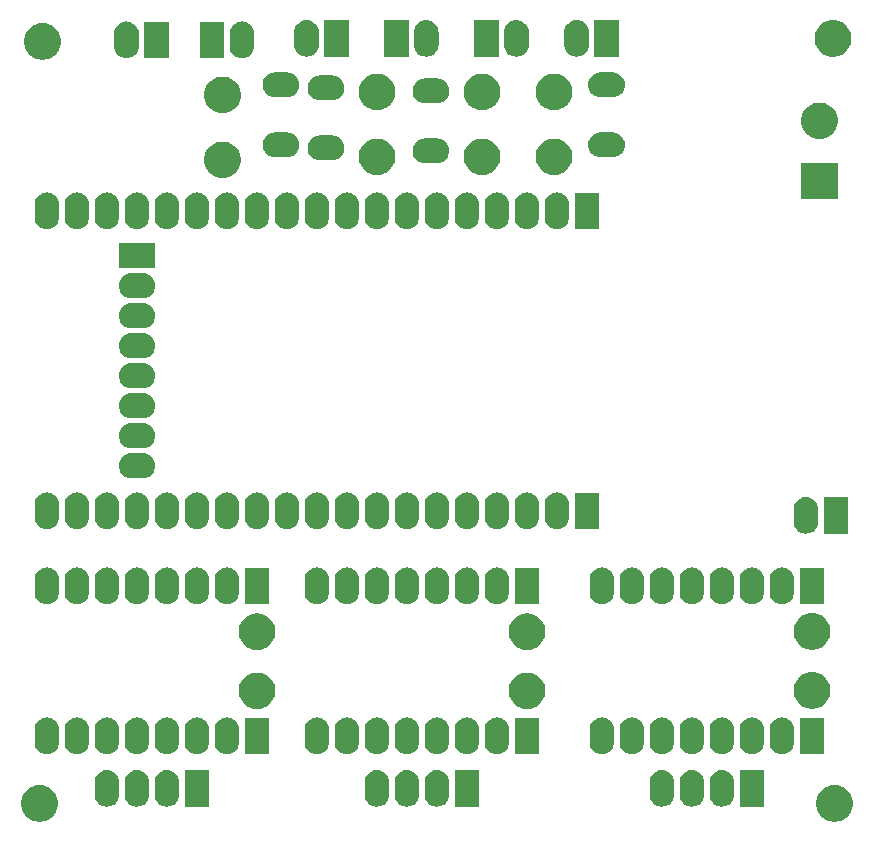
<source format=gbr>
G04 #@! TF.GenerationSoftware,KiCad,Pcbnew,(5.1.5-0)*
G04 #@! TF.CreationDate,2022-06-30T09:19:57+01:00*
G04 #@! TF.ProjectId,ESP32_Cnc_Shield,45535033-325f-4436-9e63-5f536869656c,rev?*
G04 #@! TF.SameCoordinates,Original*
G04 #@! TF.FileFunction,Soldermask,Top*
G04 #@! TF.FilePolarity,Negative*
%FSLAX46Y46*%
G04 Gerber Fmt 4.6, Leading zero omitted, Abs format (unit mm)*
G04 Created by KiCad (PCBNEW (5.1.5-0)) date 2022-06-30 09:19:57*
%MOMM*%
%LPD*%
G04 APERTURE LIST*
%ADD10C,0.050000*%
G04 APERTURE END LIST*
D10*
G36*
X71257585Y4996198D02*
G01*
X71407410Y4966396D01*
X71689674Y4849479D01*
X71943705Y4679741D01*
X72159741Y4463705D01*
X72329479Y4209674D01*
X72446396Y3927410D01*
X72506000Y3627760D01*
X72506000Y3322240D01*
X72446396Y3022590D01*
X72329479Y2740326D01*
X72159741Y2486295D01*
X71943705Y2270259D01*
X71689674Y2100521D01*
X71407410Y1983604D01*
X71257585Y1953802D01*
X71107761Y1924000D01*
X70802239Y1924000D01*
X70652415Y1953802D01*
X70502590Y1983604D01*
X70220326Y2100521D01*
X69966295Y2270259D01*
X69750259Y2486295D01*
X69580521Y2740326D01*
X69463604Y3022590D01*
X69404000Y3322240D01*
X69404000Y3627760D01*
X69463604Y3927410D01*
X69580521Y4209674D01*
X69750259Y4463705D01*
X69966295Y4679741D01*
X70220326Y4849479D01*
X70502590Y4966396D01*
X70652415Y4996198D01*
X70802239Y5026000D01*
X71107761Y5026000D01*
X71257585Y4996198D01*
G37*
G36*
X3947585Y4996198D02*
G01*
X4097410Y4966396D01*
X4379674Y4849479D01*
X4633705Y4679741D01*
X4849741Y4463705D01*
X5019479Y4209674D01*
X5136396Y3927410D01*
X5196000Y3627760D01*
X5196000Y3322240D01*
X5136396Y3022590D01*
X5019479Y2740326D01*
X4849741Y2486295D01*
X4633705Y2270259D01*
X4379674Y2100521D01*
X4097410Y1983604D01*
X3947585Y1953802D01*
X3797761Y1924000D01*
X3492239Y1924000D01*
X3342415Y1953802D01*
X3192590Y1983604D01*
X2910326Y2100521D01*
X2656295Y2270259D01*
X2440259Y2486295D01*
X2270521Y2740326D01*
X2153604Y3022590D01*
X2094000Y3322240D01*
X2094000Y3627760D01*
X2153604Y3927410D01*
X2270521Y4209674D01*
X2440259Y4463705D01*
X2656295Y4679741D01*
X2910326Y4849479D01*
X3192590Y4966396D01*
X3342415Y4996198D01*
X3492239Y5026000D01*
X3797761Y5026000D01*
X3947585Y4996198D01*
G37*
G36*
X14646032Y6280793D02*
G01*
X14844146Y6220695D01*
X14844149Y6220694D01*
X14940975Y6168939D01*
X15026729Y6123103D01*
X15186765Y5991765D01*
X15318103Y5831729D01*
X15363939Y5745975D01*
X15415694Y5649149D01*
X15415695Y5649146D01*
X15475793Y5451032D01*
X15491000Y5296630D01*
X15491000Y4193370D01*
X15475793Y4038968D01*
X15415695Y3840855D01*
X15415694Y3840851D01*
X15363939Y3744025D01*
X15318103Y3658271D01*
X15186765Y3498235D01*
X15026729Y3366897D01*
X14910030Y3304521D01*
X14844148Y3269306D01*
X14844145Y3269305D01*
X14646031Y3209207D01*
X14440000Y3188915D01*
X14233968Y3209207D01*
X14035854Y3269305D01*
X14035851Y3269306D01*
X13936819Y3322240D01*
X13853271Y3366897D01*
X13693235Y3498235D01*
X13561897Y3658271D01*
X13464307Y3840851D01*
X13464306Y3840852D01*
X13438049Y3927409D01*
X13404207Y4038969D01*
X13389000Y4193371D01*
X13389000Y5296631D01*
X13404207Y5451030D01*
X13464305Y5649147D01*
X13539184Y5789235D01*
X13561898Y5831729D01*
X13693236Y5991765D01*
X13853272Y6123103D01*
X13939026Y6168939D01*
X14035852Y6220694D01*
X14035855Y6220695D01*
X14233969Y6280793D01*
X14440000Y6301085D01*
X14646032Y6280793D01*
G37*
G36*
X32426032Y6280793D02*
G01*
X32624146Y6220695D01*
X32624149Y6220694D01*
X32720975Y6168939D01*
X32806729Y6123103D01*
X32966765Y5991765D01*
X33098103Y5831729D01*
X33143939Y5745975D01*
X33195694Y5649149D01*
X33195695Y5649146D01*
X33255793Y5451032D01*
X33271000Y5296630D01*
X33271000Y4193370D01*
X33255793Y4038968D01*
X33195695Y3840855D01*
X33195694Y3840851D01*
X33143939Y3744025D01*
X33098103Y3658271D01*
X32966765Y3498235D01*
X32806729Y3366897D01*
X32690030Y3304521D01*
X32624148Y3269306D01*
X32624145Y3269305D01*
X32426031Y3209207D01*
X32220000Y3188915D01*
X32013968Y3209207D01*
X31815854Y3269305D01*
X31815851Y3269306D01*
X31716819Y3322240D01*
X31633271Y3366897D01*
X31473235Y3498235D01*
X31341897Y3658271D01*
X31244307Y3840851D01*
X31244306Y3840852D01*
X31218049Y3927409D01*
X31184207Y4038969D01*
X31169000Y4193371D01*
X31169000Y5296631D01*
X31184207Y5451030D01*
X31244305Y5649147D01*
X31319184Y5789234D01*
X31341898Y5831729D01*
X31473236Y5991765D01*
X31633272Y6123103D01*
X31719026Y6168939D01*
X31815852Y6220694D01*
X31815855Y6220695D01*
X32013969Y6280793D01*
X32220000Y6301085D01*
X32426032Y6280793D01*
G37*
G36*
X34966032Y6280793D02*
G01*
X35164146Y6220695D01*
X35164149Y6220694D01*
X35260975Y6168939D01*
X35346729Y6123103D01*
X35506765Y5991765D01*
X35638103Y5831729D01*
X35683939Y5745975D01*
X35735694Y5649149D01*
X35735695Y5649146D01*
X35795793Y5451032D01*
X35811000Y5296630D01*
X35811000Y4193370D01*
X35795793Y4038968D01*
X35735695Y3840855D01*
X35735694Y3840851D01*
X35683939Y3744025D01*
X35638103Y3658271D01*
X35506765Y3498235D01*
X35346729Y3366897D01*
X35230030Y3304521D01*
X35164148Y3269306D01*
X35164145Y3269305D01*
X34966031Y3209207D01*
X34760000Y3188915D01*
X34553968Y3209207D01*
X34355854Y3269305D01*
X34355851Y3269306D01*
X34256819Y3322240D01*
X34173271Y3366897D01*
X34013235Y3498235D01*
X33881897Y3658271D01*
X33784307Y3840851D01*
X33784306Y3840852D01*
X33758049Y3927409D01*
X33724207Y4038969D01*
X33709000Y4193371D01*
X33709000Y5296631D01*
X33724207Y5451030D01*
X33784305Y5649147D01*
X33859184Y5789234D01*
X33881898Y5831729D01*
X34013236Y5991765D01*
X34173272Y6123103D01*
X34259026Y6168939D01*
X34355852Y6220694D01*
X34355855Y6220695D01*
X34553969Y6280793D01*
X34760000Y6301085D01*
X34966032Y6280793D01*
G37*
G36*
X37506032Y6280793D02*
G01*
X37704146Y6220695D01*
X37704149Y6220694D01*
X37800975Y6168939D01*
X37886729Y6123103D01*
X38046765Y5991765D01*
X38178103Y5831729D01*
X38223939Y5745975D01*
X38275694Y5649149D01*
X38275695Y5649146D01*
X38335793Y5451032D01*
X38351000Y5296630D01*
X38351000Y4193370D01*
X38335793Y4038968D01*
X38275695Y3840855D01*
X38275694Y3840851D01*
X38223939Y3744025D01*
X38178103Y3658271D01*
X38046765Y3498235D01*
X37886729Y3366897D01*
X37770030Y3304521D01*
X37704148Y3269306D01*
X37704145Y3269305D01*
X37506031Y3209207D01*
X37300000Y3188915D01*
X37093968Y3209207D01*
X36895854Y3269305D01*
X36895851Y3269306D01*
X36796819Y3322240D01*
X36713271Y3366897D01*
X36553235Y3498235D01*
X36421897Y3658271D01*
X36324307Y3840851D01*
X36324306Y3840852D01*
X36298049Y3927409D01*
X36264207Y4038969D01*
X36249000Y4193371D01*
X36249000Y5296631D01*
X36264207Y5451030D01*
X36324305Y5649147D01*
X36399184Y5789234D01*
X36421898Y5831729D01*
X36553236Y5991765D01*
X36713272Y6123103D01*
X36799026Y6168939D01*
X36895852Y6220694D01*
X36895855Y6220695D01*
X37093969Y6280793D01*
X37300000Y6301085D01*
X37506032Y6280793D01*
G37*
G36*
X56556032Y6280793D02*
G01*
X56754146Y6220695D01*
X56754149Y6220694D01*
X56850975Y6168939D01*
X56936729Y6123103D01*
X57096765Y5991765D01*
X57228103Y5831729D01*
X57273939Y5745975D01*
X57325694Y5649149D01*
X57325695Y5649146D01*
X57385793Y5451032D01*
X57401000Y5296630D01*
X57401000Y4193370D01*
X57385793Y4038968D01*
X57325695Y3840855D01*
X57325694Y3840851D01*
X57273939Y3744025D01*
X57228103Y3658271D01*
X57096765Y3498235D01*
X56936729Y3366897D01*
X56820030Y3304521D01*
X56754148Y3269306D01*
X56754145Y3269305D01*
X56556031Y3209207D01*
X56350000Y3188915D01*
X56143968Y3209207D01*
X55945854Y3269305D01*
X55945851Y3269306D01*
X55846819Y3322240D01*
X55763271Y3366897D01*
X55603235Y3498235D01*
X55471897Y3658271D01*
X55374307Y3840851D01*
X55374306Y3840852D01*
X55348049Y3927409D01*
X55314207Y4038969D01*
X55299000Y4193371D01*
X55299000Y5296631D01*
X55314207Y5451030D01*
X55374305Y5649147D01*
X55449184Y5789234D01*
X55471898Y5831729D01*
X55603236Y5991765D01*
X55763272Y6123103D01*
X55849026Y6168939D01*
X55945852Y6220694D01*
X55945855Y6220695D01*
X56143969Y6280793D01*
X56350000Y6301085D01*
X56556032Y6280793D01*
G37*
G36*
X59096032Y6280793D02*
G01*
X59294146Y6220695D01*
X59294149Y6220694D01*
X59390975Y6168939D01*
X59476729Y6123103D01*
X59636765Y5991765D01*
X59768103Y5831729D01*
X59813939Y5745975D01*
X59865694Y5649149D01*
X59865695Y5649146D01*
X59925793Y5451032D01*
X59941000Y5296630D01*
X59941000Y4193370D01*
X59925793Y4038968D01*
X59865695Y3840855D01*
X59865694Y3840851D01*
X59813939Y3744025D01*
X59768103Y3658271D01*
X59636765Y3498235D01*
X59476729Y3366897D01*
X59360030Y3304521D01*
X59294148Y3269306D01*
X59294145Y3269305D01*
X59096031Y3209207D01*
X58890000Y3188915D01*
X58683968Y3209207D01*
X58485854Y3269305D01*
X58485851Y3269306D01*
X58386819Y3322240D01*
X58303271Y3366897D01*
X58143235Y3498235D01*
X58011897Y3658271D01*
X57914307Y3840851D01*
X57914306Y3840852D01*
X57888049Y3927409D01*
X57854207Y4038969D01*
X57839000Y4193371D01*
X57839000Y5296631D01*
X57854207Y5451030D01*
X57914305Y5649147D01*
X57989184Y5789234D01*
X58011898Y5831729D01*
X58143236Y5991765D01*
X58303272Y6123103D01*
X58389026Y6168939D01*
X58485852Y6220694D01*
X58485855Y6220695D01*
X58683969Y6280793D01*
X58890000Y6301085D01*
X59096032Y6280793D01*
G37*
G36*
X61636032Y6280793D02*
G01*
X61834146Y6220695D01*
X61834149Y6220694D01*
X61930975Y6168939D01*
X62016729Y6123103D01*
X62176765Y5991765D01*
X62308103Y5831729D01*
X62353939Y5745975D01*
X62405694Y5649149D01*
X62405695Y5649146D01*
X62465793Y5451032D01*
X62481000Y5296630D01*
X62481000Y4193370D01*
X62465793Y4038968D01*
X62405695Y3840855D01*
X62405694Y3840851D01*
X62353939Y3744025D01*
X62308103Y3658271D01*
X62176765Y3498235D01*
X62016729Y3366897D01*
X61900030Y3304521D01*
X61834148Y3269306D01*
X61834145Y3269305D01*
X61636031Y3209207D01*
X61430000Y3188915D01*
X61223968Y3209207D01*
X61025854Y3269305D01*
X61025851Y3269306D01*
X60926819Y3322240D01*
X60843271Y3366897D01*
X60683235Y3498235D01*
X60551897Y3658271D01*
X60454307Y3840851D01*
X60454306Y3840852D01*
X60428049Y3927409D01*
X60394207Y4038969D01*
X60379000Y4193371D01*
X60379000Y5296631D01*
X60394207Y5451030D01*
X60454305Y5649147D01*
X60529184Y5789234D01*
X60551898Y5831729D01*
X60683236Y5991765D01*
X60843272Y6123103D01*
X60929026Y6168939D01*
X61025852Y6220694D01*
X61025855Y6220695D01*
X61223969Y6280793D01*
X61430000Y6301085D01*
X61636032Y6280793D01*
G37*
G36*
X9566032Y6280793D02*
G01*
X9764146Y6220695D01*
X9764149Y6220694D01*
X9860975Y6168939D01*
X9946729Y6123103D01*
X10106765Y5991765D01*
X10238103Y5831729D01*
X10283939Y5745975D01*
X10335694Y5649149D01*
X10335695Y5649146D01*
X10395793Y5451032D01*
X10411000Y5296630D01*
X10411000Y4193370D01*
X10395793Y4038968D01*
X10335695Y3840855D01*
X10335694Y3840851D01*
X10283939Y3744025D01*
X10238103Y3658271D01*
X10106765Y3498235D01*
X9946729Y3366897D01*
X9830030Y3304521D01*
X9764148Y3269306D01*
X9764145Y3269305D01*
X9566031Y3209207D01*
X9360000Y3188915D01*
X9153968Y3209207D01*
X8955854Y3269305D01*
X8955851Y3269306D01*
X8856819Y3322240D01*
X8773271Y3366897D01*
X8613235Y3498235D01*
X8481897Y3658271D01*
X8384307Y3840851D01*
X8384306Y3840852D01*
X8358049Y3927409D01*
X8324207Y4038969D01*
X8309000Y4193371D01*
X8309000Y5296631D01*
X8324207Y5451030D01*
X8384305Y5649147D01*
X8459184Y5789235D01*
X8481898Y5831729D01*
X8613236Y5991765D01*
X8773272Y6123103D01*
X8859026Y6168939D01*
X8955852Y6220694D01*
X8955855Y6220695D01*
X9153969Y6280793D01*
X9360000Y6301085D01*
X9566032Y6280793D01*
G37*
G36*
X12106032Y6280793D02*
G01*
X12304146Y6220695D01*
X12304149Y6220694D01*
X12400975Y6168939D01*
X12486729Y6123103D01*
X12646765Y5991765D01*
X12778103Y5831729D01*
X12823939Y5745975D01*
X12875694Y5649149D01*
X12875695Y5649146D01*
X12935793Y5451032D01*
X12951000Y5296630D01*
X12951000Y4193370D01*
X12935793Y4038968D01*
X12875695Y3840855D01*
X12875694Y3840851D01*
X12823939Y3744025D01*
X12778103Y3658271D01*
X12646765Y3498235D01*
X12486729Y3366897D01*
X12370030Y3304521D01*
X12304148Y3269306D01*
X12304145Y3269305D01*
X12106031Y3209207D01*
X11900000Y3188915D01*
X11693968Y3209207D01*
X11495854Y3269305D01*
X11495851Y3269306D01*
X11396819Y3322240D01*
X11313271Y3366897D01*
X11153235Y3498235D01*
X11021897Y3658271D01*
X10924307Y3840851D01*
X10924306Y3840852D01*
X10898049Y3927409D01*
X10864207Y4038969D01*
X10849000Y4193371D01*
X10849000Y5296631D01*
X10864207Y5451030D01*
X10924305Y5649147D01*
X10999184Y5789235D01*
X11021898Y5831729D01*
X11153236Y5991765D01*
X11313272Y6123103D01*
X11399026Y6168939D01*
X11495852Y6220694D01*
X11495855Y6220695D01*
X11693969Y6280793D01*
X11900000Y6301085D01*
X12106032Y6280793D01*
G37*
G36*
X65021000Y3194000D02*
G01*
X62919000Y3194000D01*
X62919000Y6296000D01*
X65021000Y6296000D01*
X65021000Y3194000D01*
G37*
G36*
X40891000Y3194000D02*
G01*
X38789000Y3194000D01*
X38789000Y6296000D01*
X40891000Y6296000D01*
X40891000Y3194000D01*
G37*
G36*
X18031000Y3194000D02*
G01*
X15929000Y3194000D01*
X15929000Y6296000D01*
X18031000Y6296000D01*
X18031000Y3194000D01*
G37*
G36*
X51476032Y10725793D02*
G01*
X51674146Y10665695D01*
X51674149Y10665694D01*
X51770975Y10613939D01*
X51856729Y10568103D01*
X52016765Y10436765D01*
X52148103Y10276729D01*
X52193939Y10190975D01*
X52245694Y10094149D01*
X52245695Y10094146D01*
X52305793Y9896032D01*
X52321000Y9741630D01*
X52321000Y8638370D01*
X52305793Y8483968D01*
X52245695Y8285855D01*
X52245694Y8285851D01*
X52193939Y8189025D01*
X52148103Y8103271D01*
X52016765Y7943235D01*
X51856729Y7811897D01*
X51740030Y7749521D01*
X51674148Y7714306D01*
X51674145Y7714305D01*
X51476031Y7654207D01*
X51270000Y7633915D01*
X51063968Y7654207D01*
X50865854Y7714305D01*
X50865851Y7714306D01*
X50769025Y7766061D01*
X50683271Y7811897D01*
X50523235Y7943235D01*
X50391897Y8103271D01*
X50294307Y8285851D01*
X50294306Y8285852D01*
X50294305Y8285855D01*
X50234207Y8483969D01*
X50219000Y8638371D01*
X50219000Y9741631D01*
X50234207Y9896030D01*
X50294305Y10094147D01*
X50369184Y10234234D01*
X50391898Y10276729D01*
X50523236Y10436765D01*
X50683272Y10568103D01*
X50769026Y10613939D01*
X50865852Y10665694D01*
X50865855Y10665695D01*
X51063969Y10725793D01*
X51270000Y10746085D01*
X51476032Y10725793D01*
G37*
G36*
X54016032Y10725793D02*
G01*
X54214146Y10665695D01*
X54214149Y10665694D01*
X54310975Y10613939D01*
X54396729Y10568103D01*
X54556765Y10436765D01*
X54688103Y10276729D01*
X54733939Y10190975D01*
X54785694Y10094149D01*
X54785695Y10094146D01*
X54845793Y9896032D01*
X54861000Y9741630D01*
X54861000Y8638370D01*
X54845793Y8483968D01*
X54785695Y8285855D01*
X54785694Y8285851D01*
X54733939Y8189025D01*
X54688103Y8103271D01*
X54556765Y7943235D01*
X54396729Y7811897D01*
X54280030Y7749521D01*
X54214148Y7714306D01*
X54214145Y7714305D01*
X54016031Y7654207D01*
X53810000Y7633915D01*
X53603968Y7654207D01*
X53405854Y7714305D01*
X53405851Y7714306D01*
X53309025Y7766061D01*
X53223271Y7811897D01*
X53063235Y7943235D01*
X52931897Y8103271D01*
X52834307Y8285851D01*
X52834306Y8285852D01*
X52834305Y8285855D01*
X52774207Y8483969D01*
X52759000Y8638371D01*
X52759000Y9741631D01*
X52774207Y9896030D01*
X52834305Y10094147D01*
X52909184Y10234234D01*
X52931898Y10276729D01*
X53063236Y10436765D01*
X53223272Y10568103D01*
X53309026Y10613939D01*
X53405852Y10665694D01*
X53405855Y10665695D01*
X53603969Y10725793D01*
X53810000Y10746085D01*
X54016032Y10725793D01*
G37*
G36*
X56556032Y10725793D02*
G01*
X56754146Y10665695D01*
X56754149Y10665694D01*
X56850975Y10613939D01*
X56936729Y10568103D01*
X57096765Y10436765D01*
X57228103Y10276729D01*
X57273939Y10190975D01*
X57325694Y10094149D01*
X57325695Y10094146D01*
X57385793Y9896032D01*
X57401000Y9741630D01*
X57401000Y8638370D01*
X57385793Y8483968D01*
X57325695Y8285855D01*
X57325694Y8285851D01*
X57273939Y8189025D01*
X57228103Y8103271D01*
X57096765Y7943235D01*
X56936729Y7811897D01*
X56820030Y7749521D01*
X56754148Y7714306D01*
X56754145Y7714305D01*
X56556031Y7654207D01*
X56350000Y7633915D01*
X56143968Y7654207D01*
X55945854Y7714305D01*
X55945851Y7714306D01*
X55849025Y7766061D01*
X55763271Y7811897D01*
X55603235Y7943235D01*
X55471897Y8103271D01*
X55374307Y8285851D01*
X55374306Y8285852D01*
X55374305Y8285855D01*
X55314207Y8483969D01*
X55299000Y8638371D01*
X55299000Y9741631D01*
X55314207Y9896030D01*
X55374305Y10094147D01*
X55449184Y10234234D01*
X55471898Y10276729D01*
X55603236Y10436765D01*
X55763272Y10568103D01*
X55849026Y10613939D01*
X55945852Y10665694D01*
X55945855Y10665695D01*
X56143969Y10725793D01*
X56350000Y10746085D01*
X56556032Y10725793D01*
G37*
G36*
X59096032Y10725793D02*
G01*
X59294146Y10665695D01*
X59294149Y10665694D01*
X59390975Y10613939D01*
X59476729Y10568103D01*
X59636765Y10436765D01*
X59768103Y10276729D01*
X59813939Y10190975D01*
X59865694Y10094149D01*
X59865695Y10094146D01*
X59925793Y9896032D01*
X59941000Y9741630D01*
X59941000Y8638370D01*
X59925793Y8483968D01*
X59865695Y8285855D01*
X59865694Y8285851D01*
X59813939Y8189025D01*
X59768103Y8103271D01*
X59636765Y7943235D01*
X59476729Y7811897D01*
X59360030Y7749521D01*
X59294148Y7714306D01*
X59294145Y7714305D01*
X59096031Y7654207D01*
X58890000Y7633915D01*
X58683968Y7654207D01*
X58485854Y7714305D01*
X58485851Y7714306D01*
X58389025Y7766061D01*
X58303271Y7811897D01*
X58143235Y7943235D01*
X58011897Y8103271D01*
X57914307Y8285851D01*
X57914306Y8285852D01*
X57914305Y8285855D01*
X57854207Y8483969D01*
X57839000Y8638371D01*
X57839000Y9741631D01*
X57854207Y9896030D01*
X57914305Y10094147D01*
X57989184Y10234234D01*
X58011898Y10276729D01*
X58143236Y10436765D01*
X58303272Y10568103D01*
X58389026Y10613939D01*
X58485852Y10665694D01*
X58485855Y10665695D01*
X58683969Y10725793D01*
X58890000Y10746085D01*
X59096032Y10725793D01*
G37*
G36*
X61636032Y10725793D02*
G01*
X61834146Y10665695D01*
X61834149Y10665694D01*
X61930975Y10613939D01*
X62016729Y10568103D01*
X62176765Y10436765D01*
X62308103Y10276729D01*
X62353939Y10190975D01*
X62405694Y10094149D01*
X62405695Y10094146D01*
X62465793Y9896032D01*
X62481000Y9741630D01*
X62481000Y8638370D01*
X62465793Y8483968D01*
X62405695Y8285855D01*
X62405694Y8285851D01*
X62353939Y8189025D01*
X62308103Y8103271D01*
X62176765Y7943235D01*
X62016729Y7811897D01*
X61900030Y7749521D01*
X61834148Y7714306D01*
X61834145Y7714305D01*
X61636031Y7654207D01*
X61430000Y7633915D01*
X61223968Y7654207D01*
X61025854Y7714305D01*
X61025851Y7714306D01*
X60929025Y7766061D01*
X60843271Y7811897D01*
X60683235Y7943235D01*
X60551897Y8103271D01*
X60454307Y8285851D01*
X60454306Y8285852D01*
X60454305Y8285855D01*
X60394207Y8483969D01*
X60379000Y8638371D01*
X60379000Y9741631D01*
X60394207Y9896030D01*
X60454305Y10094147D01*
X60529184Y10234234D01*
X60551898Y10276729D01*
X60683236Y10436765D01*
X60843272Y10568103D01*
X60929026Y10613939D01*
X61025852Y10665694D01*
X61025855Y10665695D01*
X61223969Y10725793D01*
X61430000Y10746085D01*
X61636032Y10725793D01*
G37*
G36*
X64176032Y10725793D02*
G01*
X64374146Y10665695D01*
X64374149Y10665694D01*
X64470975Y10613939D01*
X64556729Y10568103D01*
X64716765Y10436765D01*
X64848103Y10276729D01*
X64893939Y10190975D01*
X64945694Y10094149D01*
X64945695Y10094146D01*
X65005793Y9896032D01*
X65021000Y9741630D01*
X65021000Y8638370D01*
X65005793Y8483968D01*
X64945695Y8285855D01*
X64945694Y8285851D01*
X64893939Y8189025D01*
X64848103Y8103271D01*
X64716765Y7943235D01*
X64556729Y7811897D01*
X64440030Y7749521D01*
X64374148Y7714306D01*
X64374145Y7714305D01*
X64176031Y7654207D01*
X63970000Y7633915D01*
X63763968Y7654207D01*
X63565854Y7714305D01*
X63565851Y7714306D01*
X63469025Y7766061D01*
X63383271Y7811897D01*
X63223235Y7943235D01*
X63091897Y8103271D01*
X62994307Y8285851D01*
X62994306Y8285852D01*
X62994305Y8285855D01*
X62934207Y8483969D01*
X62919000Y8638371D01*
X62919000Y9741631D01*
X62934207Y9896030D01*
X62994305Y10094147D01*
X63069184Y10234234D01*
X63091898Y10276729D01*
X63223236Y10436765D01*
X63383272Y10568103D01*
X63469026Y10613939D01*
X63565852Y10665694D01*
X63565855Y10665695D01*
X63763969Y10725793D01*
X63970000Y10746085D01*
X64176032Y10725793D01*
G37*
G36*
X66716032Y10725793D02*
G01*
X66914146Y10665695D01*
X66914149Y10665694D01*
X67010975Y10613939D01*
X67096729Y10568103D01*
X67256765Y10436765D01*
X67388103Y10276729D01*
X67433939Y10190975D01*
X67485694Y10094149D01*
X67485695Y10094146D01*
X67545793Y9896032D01*
X67561000Y9741630D01*
X67561000Y8638370D01*
X67545793Y8483968D01*
X67485695Y8285855D01*
X67485694Y8285851D01*
X67433939Y8189025D01*
X67388103Y8103271D01*
X67256765Y7943235D01*
X67096729Y7811897D01*
X66980030Y7749521D01*
X66914148Y7714306D01*
X66914145Y7714305D01*
X66716031Y7654207D01*
X66510000Y7633915D01*
X66303968Y7654207D01*
X66105854Y7714305D01*
X66105851Y7714306D01*
X66009025Y7766061D01*
X65923271Y7811897D01*
X65763235Y7943235D01*
X65631897Y8103271D01*
X65534307Y8285851D01*
X65534306Y8285852D01*
X65534305Y8285855D01*
X65474207Y8483969D01*
X65459000Y8638371D01*
X65459000Y9741631D01*
X65474207Y9896030D01*
X65534305Y10094147D01*
X65609184Y10234234D01*
X65631898Y10276729D01*
X65763236Y10436765D01*
X65923272Y10568103D01*
X66009026Y10613939D01*
X66105852Y10665694D01*
X66105855Y10665695D01*
X66303969Y10725793D01*
X66510000Y10746085D01*
X66716032Y10725793D01*
G37*
G36*
X4486032Y10725793D02*
G01*
X4684146Y10665695D01*
X4684149Y10665694D01*
X4780975Y10613939D01*
X4866729Y10568103D01*
X5026765Y10436765D01*
X5158103Y10276729D01*
X5203939Y10190975D01*
X5255694Y10094149D01*
X5255695Y10094146D01*
X5315793Y9896032D01*
X5331000Y9741630D01*
X5331000Y8638370D01*
X5315793Y8483968D01*
X5255695Y8285855D01*
X5255694Y8285851D01*
X5203939Y8189025D01*
X5158103Y8103271D01*
X5026765Y7943235D01*
X4866729Y7811897D01*
X4750030Y7749521D01*
X4684148Y7714306D01*
X4684145Y7714305D01*
X4486031Y7654207D01*
X4280000Y7633915D01*
X4073968Y7654207D01*
X3875854Y7714305D01*
X3875851Y7714306D01*
X3779025Y7766061D01*
X3693271Y7811897D01*
X3533235Y7943235D01*
X3401897Y8103271D01*
X3304307Y8285851D01*
X3304306Y8285852D01*
X3304305Y8285855D01*
X3244207Y8483969D01*
X3229000Y8638371D01*
X3229000Y9741631D01*
X3244207Y9896030D01*
X3304305Y10094147D01*
X3379184Y10234235D01*
X3401898Y10276729D01*
X3533236Y10436765D01*
X3693272Y10568103D01*
X3779026Y10613939D01*
X3875852Y10665694D01*
X3875855Y10665695D01*
X4073969Y10725793D01*
X4280000Y10746085D01*
X4486032Y10725793D01*
G37*
G36*
X7026032Y10725793D02*
G01*
X7224146Y10665695D01*
X7224149Y10665694D01*
X7320975Y10613939D01*
X7406729Y10568103D01*
X7566765Y10436765D01*
X7698103Y10276729D01*
X7743939Y10190975D01*
X7795694Y10094149D01*
X7795695Y10094146D01*
X7855793Y9896032D01*
X7871000Y9741630D01*
X7871000Y8638370D01*
X7855793Y8483968D01*
X7795695Y8285855D01*
X7795694Y8285851D01*
X7743939Y8189025D01*
X7698103Y8103271D01*
X7566765Y7943235D01*
X7406729Y7811897D01*
X7290030Y7749521D01*
X7224148Y7714306D01*
X7224145Y7714305D01*
X7026031Y7654207D01*
X6820000Y7633915D01*
X6613968Y7654207D01*
X6415854Y7714305D01*
X6415851Y7714306D01*
X6319025Y7766061D01*
X6233271Y7811897D01*
X6073235Y7943235D01*
X5941897Y8103271D01*
X5844307Y8285851D01*
X5844306Y8285852D01*
X5844305Y8285855D01*
X5784207Y8483969D01*
X5769000Y8638371D01*
X5769000Y9741631D01*
X5784207Y9896030D01*
X5844305Y10094147D01*
X5919184Y10234235D01*
X5941898Y10276729D01*
X6073236Y10436765D01*
X6233272Y10568103D01*
X6319026Y10613939D01*
X6415852Y10665694D01*
X6415855Y10665695D01*
X6613969Y10725793D01*
X6820000Y10746085D01*
X7026032Y10725793D01*
G37*
G36*
X9566032Y10725793D02*
G01*
X9764146Y10665695D01*
X9764149Y10665694D01*
X9860975Y10613939D01*
X9946729Y10568103D01*
X10106765Y10436765D01*
X10238103Y10276729D01*
X10283939Y10190975D01*
X10335694Y10094149D01*
X10335695Y10094146D01*
X10395793Y9896032D01*
X10411000Y9741630D01*
X10411000Y8638370D01*
X10395793Y8483968D01*
X10335695Y8285855D01*
X10335694Y8285851D01*
X10283939Y8189025D01*
X10238103Y8103271D01*
X10106765Y7943235D01*
X9946729Y7811897D01*
X9830030Y7749521D01*
X9764148Y7714306D01*
X9764145Y7714305D01*
X9566031Y7654207D01*
X9360000Y7633915D01*
X9153968Y7654207D01*
X8955854Y7714305D01*
X8955851Y7714306D01*
X8859025Y7766061D01*
X8773271Y7811897D01*
X8613235Y7943235D01*
X8481897Y8103271D01*
X8384307Y8285851D01*
X8384306Y8285852D01*
X8384305Y8285855D01*
X8324207Y8483969D01*
X8309000Y8638371D01*
X8309000Y9741631D01*
X8324207Y9896030D01*
X8384305Y10094147D01*
X8459184Y10234235D01*
X8481898Y10276729D01*
X8613236Y10436765D01*
X8773272Y10568103D01*
X8859026Y10613939D01*
X8955852Y10665694D01*
X8955855Y10665695D01*
X9153969Y10725793D01*
X9360000Y10746085D01*
X9566032Y10725793D01*
G37*
G36*
X42586032Y10725793D02*
G01*
X42784146Y10665695D01*
X42784149Y10665694D01*
X42880975Y10613939D01*
X42966729Y10568103D01*
X43126765Y10436765D01*
X43258103Y10276729D01*
X43303939Y10190975D01*
X43355694Y10094149D01*
X43355695Y10094146D01*
X43415793Y9896032D01*
X43431000Y9741630D01*
X43431000Y8638370D01*
X43415793Y8483968D01*
X43355695Y8285855D01*
X43355694Y8285851D01*
X43303939Y8189025D01*
X43258103Y8103271D01*
X43126765Y7943235D01*
X42966729Y7811897D01*
X42850030Y7749521D01*
X42784148Y7714306D01*
X42784145Y7714305D01*
X42586031Y7654207D01*
X42380000Y7633915D01*
X42173968Y7654207D01*
X41975854Y7714305D01*
X41975851Y7714306D01*
X41879025Y7766061D01*
X41793271Y7811897D01*
X41633235Y7943235D01*
X41501897Y8103271D01*
X41404307Y8285851D01*
X41404306Y8285852D01*
X41404305Y8285855D01*
X41344207Y8483969D01*
X41329000Y8638371D01*
X41329000Y9741631D01*
X41344207Y9896030D01*
X41404305Y10094147D01*
X41479184Y10234234D01*
X41501898Y10276729D01*
X41633236Y10436765D01*
X41793272Y10568103D01*
X41879026Y10613939D01*
X41975852Y10665694D01*
X41975855Y10665695D01*
X42173969Y10725793D01*
X42380000Y10746085D01*
X42586032Y10725793D01*
G37*
G36*
X12106032Y10725793D02*
G01*
X12304146Y10665695D01*
X12304149Y10665694D01*
X12400975Y10613939D01*
X12486729Y10568103D01*
X12646765Y10436765D01*
X12778103Y10276729D01*
X12823939Y10190975D01*
X12875694Y10094149D01*
X12875695Y10094146D01*
X12935793Y9896032D01*
X12951000Y9741630D01*
X12951000Y8638370D01*
X12935793Y8483968D01*
X12875695Y8285855D01*
X12875694Y8285851D01*
X12823939Y8189025D01*
X12778103Y8103271D01*
X12646765Y7943235D01*
X12486729Y7811897D01*
X12370030Y7749521D01*
X12304148Y7714306D01*
X12304145Y7714305D01*
X12106031Y7654207D01*
X11900000Y7633915D01*
X11693968Y7654207D01*
X11495854Y7714305D01*
X11495851Y7714306D01*
X11399025Y7766061D01*
X11313271Y7811897D01*
X11153235Y7943235D01*
X11021897Y8103271D01*
X10924307Y8285851D01*
X10924306Y8285852D01*
X10924305Y8285855D01*
X10864207Y8483969D01*
X10849000Y8638371D01*
X10849000Y9741631D01*
X10864207Y9896030D01*
X10924305Y10094147D01*
X10999184Y10234235D01*
X11021898Y10276729D01*
X11153236Y10436765D01*
X11313272Y10568103D01*
X11399026Y10613939D01*
X11495852Y10665694D01*
X11495855Y10665695D01*
X11693969Y10725793D01*
X11900000Y10746085D01*
X12106032Y10725793D01*
G37*
G36*
X40046032Y10725793D02*
G01*
X40244146Y10665695D01*
X40244149Y10665694D01*
X40340975Y10613939D01*
X40426729Y10568103D01*
X40586765Y10436765D01*
X40718103Y10276729D01*
X40763939Y10190975D01*
X40815694Y10094149D01*
X40815695Y10094146D01*
X40875793Y9896032D01*
X40891000Y9741630D01*
X40891000Y8638370D01*
X40875793Y8483968D01*
X40815695Y8285855D01*
X40815694Y8285851D01*
X40763939Y8189025D01*
X40718103Y8103271D01*
X40586765Y7943235D01*
X40426729Y7811897D01*
X40310030Y7749521D01*
X40244148Y7714306D01*
X40244145Y7714305D01*
X40046031Y7654207D01*
X39840000Y7633915D01*
X39633968Y7654207D01*
X39435854Y7714305D01*
X39435851Y7714306D01*
X39339025Y7766061D01*
X39253271Y7811897D01*
X39093235Y7943235D01*
X38961897Y8103271D01*
X38864307Y8285851D01*
X38864306Y8285852D01*
X38864305Y8285855D01*
X38804207Y8483969D01*
X38789000Y8638371D01*
X38789000Y9741631D01*
X38804207Y9896030D01*
X38864305Y10094147D01*
X38939184Y10234234D01*
X38961898Y10276729D01*
X39093236Y10436765D01*
X39253272Y10568103D01*
X39339026Y10613939D01*
X39435852Y10665694D01*
X39435855Y10665695D01*
X39633969Y10725793D01*
X39840000Y10746085D01*
X40046032Y10725793D01*
G37*
G36*
X37506032Y10725793D02*
G01*
X37704146Y10665695D01*
X37704149Y10665694D01*
X37800975Y10613939D01*
X37886729Y10568103D01*
X38046765Y10436765D01*
X38178103Y10276729D01*
X38223939Y10190975D01*
X38275694Y10094149D01*
X38275695Y10094146D01*
X38335793Y9896032D01*
X38351000Y9741630D01*
X38351000Y8638370D01*
X38335793Y8483968D01*
X38275695Y8285855D01*
X38275694Y8285851D01*
X38223939Y8189025D01*
X38178103Y8103271D01*
X38046765Y7943235D01*
X37886729Y7811897D01*
X37770030Y7749521D01*
X37704148Y7714306D01*
X37704145Y7714305D01*
X37506031Y7654207D01*
X37300000Y7633915D01*
X37093968Y7654207D01*
X36895854Y7714305D01*
X36895851Y7714306D01*
X36799025Y7766061D01*
X36713271Y7811897D01*
X36553235Y7943235D01*
X36421897Y8103271D01*
X36324307Y8285851D01*
X36324306Y8285852D01*
X36324305Y8285855D01*
X36264207Y8483969D01*
X36249000Y8638371D01*
X36249000Y9741631D01*
X36264207Y9896030D01*
X36324305Y10094147D01*
X36399184Y10234234D01*
X36421898Y10276729D01*
X36553236Y10436765D01*
X36713272Y10568103D01*
X36799026Y10613939D01*
X36895852Y10665694D01*
X36895855Y10665695D01*
X37093969Y10725793D01*
X37300000Y10746085D01*
X37506032Y10725793D01*
G37*
G36*
X34966032Y10725793D02*
G01*
X35164146Y10665695D01*
X35164149Y10665694D01*
X35260975Y10613939D01*
X35346729Y10568103D01*
X35506765Y10436765D01*
X35638103Y10276729D01*
X35683939Y10190975D01*
X35735694Y10094149D01*
X35735695Y10094146D01*
X35795793Y9896032D01*
X35811000Y9741630D01*
X35811000Y8638370D01*
X35795793Y8483968D01*
X35735695Y8285855D01*
X35735694Y8285851D01*
X35683939Y8189025D01*
X35638103Y8103271D01*
X35506765Y7943235D01*
X35346729Y7811897D01*
X35230030Y7749521D01*
X35164148Y7714306D01*
X35164145Y7714305D01*
X34966031Y7654207D01*
X34760000Y7633915D01*
X34553968Y7654207D01*
X34355854Y7714305D01*
X34355851Y7714306D01*
X34259025Y7766061D01*
X34173271Y7811897D01*
X34013235Y7943235D01*
X33881897Y8103271D01*
X33784307Y8285851D01*
X33784306Y8285852D01*
X33784305Y8285855D01*
X33724207Y8483969D01*
X33709000Y8638371D01*
X33709000Y9741631D01*
X33724207Y9896030D01*
X33784305Y10094147D01*
X33859184Y10234234D01*
X33881898Y10276729D01*
X34013236Y10436765D01*
X34173272Y10568103D01*
X34259026Y10613939D01*
X34355852Y10665694D01*
X34355855Y10665695D01*
X34553969Y10725793D01*
X34760000Y10746085D01*
X34966032Y10725793D01*
G37*
G36*
X32426032Y10725793D02*
G01*
X32624146Y10665695D01*
X32624149Y10665694D01*
X32720975Y10613939D01*
X32806729Y10568103D01*
X32966765Y10436765D01*
X33098103Y10276729D01*
X33143939Y10190975D01*
X33195694Y10094149D01*
X33195695Y10094146D01*
X33255793Y9896032D01*
X33271000Y9741630D01*
X33271000Y8638370D01*
X33255793Y8483968D01*
X33195695Y8285855D01*
X33195694Y8285851D01*
X33143939Y8189025D01*
X33098103Y8103271D01*
X32966765Y7943235D01*
X32806729Y7811897D01*
X32690030Y7749521D01*
X32624148Y7714306D01*
X32624145Y7714305D01*
X32426031Y7654207D01*
X32220000Y7633915D01*
X32013968Y7654207D01*
X31815854Y7714305D01*
X31815851Y7714306D01*
X31719025Y7766061D01*
X31633271Y7811897D01*
X31473235Y7943235D01*
X31341897Y8103271D01*
X31244307Y8285851D01*
X31244306Y8285852D01*
X31244305Y8285855D01*
X31184207Y8483969D01*
X31169000Y8638371D01*
X31169000Y9741631D01*
X31184207Y9896030D01*
X31244305Y10094147D01*
X31319184Y10234234D01*
X31341898Y10276729D01*
X31473236Y10436765D01*
X31633272Y10568103D01*
X31719026Y10613939D01*
X31815852Y10665694D01*
X31815855Y10665695D01*
X32013969Y10725793D01*
X32220000Y10746085D01*
X32426032Y10725793D01*
G37*
G36*
X29886032Y10725793D02*
G01*
X30084146Y10665695D01*
X30084149Y10665694D01*
X30180975Y10613939D01*
X30266729Y10568103D01*
X30426765Y10436765D01*
X30558103Y10276729D01*
X30603939Y10190975D01*
X30655694Y10094149D01*
X30655695Y10094146D01*
X30715793Y9896032D01*
X30731000Y9741630D01*
X30731000Y8638370D01*
X30715793Y8483968D01*
X30655695Y8285855D01*
X30655694Y8285851D01*
X30603939Y8189025D01*
X30558103Y8103271D01*
X30426765Y7943235D01*
X30266729Y7811897D01*
X30150030Y7749521D01*
X30084148Y7714306D01*
X30084145Y7714305D01*
X29886031Y7654207D01*
X29680000Y7633915D01*
X29473968Y7654207D01*
X29275854Y7714305D01*
X29275851Y7714306D01*
X29179025Y7766061D01*
X29093271Y7811897D01*
X28933235Y7943235D01*
X28801897Y8103271D01*
X28704307Y8285851D01*
X28704306Y8285852D01*
X28704305Y8285855D01*
X28644207Y8483969D01*
X28629000Y8638371D01*
X28629000Y9741631D01*
X28644207Y9896030D01*
X28704305Y10094147D01*
X28779184Y10234234D01*
X28801898Y10276729D01*
X28933236Y10436765D01*
X29093272Y10568103D01*
X29179026Y10613939D01*
X29275852Y10665694D01*
X29275855Y10665695D01*
X29473969Y10725793D01*
X29680000Y10746085D01*
X29886032Y10725793D01*
G37*
G36*
X27346032Y10725793D02*
G01*
X27544146Y10665695D01*
X27544149Y10665694D01*
X27640975Y10613939D01*
X27726729Y10568103D01*
X27886765Y10436765D01*
X28018103Y10276729D01*
X28063939Y10190975D01*
X28115694Y10094149D01*
X28115695Y10094146D01*
X28175793Y9896032D01*
X28191000Y9741630D01*
X28191000Y8638370D01*
X28175793Y8483968D01*
X28115695Y8285855D01*
X28115694Y8285851D01*
X28063939Y8189025D01*
X28018103Y8103271D01*
X27886765Y7943235D01*
X27726729Y7811897D01*
X27610030Y7749521D01*
X27544148Y7714306D01*
X27544145Y7714305D01*
X27346031Y7654207D01*
X27140000Y7633915D01*
X26933968Y7654207D01*
X26735854Y7714305D01*
X26735851Y7714306D01*
X26639025Y7766061D01*
X26553271Y7811897D01*
X26393235Y7943235D01*
X26261897Y8103271D01*
X26164307Y8285851D01*
X26164306Y8285852D01*
X26164305Y8285855D01*
X26104207Y8483969D01*
X26089000Y8638371D01*
X26089000Y9741631D01*
X26104207Y9896030D01*
X26164305Y10094147D01*
X26239184Y10234234D01*
X26261898Y10276729D01*
X26393236Y10436765D01*
X26553272Y10568103D01*
X26639026Y10613939D01*
X26735852Y10665694D01*
X26735855Y10665695D01*
X26933969Y10725793D01*
X27140000Y10746085D01*
X27346032Y10725793D01*
G37*
G36*
X14646032Y10725793D02*
G01*
X14844146Y10665695D01*
X14844149Y10665694D01*
X14940975Y10613939D01*
X15026729Y10568103D01*
X15186765Y10436765D01*
X15318103Y10276729D01*
X15363939Y10190975D01*
X15415694Y10094149D01*
X15415695Y10094146D01*
X15475793Y9896032D01*
X15491000Y9741630D01*
X15491000Y8638370D01*
X15475793Y8483968D01*
X15415695Y8285855D01*
X15415694Y8285851D01*
X15363939Y8189025D01*
X15318103Y8103271D01*
X15186765Y7943235D01*
X15026729Y7811897D01*
X14910030Y7749521D01*
X14844148Y7714306D01*
X14844145Y7714305D01*
X14646031Y7654207D01*
X14440000Y7633915D01*
X14233968Y7654207D01*
X14035854Y7714305D01*
X14035851Y7714306D01*
X13939025Y7766061D01*
X13853271Y7811897D01*
X13693235Y7943235D01*
X13561897Y8103271D01*
X13464307Y8285851D01*
X13464306Y8285852D01*
X13464305Y8285855D01*
X13404207Y8483969D01*
X13389000Y8638371D01*
X13389000Y9741631D01*
X13404207Y9896030D01*
X13464305Y10094147D01*
X13539184Y10234235D01*
X13561898Y10276729D01*
X13693236Y10436765D01*
X13853272Y10568103D01*
X13939026Y10613939D01*
X14035852Y10665694D01*
X14035855Y10665695D01*
X14233969Y10725793D01*
X14440000Y10746085D01*
X14646032Y10725793D01*
G37*
G36*
X19726032Y10725793D02*
G01*
X19924146Y10665695D01*
X19924149Y10665694D01*
X20020975Y10613939D01*
X20106729Y10568103D01*
X20266765Y10436765D01*
X20398103Y10276729D01*
X20443939Y10190975D01*
X20495694Y10094149D01*
X20495695Y10094146D01*
X20555793Y9896032D01*
X20571000Y9741630D01*
X20571000Y8638370D01*
X20555793Y8483968D01*
X20495695Y8285855D01*
X20495694Y8285851D01*
X20443939Y8189025D01*
X20398103Y8103271D01*
X20266765Y7943235D01*
X20106729Y7811897D01*
X19990030Y7749521D01*
X19924148Y7714306D01*
X19924145Y7714305D01*
X19726031Y7654207D01*
X19520000Y7633915D01*
X19313968Y7654207D01*
X19115854Y7714305D01*
X19115851Y7714306D01*
X19019025Y7766061D01*
X18933271Y7811897D01*
X18773235Y7943235D01*
X18641897Y8103271D01*
X18544307Y8285851D01*
X18544306Y8285852D01*
X18544305Y8285855D01*
X18484207Y8483969D01*
X18469000Y8638371D01*
X18469000Y9741631D01*
X18484207Y9896030D01*
X18544305Y10094147D01*
X18619184Y10234235D01*
X18641898Y10276729D01*
X18773236Y10436765D01*
X18933272Y10568103D01*
X19019026Y10613939D01*
X19115852Y10665694D01*
X19115855Y10665695D01*
X19313969Y10725793D01*
X19520000Y10746085D01*
X19726032Y10725793D01*
G37*
G36*
X17186032Y10725793D02*
G01*
X17384146Y10665695D01*
X17384149Y10665694D01*
X17480975Y10613939D01*
X17566729Y10568103D01*
X17726765Y10436765D01*
X17858103Y10276729D01*
X17903939Y10190975D01*
X17955694Y10094149D01*
X17955695Y10094146D01*
X18015793Y9896032D01*
X18031000Y9741630D01*
X18031000Y8638370D01*
X18015793Y8483968D01*
X17955695Y8285855D01*
X17955694Y8285851D01*
X17903939Y8189025D01*
X17858103Y8103271D01*
X17726765Y7943235D01*
X17566729Y7811897D01*
X17450030Y7749521D01*
X17384148Y7714306D01*
X17384145Y7714305D01*
X17186031Y7654207D01*
X16980000Y7633915D01*
X16773968Y7654207D01*
X16575854Y7714305D01*
X16575851Y7714306D01*
X16479025Y7766061D01*
X16393271Y7811897D01*
X16233235Y7943235D01*
X16101897Y8103271D01*
X16004307Y8285851D01*
X16004306Y8285852D01*
X16004305Y8285855D01*
X15944207Y8483969D01*
X15929000Y8638371D01*
X15929000Y9741631D01*
X15944207Y9896030D01*
X16004305Y10094147D01*
X16079184Y10234235D01*
X16101898Y10276729D01*
X16233236Y10436765D01*
X16393272Y10568103D01*
X16479026Y10613939D01*
X16575852Y10665694D01*
X16575855Y10665695D01*
X16773969Y10725793D01*
X16980000Y10746085D01*
X17186032Y10725793D01*
G37*
G36*
X23111000Y7639000D02*
G01*
X21009000Y7639000D01*
X21009000Y10741000D01*
X23111000Y10741000D01*
X23111000Y7639000D01*
G37*
G36*
X45971000Y7639000D02*
G01*
X43869000Y7639000D01*
X43869000Y10741000D01*
X45971000Y10741000D01*
X45971000Y7639000D01*
G37*
G36*
X70101000Y7639000D02*
G01*
X67999000Y7639000D01*
X67999000Y10741000D01*
X70101000Y10741000D01*
X70101000Y7639000D01*
G37*
G36*
X22320868Y14529496D02*
G01*
X22512410Y14491396D01*
X22794674Y14374479D01*
X23048705Y14204741D01*
X23264741Y13988705D01*
X23434479Y13734674D01*
X23551396Y13452410D01*
X23551396Y13452409D01*
X23603422Y13190860D01*
X23611000Y13152760D01*
X23611000Y12847240D01*
X23551396Y12547590D01*
X23434479Y12265326D01*
X23264741Y12011295D01*
X23048705Y11795259D01*
X22794674Y11625521D01*
X22512410Y11508604D01*
X22404302Y11487100D01*
X22212761Y11449000D01*
X21907239Y11449000D01*
X21715698Y11487100D01*
X21607590Y11508604D01*
X21325326Y11625521D01*
X21071295Y11795259D01*
X20855259Y12011295D01*
X20685521Y12265326D01*
X20568604Y12547590D01*
X20509000Y12847240D01*
X20509000Y13152760D01*
X20516579Y13190860D01*
X20568604Y13452409D01*
X20568604Y13452410D01*
X20685521Y13734674D01*
X20855259Y13988705D01*
X21071295Y14204741D01*
X21325326Y14374479D01*
X21607590Y14491396D01*
X21799132Y14529496D01*
X21907239Y14551000D01*
X22212761Y14551000D01*
X22320868Y14529496D01*
G37*
G36*
X45178328Y14529496D02*
G01*
X45369870Y14491396D01*
X45652134Y14374479D01*
X45906165Y14204741D01*
X46122201Y13988705D01*
X46291939Y13734674D01*
X46408856Y13452410D01*
X46408856Y13452409D01*
X46460882Y13190860D01*
X46468460Y13152760D01*
X46468460Y12847240D01*
X46408856Y12547590D01*
X46291939Y12265326D01*
X46122201Y12011295D01*
X45906165Y11795259D01*
X45652134Y11625521D01*
X45369870Y11508604D01*
X45261762Y11487100D01*
X45070221Y11449000D01*
X44764699Y11449000D01*
X44573158Y11487100D01*
X44465050Y11508604D01*
X44182786Y11625521D01*
X43928755Y11795259D01*
X43712719Y12011295D01*
X43542981Y12265326D01*
X43426064Y12547590D01*
X43366460Y12847240D01*
X43366460Y13152760D01*
X43374039Y13190860D01*
X43426064Y13452409D01*
X43426064Y13452410D01*
X43542981Y13734674D01*
X43712719Y13988705D01*
X43928755Y14204741D01*
X44182786Y14374479D01*
X44465050Y14491396D01*
X44656592Y14529496D01*
X44764699Y14551000D01*
X45070221Y14551000D01*
X45178328Y14529496D01*
G37*
G36*
X69367825Y14559298D02*
G01*
X69517650Y14529496D01*
X69799914Y14412579D01*
X70053945Y14242841D01*
X70269981Y14026805D01*
X70439719Y13772774D01*
X70556636Y13490510D01*
X70564215Y13452409D01*
X70616240Y13190861D01*
X70616240Y12885339D01*
X70608661Y12847239D01*
X70556636Y12585690D01*
X70439719Y12303426D01*
X70269981Y12049395D01*
X70053945Y11833359D01*
X69799914Y11663621D01*
X69517650Y11546704D01*
X69367825Y11516902D01*
X69218001Y11487100D01*
X68912479Y11487100D01*
X68762655Y11516902D01*
X68612830Y11546704D01*
X68330566Y11663621D01*
X68076535Y11833359D01*
X67860499Y12049395D01*
X67690761Y12303426D01*
X67573844Y12585690D01*
X67521819Y12847239D01*
X67514240Y12885339D01*
X67514240Y13190861D01*
X67566265Y13452409D01*
X67573844Y13490510D01*
X67690761Y13772774D01*
X67860499Y14026805D01*
X68076535Y14242841D01*
X68330566Y14412579D01*
X68612830Y14529496D01*
X68762655Y14559298D01*
X68912479Y14589100D01*
X69218001Y14589100D01*
X69367825Y14559298D01*
G37*
G36*
X45178328Y19529496D02*
G01*
X45369870Y19491396D01*
X45652134Y19374479D01*
X45906165Y19204741D01*
X46122201Y18988705D01*
X46291939Y18734674D01*
X46408856Y18452410D01*
X46408856Y18452409D01*
X46460882Y18190860D01*
X46468460Y18152760D01*
X46468460Y17847240D01*
X46408856Y17547590D01*
X46291939Y17265326D01*
X46122201Y17011295D01*
X45906165Y16795259D01*
X45652134Y16625521D01*
X45369870Y16508604D01*
X45261762Y16487100D01*
X45070221Y16449000D01*
X44764699Y16449000D01*
X44573158Y16487100D01*
X44465050Y16508604D01*
X44182786Y16625521D01*
X43928755Y16795259D01*
X43712719Y17011295D01*
X43542981Y17265326D01*
X43426064Y17547590D01*
X43366460Y17847240D01*
X43366460Y18152760D01*
X43374039Y18190860D01*
X43426064Y18452409D01*
X43426064Y18452410D01*
X43542981Y18734674D01*
X43712719Y18988705D01*
X43928755Y19204741D01*
X44182786Y19374479D01*
X44465050Y19491396D01*
X44656592Y19529496D01*
X44764699Y19551000D01*
X45070221Y19551000D01*
X45178328Y19529496D01*
G37*
G36*
X22320868Y19529496D02*
G01*
X22512410Y19491396D01*
X22794674Y19374479D01*
X23048705Y19204741D01*
X23264741Y18988705D01*
X23434479Y18734674D01*
X23551396Y18452410D01*
X23551396Y18452409D01*
X23603422Y18190860D01*
X23611000Y18152760D01*
X23611000Y17847240D01*
X23551396Y17547590D01*
X23434479Y17265326D01*
X23264741Y17011295D01*
X23048705Y16795259D01*
X22794674Y16625521D01*
X22512410Y16508604D01*
X22404302Y16487100D01*
X22212761Y16449000D01*
X21907239Y16449000D01*
X21715698Y16487100D01*
X21607590Y16508604D01*
X21325326Y16625521D01*
X21071295Y16795259D01*
X20855259Y17011295D01*
X20685521Y17265326D01*
X20568604Y17547590D01*
X20509000Y17847240D01*
X20509000Y18152760D01*
X20516579Y18190860D01*
X20568604Y18452409D01*
X20568604Y18452410D01*
X20685521Y18734674D01*
X20855259Y18988705D01*
X21071295Y19204741D01*
X21325326Y19374479D01*
X21607590Y19491396D01*
X21799132Y19529496D01*
X21907239Y19551000D01*
X22212761Y19551000D01*
X22320868Y19529496D01*
G37*
G36*
X69367825Y19559298D02*
G01*
X69517650Y19529496D01*
X69799914Y19412579D01*
X70053945Y19242841D01*
X70269981Y19026805D01*
X70439719Y18772774D01*
X70556636Y18490510D01*
X70564215Y18452409D01*
X70616240Y18190861D01*
X70616240Y17885339D01*
X70608661Y17847239D01*
X70556636Y17585690D01*
X70439719Y17303426D01*
X70269981Y17049395D01*
X70053945Y16833359D01*
X69799914Y16663621D01*
X69517650Y16546704D01*
X69367825Y16516902D01*
X69218001Y16487100D01*
X68912479Y16487100D01*
X68762655Y16516902D01*
X68612830Y16546704D01*
X68330566Y16663621D01*
X68076535Y16833359D01*
X67860499Y17049395D01*
X67690761Y17303426D01*
X67573844Y17585690D01*
X67521819Y17847239D01*
X67514240Y17885339D01*
X67514240Y18190861D01*
X67566265Y18452409D01*
X67573844Y18490510D01*
X67690761Y18772774D01*
X67860499Y19026805D01*
X68076535Y19242841D01*
X68330566Y19412579D01*
X68612830Y19529496D01*
X68762655Y19559298D01*
X68912479Y19589100D01*
X69218001Y19589100D01*
X69367825Y19559298D01*
G37*
G36*
X42586032Y23425793D02*
G01*
X42784146Y23365695D01*
X42784149Y23365694D01*
X42880975Y23313939D01*
X42966729Y23268103D01*
X43126765Y23136765D01*
X43258103Y22976729D01*
X43303939Y22890975D01*
X43355694Y22794149D01*
X43355695Y22794146D01*
X43415793Y22596032D01*
X43431000Y22441630D01*
X43431000Y21338370D01*
X43415793Y21183968D01*
X43355695Y20985855D01*
X43355694Y20985851D01*
X43303939Y20889025D01*
X43258103Y20803271D01*
X43126765Y20643235D01*
X42966729Y20511897D01*
X42850030Y20449521D01*
X42784148Y20414306D01*
X42784145Y20414305D01*
X42586031Y20354207D01*
X42380000Y20333915D01*
X42173968Y20354207D01*
X41975854Y20414305D01*
X41975851Y20414306D01*
X41879025Y20466061D01*
X41793271Y20511897D01*
X41633235Y20643235D01*
X41501897Y20803271D01*
X41404307Y20985851D01*
X41404306Y20985852D01*
X41404305Y20985855D01*
X41344207Y21183969D01*
X41329000Y21338371D01*
X41329000Y22441631D01*
X41344207Y22596030D01*
X41404305Y22794147D01*
X41479184Y22934234D01*
X41501898Y22976729D01*
X41633236Y23136765D01*
X41793272Y23268103D01*
X41879026Y23313939D01*
X41975852Y23365694D01*
X41975855Y23365695D01*
X42173969Y23425793D01*
X42380000Y23446085D01*
X42586032Y23425793D01*
G37*
G36*
X40046032Y23425793D02*
G01*
X40244146Y23365695D01*
X40244149Y23365694D01*
X40340975Y23313939D01*
X40426729Y23268103D01*
X40586765Y23136765D01*
X40718103Y22976729D01*
X40763939Y22890975D01*
X40815694Y22794149D01*
X40815695Y22794146D01*
X40875793Y22596032D01*
X40891000Y22441630D01*
X40891000Y21338370D01*
X40875793Y21183968D01*
X40815695Y20985855D01*
X40815694Y20985851D01*
X40763939Y20889025D01*
X40718103Y20803271D01*
X40586765Y20643235D01*
X40426729Y20511897D01*
X40310030Y20449521D01*
X40244148Y20414306D01*
X40244145Y20414305D01*
X40046031Y20354207D01*
X39840000Y20333915D01*
X39633968Y20354207D01*
X39435854Y20414305D01*
X39435851Y20414306D01*
X39339025Y20466061D01*
X39253271Y20511897D01*
X39093235Y20643235D01*
X38961897Y20803271D01*
X38864307Y20985851D01*
X38864306Y20985852D01*
X38864305Y20985855D01*
X38804207Y21183969D01*
X38789000Y21338371D01*
X38789000Y22441631D01*
X38804207Y22596030D01*
X38864305Y22794147D01*
X38939184Y22934234D01*
X38961898Y22976729D01*
X39093236Y23136765D01*
X39253272Y23268103D01*
X39339026Y23313939D01*
X39435852Y23365694D01*
X39435855Y23365695D01*
X39633969Y23425793D01*
X39840000Y23446085D01*
X40046032Y23425793D01*
G37*
G36*
X37506032Y23425793D02*
G01*
X37704146Y23365695D01*
X37704149Y23365694D01*
X37800975Y23313939D01*
X37886729Y23268103D01*
X38046765Y23136765D01*
X38178103Y22976729D01*
X38223939Y22890975D01*
X38275694Y22794149D01*
X38275695Y22794146D01*
X38335793Y22596032D01*
X38351000Y22441630D01*
X38351000Y21338370D01*
X38335793Y21183968D01*
X38275695Y20985855D01*
X38275694Y20985851D01*
X38223939Y20889025D01*
X38178103Y20803271D01*
X38046765Y20643235D01*
X37886729Y20511897D01*
X37770030Y20449521D01*
X37704148Y20414306D01*
X37704145Y20414305D01*
X37506031Y20354207D01*
X37300000Y20333915D01*
X37093968Y20354207D01*
X36895854Y20414305D01*
X36895851Y20414306D01*
X36799025Y20466061D01*
X36713271Y20511897D01*
X36553235Y20643235D01*
X36421897Y20803271D01*
X36324307Y20985851D01*
X36324306Y20985852D01*
X36324305Y20985855D01*
X36264207Y21183969D01*
X36249000Y21338371D01*
X36249000Y22441631D01*
X36264207Y22596030D01*
X36324305Y22794147D01*
X36399184Y22934234D01*
X36421898Y22976729D01*
X36553236Y23136765D01*
X36713272Y23268103D01*
X36799026Y23313939D01*
X36895852Y23365694D01*
X36895855Y23365695D01*
X37093969Y23425793D01*
X37300000Y23446085D01*
X37506032Y23425793D01*
G37*
G36*
X34966032Y23425793D02*
G01*
X35164146Y23365695D01*
X35164149Y23365694D01*
X35260975Y23313939D01*
X35346729Y23268103D01*
X35506765Y23136765D01*
X35638103Y22976729D01*
X35683939Y22890975D01*
X35735694Y22794149D01*
X35735695Y22794146D01*
X35795793Y22596032D01*
X35811000Y22441630D01*
X35811000Y21338370D01*
X35795793Y21183968D01*
X35735695Y20985855D01*
X35735694Y20985851D01*
X35683939Y20889025D01*
X35638103Y20803271D01*
X35506765Y20643235D01*
X35346729Y20511897D01*
X35230030Y20449521D01*
X35164148Y20414306D01*
X35164145Y20414305D01*
X34966031Y20354207D01*
X34760000Y20333915D01*
X34553968Y20354207D01*
X34355854Y20414305D01*
X34355851Y20414306D01*
X34259025Y20466061D01*
X34173271Y20511897D01*
X34013235Y20643235D01*
X33881897Y20803271D01*
X33784307Y20985851D01*
X33784306Y20985852D01*
X33784305Y20985855D01*
X33724207Y21183969D01*
X33709000Y21338371D01*
X33709000Y22441631D01*
X33724207Y22596030D01*
X33784305Y22794147D01*
X33859184Y22934234D01*
X33881898Y22976729D01*
X34013236Y23136765D01*
X34173272Y23268103D01*
X34259026Y23313939D01*
X34355852Y23365694D01*
X34355855Y23365695D01*
X34553969Y23425793D01*
X34760000Y23446085D01*
X34966032Y23425793D01*
G37*
G36*
X32426032Y23425793D02*
G01*
X32624146Y23365695D01*
X32624149Y23365694D01*
X32720975Y23313939D01*
X32806729Y23268103D01*
X32966765Y23136765D01*
X33098103Y22976729D01*
X33143939Y22890975D01*
X33195694Y22794149D01*
X33195695Y22794146D01*
X33255793Y22596032D01*
X33271000Y22441630D01*
X33271000Y21338370D01*
X33255793Y21183968D01*
X33195695Y20985855D01*
X33195694Y20985851D01*
X33143939Y20889025D01*
X33098103Y20803271D01*
X32966765Y20643235D01*
X32806729Y20511897D01*
X32690030Y20449521D01*
X32624148Y20414306D01*
X32624145Y20414305D01*
X32426031Y20354207D01*
X32220000Y20333915D01*
X32013968Y20354207D01*
X31815854Y20414305D01*
X31815851Y20414306D01*
X31719025Y20466061D01*
X31633271Y20511897D01*
X31473235Y20643235D01*
X31341897Y20803271D01*
X31244307Y20985851D01*
X31244306Y20985852D01*
X31244305Y20985855D01*
X31184207Y21183969D01*
X31169000Y21338371D01*
X31169000Y22441631D01*
X31184207Y22596030D01*
X31244305Y22794147D01*
X31319184Y22934234D01*
X31341898Y22976729D01*
X31473236Y23136765D01*
X31633272Y23268103D01*
X31719026Y23313939D01*
X31815852Y23365694D01*
X31815855Y23365695D01*
X32013969Y23425793D01*
X32220000Y23446085D01*
X32426032Y23425793D01*
G37*
G36*
X29886032Y23425793D02*
G01*
X30084146Y23365695D01*
X30084149Y23365694D01*
X30180975Y23313939D01*
X30266729Y23268103D01*
X30426765Y23136765D01*
X30558103Y22976729D01*
X30603939Y22890975D01*
X30655694Y22794149D01*
X30655695Y22794146D01*
X30715793Y22596032D01*
X30731000Y22441630D01*
X30731000Y21338370D01*
X30715793Y21183968D01*
X30655695Y20985855D01*
X30655694Y20985851D01*
X30603939Y20889025D01*
X30558103Y20803271D01*
X30426765Y20643235D01*
X30266729Y20511897D01*
X30150030Y20449521D01*
X30084148Y20414306D01*
X30084145Y20414305D01*
X29886031Y20354207D01*
X29680000Y20333915D01*
X29473968Y20354207D01*
X29275854Y20414305D01*
X29275851Y20414306D01*
X29179025Y20466061D01*
X29093271Y20511897D01*
X28933235Y20643235D01*
X28801897Y20803271D01*
X28704307Y20985851D01*
X28704306Y20985852D01*
X28704305Y20985855D01*
X28644207Y21183969D01*
X28629000Y21338371D01*
X28629000Y22441631D01*
X28644207Y22596030D01*
X28704305Y22794147D01*
X28779184Y22934235D01*
X28801898Y22976729D01*
X28933236Y23136765D01*
X29093272Y23268103D01*
X29179026Y23313939D01*
X29275852Y23365694D01*
X29275855Y23365695D01*
X29473969Y23425793D01*
X29680000Y23446085D01*
X29886032Y23425793D01*
G37*
G36*
X27346032Y23425793D02*
G01*
X27544146Y23365695D01*
X27544149Y23365694D01*
X27640975Y23313939D01*
X27726729Y23268103D01*
X27886765Y23136765D01*
X28018103Y22976729D01*
X28063939Y22890975D01*
X28115694Y22794149D01*
X28115695Y22794146D01*
X28175793Y22596032D01*
X28191000Y22441630D01*
X28191000Y21338370D01*
X28175793Y21183968D01*
X28115695Y20985855D01*
X28115694Y20985851D01*
X28063939Y20889025D01*
X28018103Y20803271D01*
X27886765Y20643235D01*
X27726729Y20511897D01*
X27610030Y20449521D01*
X27544148Y20414306D01*
X27544145Y20414305D01*
X27346031Y20354207D01*
X27140000Y20333915D01*
X26933968Y20354207D01*
X26735854Y20414305D01*
X26735851Y20414306D01*
X26639025Y20466061D01*
X26553271Y20511897D01*
X26393235Y20643235D01*
X26261897Y20803271D01*
X26164307Y20985851D01*
X26164306Y20985852D01*
X26164305Y20985855D01*
X26104207Y21183969D01*
X26089000Y21338371D01*
X26089000Y22441631D01*
X26104207Y22596030D01*
X26164305Y22794147D01*
X26239184Y22934235D01*
X26261898Y22976729D01*
X26393236Y23136765D01*
X26553272Y23268103D01*
X26639026Y23313939D01*
X26735852Y23365694D01*
X26735855Y23365695D01*
X26933969Y23425793D01*
X27140000Y23446085D01*
X27346032Y23425793D01*
G37*
G36*
X59096032Y23425793D02*
G01*
X59294146Y23365695D01*
X59294149Y23365694D01*
X59390975Y23313939D01*
X59476729Y23268103D01*
X59636765Y23136765D01*
X59768103Y22976729D01*
X59813939Y22890975D01*
X59865694Y22794149D01*
X59865695Y22794146D01*
X59925793Y22596032D01*
X59941000Y22441630D01*
X59941000Y21338370D01*
X59925793Y21183968D01*
X59865695Y20985855D01*
X59865694Y20985851D01*
X59813939Y20889025D01*
X59768103Y20803271D01*
X59636765Y20643235D01*
X59476729Y20511897D01*
X59360030Y20449521D01*
X59294148Y20414306D01*
X59294145Y20414305D01*
X59096031Y20354207D01*
X58890000Y20333915D01*
X58683968Y20354207D01*
X58485854Y20414305D01*
X58485851Y20414306D01*
X58389025Y20466061D01*
X58303271Y20511897D01*
X58143235Y20643235D01*
X58011897Y20803271D01*
X57914307Y20985851D01*
X57914306Y20985852D01*
X57914305Y20985855D01*
X57854207Y21183969D01*
X57839000Y21338371D01*
X57839000Y22441631D01*
X57854207Y22596030D01*
X57914305Y22794147D01*
X57989184Y22934234D01*
X58011898Y22976729D01*
X58143236Y23136765D01*
X58303272Y23268103D01*
X58389026Y23313939D01*
X58485852Y23365694D01*
X58485855Y23365695D01*
X58683969Y23425793D01*
X58890000Y23446085D01*
X59096032Y23425793D01*
G37*
G36*
X19726032Y23425793D02*
G01*
X19924146Y23365695D01*
X19924149Y23365694D01*
X20020975Y23313939D01*
X20106729Y23268103D01*
X20266765Y23136765D01*
X20398103Y22976729D01*
X20443939Y22890975D01*
X20495694Y22794149D01*
X20495695Y22794146D01*
X20555793Y22596032D01*
X20571000Y22441630D01*
X20571000Y21338370D01*
X20555793Y21183968D01*
X20495695Y20985855D01*
X20495694Y20985851D01*
X20443939Y20889025D01*
X20398103Y20803271D01*
X20266765Y20643235D01*
X20106729Y20511897D01*
X19990030Y20449521D01*
X19924148Y20414306D01*
X19924145Y20414305D01*
X19726031Y20354207D01*
X19520000Y20333915D01*
X19313968Y20354207D01*
X19115854Y20414305D01*
X19115851Y20414306D01*
X19019025Y20466061D01*
X18933271Y20511897D01*
X18773235Y20643235D01*
X18641897Y20803271D01*
X18544307Y20985851D01*
X18544306Y20985852D01*
X18544305Y20985855D01*
X18484207Y21183969D01*
X18469000Y21338371D01*
X18469000Y22441631D01*
X18484207Y22596030D01*
X18544305Y22794147D01*
X18619184Y22934235D01*
X18641898Y22976729D01*
X18773236Y23136765D01*
X18933272Y23268103D01*
X19019026Y23313939D01*
X19115852Y23365694D01*
X19115855Y23365695D01*
X19313969Y23425793D01*
X19520000Y23446085D01*
X19726032Y23425793D01*
G37*
G36*
X17186032Y23425793D02*
G01*
X17384146Y23365695D01*
X17384149Y23365694D01*
X17480975Y23313939D01*
X17566729Y23268103D01*
X17726765Y23136765D01*
X17858103Y22976729D01*
X17903939Y22890975D01*
X17955694Y22794149D01*
X17955695Y22794146D01*
X18015793Y22596032D01*
X18031000Y22441630D01*
X18031000Y21338370D01*
X18015793Y21183968D01*
X17955695Y20985855D01*
X17955694Y20985851D01*
X17903939Y20889025D01*
X17858103Y20803271D01*
X17726765Y20643235D01*
X17566729Y20511897D01*
X17450030Y20449521D01*
X17384148Y20414306D01*
X17384145Y20414305D01*
X17186031Y20354207D01*
X16980000Y20333915D01*
X16773968Y20354207D01*
X16575854Y20414305D01*
X16575851Y20414306D01*
X16479025Y20466061D01*
X16393271Y20511897D01*
X16233235Y20643235D01*
X16101897Y20803271D01*
X16004307Y20985851D01*
X16004306Y20985852D01*
X16004305Y20985855D01*
X15944207Y21183969D01*
X15929000Y21338371D01*
X15929000Y22441631D01*
X15944207Y22596030D01*
X16004305Y22794147D01*
X16079184Y22934235D01*
X16101898Y22976729D01*
X16233236Y23136765D01*
X16393272Y23268103D01*
X16479026Y23313939D01*
X16575852Y23365694D01*
X16575855Y23365695D01*
X16773969Y23425793D01*
X16980000Y23446085D01*
X17186032Y23425793D01*
G37*
G36*
X14646032Y23425793D02*
G01*
X14844146Y23365695D01*
X14844149Y23365694D01*
X14940975Y23313939D01*
X15026729Y23268103D01*
X15186765Y23136765D01*
X15318103Y22976729D01*
X15363939Y22890975D01*
X15415694Y22794149D01*
X15415695Y22794146D01*
X15475793Y22596032D01*
X15491000Y22441630D01*
X15491000Y21338370D01*
X15475793Y21183968D01*
X15415695Y20985855D01*
X15415694Y20985851D01*
X15363939Y20889025D01*
X15318103Y20803271D01*
X15186765Y20643235D01*
X15026729Y20511897D01*
X14910030Y20449521D01*
X14844148Y20414306D01*
X14844145Y20414305D01*
X14646031Y20354207D01*
X14440000Y20333915D01*
X14233968Y20354207D01*
X14035854Y20414305D01*
X14035851Y20414306D01*
X13939025Y20466061D01*
X13853271Y20511897D01*
X13693235Y20643235D01*
X13561897Y20803271D01*
X13464307Y20985851D01*
X13464306Y20985852D01*
X13464305Y20985855D01*
X13404207Y21183969D01*
X13389000Y21338371D01*
X13389000Y22441631D01*
X13404207Y22596030D01*
X13464305Y22794147D01*
X13539184Y22934235D01*
X13561898Y22976729D01*
X13693236Y23136765D01*
X13853272Y23268103D01*
X13939026Y23313939D01*
X14035852Y23365694D01*
X14035855Y23365695D01*
X14233969Y23425793D01*
X14440000Y23446085D01*
X14646032Y23425793D01*
G37*
G36*
X12106032Y23425793D02*
G01*
X12304146Y23365695D01*
X12304149Y23365694D01*
X12400975Y23313939D01*
X12486729Y23268103D01*
X12646765Y23136765D01*
X12778103Y22976729D01*
X12823939Y22890975D01*
X12875694Y22794149D01*
X12875695Y22794146D01*
X12935793Y22596032D01*
X12951000Y22441630D01*
X12951000Y21338370D01*
X12935793Y21183968D01*
X12875695Y20985855D01*
X12875694Y20985851D01*
X12823939Y20889025D01*
X12778103Y20803271D01*
X12646765Y20643235D01*
X12486729Y20511897D01*
X12370030Y20449521D01*
X12304148Y20414306D01*
X12304145Y20414305D01*
X12106031Y20354207D01*
X11900000Y20333915D01*
X11693968Y20354207D01*
X11495854Y20414305D01*
X11495851Y20414306D01*
X11399025Y20466061D01*
X11313271Y20511897D01*
X11153235Y20643235D01*
X11021897Y20803271D01*
X10924307Y20985851D01*
X10924306Y20985852D01*
X10924305Y20985855D01*
X10864207Y21183969D01*
X10849000Y21338371D01*
X10849000Y22441631D01*
X10864207Y22596030D01*
X10924305Y22794147D01*
X10999184Y22934235D01*
X11021898Y22976729D01*
X11153236Y23136765D01*
X11313272Y23268103D01*
X11399026Y23313939D01*
X11495852Y23365694D01*
X11495855Y23365695D01*
X11693969Y23425793D01*
X11900000Y23446085D01*
X12106032Y23425793D01*
G37*
G36*
X9566032Y23425793D02*
G01*
X9764146Y23365695D01*
X9764149Y23365694D01*
X9860975Y23313939D01*
X9946729Y23268103D01*
X10106765Y23136765D01*
X10238103Y22976729D01*
X10283939Y22890975D01*
X10335694Y22794149D01*
X10335695Y22794146D01*
X10395793Y22596032D01*
X10411000Y22441630D01*
X10411000Y21338370D01*
X10395793Y21183968D01*
X10335695Y20985855D01*
X10335694Y20985851D01*
X10283939Y20889025D01*
X10238103Y20803271D01*
X10106765Y20643235D01*
X9946729Y20511897D01*
X9830030Y20449521D01*
X9764148Y20414306D01*
X9764145Y20414305D01*
X9566031Y20354207D01*
X9360000Y20333915D01*
X9153968Y20354207D01*
X8955854Y20414305D01*
X8955851Y20414306D01*
X8859025Y20466061D01*
X8773271Y20511897D01*
X8613235Y20643235D01*
X8481897Y20803271D01*
X8384307Y20985851D01*
X8384306Y20985852D01*
X8384305Y20985855D01*
X8324207Y21183969D01*
X8309000Y21338371D01*
X8309000Y22441631D01*
X8324207Y22596030D01*
X8384305Y22794147D01*
X8459184Y22934235D01*
X8481898Y22976729D01*
X8613236Y23136765D01*
X8773272Y23268103D01*
X8859026Y23313939D01*
X8955852Y23365694D01*
X8955855Y23365695D01*
X9153969Y23425793D01*
X9360000Y23446085D01*
X9566032Y23425793D01*
G37*
G36*
X7026032Y23425793D02*
G01*
X7224146Y23365695D01*
X7224149Y23365694D01*
X7320975Y23313939D01*
X7406729Y23268103D01*
X7566765Y23136765D01*
X7698103Y22976729D01*
X7743939Y22890975D01*
X7795694Y22794149D01*
X7795695Y22794146D01*
X7855793Y22596032D01*
X7871000Y22441630D01*
X7871000Y21338370D01*
X7855793Y21183968D01*
X7795695Y20985855D01*
X7795694Y20985851D01*
X7743939Y20889025D01*
X7698103Y20803271D01*
X7566765Y20643235D01*
X7406729Y20511897D01*
X7290030Y20449521D01*
X7224148Y20414306D01*
X7224145Y20414305D01*
X7026031Y20354207D01*
X6820000Y20333915D01*
X6613968Y20354207D01*
X6415854Y20414305D01*
X6415851Y20414306D01*
X6319025Y20466061D01*
X6233271Y20511897D01*
X6073235Y20643235D01*
X5941897Y20803271D01*
X5844307Y20985851D01*
X5844306Y20985852D01*
X5844305Y20985855D01*
X5784207Y21183969D01*
X5769000Y21338371D01*
X5769000Y22441631D01*
X5784207Y22596030D01*
X5844305Y22794147D01*
X5919184Y22934235D01*
X5941898Y22976729D01*
X6073236Y23136765D01*
X6233272Y23268103D01*
X6319026Y23313939D01*
X6415852Y23365694D01*
X6415855Y23365695D01*
X6613969Y23425793D01*
X6820000Y23446085D01*
X7026032Y23425793D01*
G37*
G36*
X4486032Y23425793D02*
G01*
X4684146Y23365695D01*
X4684149Y23365694D01*
X4780975Y23313939D01*
X4866729Y23268103D01*
X5026765Y23136765D01*
X5158103Y22976729D01*
X5203939Y22890975D01*
X5255694Y22794149D01*
X5255695Y22794146D01*
X5315793Y22596032D01*
X5331000Y22441630D01*
X5331000Y21338370D01*
X5315793Y21183968D01*
X5255695Y20985855D01*
X5255694Y20985851D01*
X5203939Y20889025D01*
X5158103Y20803271D01*
X5026765Y20643235D01*
X4866729Y20511897D01*
X4750030Y20449521D01*
X4684148Y20414306D01*
X4684145Y20414305D01*
X4486031Y20354207D01*
X4280000Y20333915D01*
X4073968Y20354207D01*
X3875854Y20414305D01*
X3875851Y20414306D01*
X3779025Y20466061D01*
X3693271Y20511897D01*
X3533235Y20643235D01*
X3401897Y20803271D01*
X3304307Y20985851D01*
X3304306Y20985852D01*
X3304305Y20985855D01*
X3244207Y21183969D01*
X3229000Y21338371D01*
X3229000Y22441631D01*
X3244207Y22596030D01*
X3304305Y22794147D01*
X3379184Y22934235D01*
X3401898Y22976729D01*
X3533236Y23136765D01*
X3693272Y23268103D01*
X3779026Y23313939D01*
X3875852Y23365694D01*
X3875855Y23365695D01*
X4073969Y23425793D01*
X4280000Y23446085D01*
X4486032Y23425793D01*
G37*
G36*
X56556032Y23425793D02*
G01*
X56754146Y23365695D01*
X56754149Y23365694D01*
X56850975Y23313939D01*
X56936729Y23268103D01*
X57096765Y23136765D01*
X57228103Y22976729D01*
X57273939Y22890975D01*
X57325694Y22794149D01*
X57325695Y22794146D01*
X57385793Y22596032D01*
X57401000Y22441630D01*
X57401000Y21338370D01*
X57385793Y21183968D01*
X57325695Y20985855D01*
X57325694Y20985851D01*
X57273939Y20889025D01*
X57228103Y20803271D01*
X57096765Y20643235D01*
X56936729Y20511897D01*
X56820030Y20449521D01*
X56754148Y20414306D01*
X56754145Y20414305D01*
X56556031Y20354207D01*
X56350000Y20333915D01*
X56143968Y20354207D01*
X55945854Y20414305D01*
X55945851Y20414306D01*
X55849025Y20466061D01*
X55763271Y20511897D01*
X55603235Y20643235D01*
X55471897Y20803271D01*
X55374307Y20985851D01*
X55374306Y20985852D01*
X55374305Y20985855D01*
X55314207Y21183969D01*
X55299000Y21338371D01*
X55299000Y22441631D01*
X55314207Y22596030D01*
X55374305Y22794147D01*
X55449184Y22934234D01*
X55471898Y22976729D01*
X55603236Y23136765D01*
X55763272Y23268103D01*
X55849026Y23313939D01*
X55945852Y23365694D01*
X55945855Y23365695D01*
X56143969Y23425793D01*
X56350000Y23446085D01*
X56556032Y23425793D01*
G37*
G36*
X54016032Y23425793D02*
G01*
X54214146Y23365695D01*
X54214149Y23365694D01*
X54310975Y23313939D01*
X54396729Y23268103D01*
X54556765Y23136765D01*
X54688103Y22976729D01*
X54733939Y22890975D01*
X54785694Y22794149D01*
X54785695Y22794146D01*
X54845793Y22596032D01*
X54861000Y22441630D01*
X54861000Y21338370D01*
X54845793Y21183968D01*
X54785695Y20985855D01*
X54785694Y20985851D01*
X54733939Y20889025D01*
X54688103Y20803271D01*
X54556765Y20643235D01*
X54396729Y20511897D01*
X54280030Y20449521D01*
X54214148Y20414306D01*
X54214145Y20414305D01*
X54016031Y20354207D01*
X53810000Y20333915D01*
X53603968Y20354207D01*
X53405854Y20414305D01*
X53405851Y20414306D01*
X53309025Y20466061D01*
X53223271Y20511897D01*
X53063235Y20643235D01*
X52931897Y20803271D01*
X52834307Y20985851D01*
X52834306Y20985852D01*
X52834305Y20985855D01*
X52774207Y21183969D01*
X52759000Y21338371D01*
X52759000Y22441631D01*
X52774207Y22596030D01*
X52834305Y22794147D01*
X52909184Y22934234D01*
X52931898Y22976729D01*
X53063236Y23136765D01*
X53223272Y23268103D01*
X53309026Y23313939D01*
X53405852Y23365694D01*
X53405855Y23365695D01*
X53603969Y23425793D01*
X53810000Y23446085D01*
X54016032Y23425793D01*
G37*
G36*
X64176032Y23425793D02*
G01*
X64374146Y23365695D01*
X64374149Y23365694D01*
X64470975Y23313939D01*
X64556729Y23268103D01*
X64716765Y23136765D01*
X64848103Y22976729D01*
X64893939Y22890975D01*
X64945694Y22794149D01*
X64945695Y22794146D01*
X65005793Y22596032D01*
X65021000Y22441630D01*
X65021000Y21338370D01*
X65005793Y21183968D01*
X64945695Y20985855D01*
X64945694Y20985851D01*
X64893939Y20889025D01*
X64848103Y20803271D01*
X64716765Y20643235D01*
X64556729Y20511897D01*
X64440030Y20449521D01*
X64374148Y20414306D01*
X64374145Y20414305D01*
X64176031Y20354207D01*
X63970000Y20333915D01*
X63763968Y20354207D01*
X63565854Y20414305D01*
X63565851Y20414306D01*
X63469025Y20466061D01*
X63383271Y20511897D01*
X63223235Y20643235D01*
X63091897Y20803271D01*
X62994307Y20985851D01*
X62994306Y20985852D01*
X62994305Y20985855D01*
X62934207Y21183969D01*
X62919000Y21338371D01*
X62919000Y22441631D01*
X62934207Y22596030D01*
X62994305Y22794147D01*
X63069184Y22934234D01*
X63091898Y22976729D01*
X63223236Y23136765D01*
X63383272Y23268103D01*
X63469026Y23313939D01*
X63565852Y23365694D01*
X63565855Y23365695D01*
X63763969Y23425793D01*
X63970000Y23446085D01*
X64176032Y23425793D01*
G37*
G36*
X66716032Y23425793D02*
G01*
X66914146Y23365695D01*
X66914149Y23365694D01*
X67010975Y23313939D01*
X67096729Y23268103D01*
X67256765Y23136765D01*
X67388103Y22976729D01*
X67433939Y22890975D01*
X67485694Y22794149D01*
X67485695Y22794146D01*
X67545793Y22596032D01*
X67561000Y22441630D01*
X67561000Y21338370D01*
X67545793Y21183968D01*
X67485695Y20985855D01*
X67485694Y20985851D01*
X67433939Y20889025D01*
X67388103Y20803271D01*
X67256765Y20643235D01*
X67096729Y20511897D01*
X66980030Y20449521D01*
X66914148Y20414306D01*
X66914145Y20414305D01*
X66716031Y20354207D01*
X66510000Y20333915D01*
X66303968Y20354207D01*
X66105854Y20414305D01*
X66105851Y20414306D01*
X66009025Y20466061D01*
X65923271Y20511897D01*
X65763235Y20643235D01*
X65631897Y20803271D01*
X65534307Y20985851D01*
X65534306Y20985852D01*
X65534305Y20985855D01*
X65474207Y21183969D01*
X65459000Y21338371D01*
X65459000Y22441631D01*
X65474207Y22596030D01*
X65534305Y22794147D01*
X65609184Y22934234D01*
X65631898Y22976729D01*
X65763236Y23136765D01*
X65923272Y23268103D01*
X66009026Y23313939D01*
X66105852Y23365694D01*
X66105855Y23365695D01*
X66303969Y23425793D01*
X66510000Y23446085D01*
X66716032Y23425793D01*
G37*
G36*
X61636032Y23425793D02*
G01*
X61834146Y23365695D01*
X61834149Y23365694D01*
X61930975Y23313939D01*
X62016729Y23268103D01*
X62176765Y23136765D01*
X62308103Y22976729D01*
X62353939Y22890975D01*
X62405694Y22794149D01*
X62405695Y22794146D01*
X62465793Y22596032D01*
X62481000Y22441630D01*
X62481000Y21338370D01*
X62465793Y21183968D01*
X62405695Y20985855D01*
X62405694Y20985851D01*
X62353939Y20889025D01*
X62308103Y20803271D01*
X62176765Y20643235D01*
X62016729Y20511897D01*
X61900030Y20449521D01*
X61834148Y20414306D01*
X61834145Y20414305D01*
X61636031Y20354207D01*
X61430000Y20333915D01*
X61223968Y20354207D01*
X61025854Y20414305D01*
X61025851Y20414306D01*
X60929025Y20466061D01*
X60843271Y20511897D01*
X60683235Y20643235D01*
X60551897Y20803271D01*
X60454307Y20985851D01*
X60454306Y20985852D01*
X60454305Y20985855D01*
X60394207Y21183969D01*
X60379000Y21338371D01*
X60379000Y22441631D01*
X60394207Y22596030D01*
X60454305Y22794147D01*
X60529184Y22934234D01*
X60551898Y22976729D01*
X60683236Y23136765D01*
X60843272Y23268103D01*
X60929026Y23313939D01*
X61025852Y23365694D01*
X61025855Y23365695D01*
X61223969Y23425793D01*
X61430000Y23446085D01*
X61636032Y23425793D01*
G37*
G36*
X51476032Y23425793D02*
G01*
X51674146Y23365695D01*
X51674149Y23365694D01*
X51770975Y23313939D01*
X51856729Y23268103D01*
X52016765Y23136765D01*
X52148103Y22976729D01*
X52193939Y22890975D01*
X52245694Y22794149D01*
X52245695Y22794146D01*
X52305793Y22596032D01*
X52321000Y22441630D01*
X52321000Y21338370D01*
X52305793Y21183968D01*
X52245695Y20985855D01*
X52245694Y20985851D01*
X52193939Y20889025D01*
X52148103Y20803271D01*
X52016765Y20643235D01*
X51856729Y20511897D01*
X51740030Y20449521D01*
X51674148Y20414306D01*
X51674145Y20414305D01*
X51476031Y20354207D01*
X51270000Y20333915D01*
X51063968Y20354207D01*
X50865854Y20414305D01*
X50865851Y20414306D01*
X50769025Y20466061D01*
X50683271Y20511897D01*
X50523235Y20643235D01*
X50391897Y20803271D01*
X50294307Y20985851D01*
X50294306Y20985852D01*
X50294305Y20985855D01*
X50234207Y21183969D01*
X50219000Y21338371D01*
X50219000Y22441631D01*
X50234207Y22596030D01*
X50294305Y22794147D01*
X50369184Y22934234D01*
X50391898Y22976729D01*
X50523236Y23136765D01*
X50683272Y23268103D01*
X50769026Y23313939D01*
X50865852Y23365694D01*
X50865855Y23365695D01*
X51063969Y23425793D01*
X51270000Y23446085D01*
X51476032Y23425793D01*
G37*
G36*
X45971000Y20339000D02*
G01*
X43869000Y20339000D01*
X43869000Y23441000D01*
X45971000Y23441000D01*
X45971000Y20339000D01*
G37*
G36*
X70101000Y20339000D02*
G01*
X67999000Y20339000D01*
X67999000Y23441000D01*
X70101000Y23441000D01*
X70101000Y20339000D01*
G37*
G36*
X23111000Y20339000D02*
G01*
X21009000Y20339000D01*
X21009000Y23441000D01*
X23111000Y23441000D01*
X23111000Y20339000D01*
G37*
G36*
X68748032Y29394793D02*
G01*
X68946146Y29334695D01*
X68946149Y29334694D01*
X69042975Y29282939D01*
X69128729Y29237103D01*
X69288765Y29105765D01*
X69420103Y28945729D01*
X69465939Y28859975D01*
X69517694Y28763149D01*
X69517695Y28763146D01*
X69577793Y28565032D01*
X69593000Y28410630D01*
X69593000Y27307370D01*
X69577793Y27152968D01*
X69529338Y26993235D01*
X69517694Y26954851D01*
X69468009Y26861897D01*
X69420103Y26772271D01*
X69288765Y26612235D01*
X69128729Y26480897D01*
X69012030Y26418521D01*
X68946148Y26383306D01*
X68946145Y26383305D01*
X68748031Y26323207D01*
X68542000Y26302915D01*
X68335968Y26323207D01*
X68137854Y26383305D01*
X68137851Y26383306D01*
X68041025Y26435061D01*
X67955271Y26480897D01*
X67795235Y26612235D01*
X67663897Y26772271D01*
X67566307Y26954851D01*
X67566306Y26954852D01*
X67566305Y26954855D01*
X67506207Y27152969D01*
X67491000Y27307371D01*
X67491000Y28410631D01*
X67506207Y28565030D01*
X67566305Y28763147D01*
X67641184Y28903234D01*
X67663898Y28945729D01*
X67795236Y29105765D01*
X67955272Y29237103D01*
X68041026Y29282939D01*
X68137852Y29334694D01*
X68137855Y29334695D01*
X68335969Y29394793D01*
X68542000Y29415085D01*
X68748032Y29394793D01*
G37*
G36*
X72133000Y26308000D02*
G01*
X70031000Y26308000D01*
X70031000Y29410000D01*
X72133000Y29410000D01*
X72133000Y26308000D01*
G37*
G36*
X22266032Y29775793D02*
G01*
X22464146Y29715695D01*
X22464149Y29715694D01*
X22560975Y29663939D01*
X22646729Y29618103D01*
X22806765Y29486765D01*
X22938103Y29326729D01*
X22983939Y29240975D01*
X23035694Y29144149D01*
X23035695Y29144146D01*
X23095793Y28946032D01*
X23111000Y28791630D01*
X23111000Y27688370D01*
X23095793Y27533968D01*
X23035695Y27335855D01*
X23035694Y27335851D01*
X23020470Y27307369D01*
X22938103Y27153271D01*
X22806765Y26993235D01*
X22646729Y26861897D01*
X22530030Y26799521D01*
X22464148Y26764306D01*
X22464145Y26764305D01*
X22266031Y26704207D01*
X22060000Y26683915D01*
X21853968Y26704207D01*
X21655854Y26764305D01*
X21655851Y26764306D01*
X21559025Y26816061D01*
X21473271Y26861897D01*
X21313235Y26993235D01*
X21181897Y27153271D01*
X21099530Y27307370D01*
X21084306Y27335852D01*
X21084305Y27335855D01*
X21024207Y27533969D01*
X21009000Y27688371D01*
X21009000Y28791631D01*
X21024207Y28946030D01*
X21084305Y29144147D01*
X21159184Y29284235D01*
X21181898Y29326729D01*
X21313236Y29486765D01*
X21473272Y29618103D01*
X21559026Y29663939D01*
X21655852Y29715694D01*
X21655855Y29715695D01*
X21853969Y29775793D01*
X22060000Y29796085D01*
X22266032Y29775793D01*
G37*
G36*
X47666032Y29775793D02*
G01*
X47864146Y29715695D01*
X47864149Y29715694D01*
X47960975Y29663939D01*
X48046729Y29618103D01*
X48206765Y29486765D01*
X48338103Y29326729D01*
X48383939Y29240975D01*
X48435694Y29144149D01*
X48435695Y29144146D01*
X48495793Y28946032D01*
X48511000Y28791630D01*
X48511000Y27688370D01*
X48495793Y27533968D01*
X48435695Y27335855D01*
X48435694Y27335851D01*
X48420470Y27307369D01*
X48338103Y27153271D01*
X48206765Y26993235D01*
X48046729Y26861897D01*
X47930030Y26799521D01*
X47864148Y26764306D01*
X47864145Y26764305D01*
X47666031Y26704207D01*
X47460000Y26683915D01*
X47253968Y26704207D01*
X47055854Y26764305D01*
X47055851Y26764306D01*
X46959025Y26816061D01*
X46873271Y26861897D01*
X46713235Y26993235D01*
X46581897Y27153271D01*
X46499530Y27307370D01*
X46484306Y27335852D01*
X46484305Y27335855D01*
X46424207Y27533969D01*
X46409000Y27688371D01*
X46409000Y28791631D01*
X46424207Y28946030D01*
X46484305Y29144147D01*
X46559184Y29284234D01*
X46581898Y29326729D01*
X46713236Y29486765D01*
X46873272Y29618103D01*
X46959026Y29663939D01*
X47055852Y29715694D01*
X47055855Y29715695D01*
X47253969Y29775793D01*
X47460000Y29796085D01*
X47666032Y29775793D01*
G37*
G36*
X24806032Y29775793D02*
G01*
X25004146Y29715695D01*
X25004149Y29715694D01*
X25100975Y29663939D01*
X25186729Y29618103D01*
X25346765Y29486765D01*
X25478103Y29326729D01*
X25523939Y29240975D01*
X25575694Y29144149D01*
X25575695Y29144146D01*
X25635793Y28946032D01*
X25651000Y28791630D01*
X25651000Y27688370D01*
X25635793Y27533968D01*
X25575695Y27335855D01*
X25575694Y27335851D01*
X25560470Y27307369D01*
X25478103Y27153271D01*
X25346765Y26993235D01*
X25186729Y26861897D01*
X25070030Y26799521D01*
X25004148Y26764306D01*
X25004145Y26764305D01*
X24806031Y26704207D01*
X24600000Y26683915D01*
X24393968Y26704207D01*
X24195854Y26764305D01*
X24195851Y26764306D01*
X24099025Y26816061D01*
X24013271Y26861897D01*
X23853235Y26993235D01*
X23721897Y27153271D01*
X23639530Y27307370D01*
X23624306Y27335852D01*
X23624305Y27335855D01*
X23564207Y27533969D01*
X23549000Y27688371D01*
X23549000Y28791631D01*
X23564207Y28946030D01*
X23624305Y29144147D01*
X23699184Y29284235D01*
X23721898Y29326729D01*
X23853236Y29486765D01*
X24013272Y29618103D01*
X24099026Y29663939D01*
X24195852Y29715694D01*
X24195855Y29715695D01*
X24393969Y29775793D01*
X24600000Y29796085D01*
X24806032Y29775793D01*
G37*
G36*
X45126032Y29775793D02*
G01*
X45324146Y29715695D01*
X45324149Y29715694D01*
X45420975Y29663939D01*
X45506729Y29618103D01*
X45666765Y29486765D01*
X45798103Y29326729D01*
X45843939Y29240975D01*
X45895694Y29144149D01*
X45895695Y29144146D01*
X45955793Y28946032D01*
X45971000Y28791630D01*
X45971000Y27688370D01*
X45955793Y27533968D01*
X45895695Y27335855D01*
X45895694Y27335851D01*
X45880470Y27307369D01*
X45798103Y27153271D01*
X45666765Y26993235D01*
X45506729Y26861897D01*
X45390030Y26799521D01*
X45324148Y26764306D01*
X45324145Y26764305D01*
X45126031Y26704207D01*
X44920000Y26683915D01*
X44713968Y26704207D01*
X44515854Y26764305D01*
X44515851Y26764306D01*
X44419025Y26816061D01*
X44333271Y26861897D01*
X44173235Y26993235D01*
X44041897Y27153271D01*
X43959530Y27307370D01*
X43944306Y27335852D01*
X43944305Y27335855D01*
X43884207Y27533969D01*
X43869000Y27688371D01*
X43869000Y28791631D01*
X43884207Y28946030D01*
X43944305Y29144147D01*
X44019184Y29284234D01*
X44041898Y29326729D01*
X44173236Y29486765D01*
X44333272Y29618103D01*
X44419026Y29663939D01*
X44515852Y29715694D01*
X44515855Y29715695D01*
X44713969Y29775793D01*
X44920000Y29796085D01*
X45126032Y29775793D01*
G37*
G36*
X42586032Y29775793D02*
G01*
X42784146Y29715695D01*
X42784149Y29715694D01*
X42880975Y29663939D01*
X42966729Y29618103D01*
X43126765Y29486765D01*
X43258103Y29326729D01*
X43303939Y29240975D01*
X43355694Y29144149D01*
X43355695Y29144146D01*
X43415793Y28946032D01*
X43431000Y28791630D01*
X43431000Y27688370D01*
X43415793Y27533968D01*
X43355695Y27335855D01*
X43355694Y27335851D01*
X43340470Y27307369D01*
X43258103Y27153271D01*
X43126765Y26993235D01*
X42966729Y26861897D01*
X42850030Y26799521D01*
X42784148Y26764306D01*
X42784145Y26764305D01*
X42586031Y26704207D01*
X42380000Y26683915D01*
X42173968Y26704207D01*
X41975854Y26764305D01*
X41975851Y26764306D01*
X41879025Y26816061D01*
X41793271Y26861897D01*
X41633235Y26993235D01*
X41501897Y27153271D01*
X41419530Y27307370D01*
X41404306Y27335852D01*
X41404305Y27335855D01*
X41344207Y27533969D01*
X41329000Y27688371D01*
X41329000Y28791631D01*
X41344207Y28946030D01*
X41404305Y29144147D01*
X41479184Y29284234D01*
X41501898Y29326729D01*
X41633236Y29486765D01*
X41793272Y29618103D01*
X41879026Y29663939D01*
X41975852Y29715694D01*
X41975855Y29715695D01*
X42173969Y29775793D01*
X42380000Y29796085D01*
X42586032Y29775793D01*
G37*
G36*
X40046032Y29775793D02*
G01*
X40244146Y29715695D01*
X40244149Y29715694D01*
X40340975Y29663939D01*
X40426729Y29618103D01*
X40586765Y29486765D01*
X40718103Y29326729D01*
X40763939Y29240975D01*
X40815694Y29144149D01*
X40815695Y29144146D01*
X40875793Y28946032D01*
X40891000Y28791630D01*
X40891000Y27688370D01*
X40875793Y27533968D01*
X40815695Y27335855D01*
X40815694Y27335851D01*
X40800470Y27307369D01*
X40718103Y27153271D01*
X40586765Y26993235D01*
X40426729Y26861897D01*
X40310030Y26799521D01*
X40244148Y26764306D01*
X40244145Y26764305D01*
X40046031Y26704207D01*
X39840000Y26683915D01*
X39633968Y26704207D01*
X39435854Y26764305D01*
X39435851Y26764306D01*
X39339025Y26816061D01*
X39253271Y26861897D01*
X39093235Y26993235D01*
X38961897Y27153271D01*
X38879530Y27307370D01*
X38864306Y27335852D01*
X38864305Y27335855D01*
X38804207Y27533969D01*
X38789000Y27688371D01*
X38789000Y28791631D01*
X38804207Y28946030D01*
X38864305Y29144147D01*
X38939184Y29284234D01*
X38961898Y29326729D01*
X39093236Y29486765D01*
X39253272Y29618103D01*
X39339026Y29663939D01*
X39435852Y29715694D01*
X39435855Y29715695D01*
X39633969Y29775793D01*
X39840000Y29796085D01*
X40046032Y29775793D01*
G37*
G36*
X37506032Y29775793D02*
G01*
X37704146Y29715695D01*
X37704149Y29715694D01*
X37800975Y29663939D01*
X37886729Y29618103D01*
X38046765Y29486765D01*
X38178103Y29326729D01*
X38223939Y29240975D01*
X38275694Y29144149D01*
X38275695Y29144146D01*
X38335793Y28946032D01*
X38351000Y28791630D01*
X38351000Y27688370D01*
X38335793Y27533968D01*
X38275695Y27335855D01*
X38275694Y27335851D01*
X38260470Y27307369D01*
X38178103Y27153271D01*
X38046765Y26993235D01*
X37886729Y26861897D01*
X37770030Y26799521D01*
X37704148Y26764306D01*
X37704145Y26764305D01*
X37506031Y26704207D01*
X37300000Y26683915D01*
X37093968Y26704207D01*
X36895854Y26764305D01*
X36895851Y26764306D01*
X36799025Y26816061D01*
X36713271Y26861897D01*
X36553235Y26993235D01*
X36421897Y27153271D01*
X36339530Y27307370D01*
X36324306Y27335852D01*
X36324305Y27335855D01*
X36264207Y27533969D01*
X36249000Y27688371D01*
X36249000Y28791631D01*
X36264207Y28946030D01*
X36324305Y29144147D01*
X36399184Y29284234D01*
X36421898Y29326729D01*
X36553236Y29486765D01*
X36713272Y29618103D01*
X36799026Y29663939D01*
X36895852Y29715694D01*
X36895855Y29715695D01*
X37093969Y29775793D01*
X37300000Y29796085D01*
X37506032Y29775793D01*
G37*
G36*
X34966032Y29775793D02*
G01*
X35164146Y29715695D01*
X35164149Y29715694D01*
X35260975Y29663939D01*
X35346729Y29618103D01*
X35506765Y29486765D01*
X35638103Y29326729D01*
X35683939Y29240975D01*
X35735694Y29144149D01*
X35735695Y29144146D01*
X35795793Y28946032D01*
X35811000Y28791630D01*
X35811000Y27688370D01*
X35795793Y27533968D01*
X35735695Y27335855D01*
X35735694Y27335851D01*
X35720470Y27307369D01*
X35638103Y27153271D01*
X35506765Y26993235D01*
X35346729Y26861897D01*
X35230030Y26799521D01*
X35164148Y26764306D01*
X35164145Y26764305D01*
X34966031Y26704207D01*
X34760000Y26683915D01*
X34553968Y26704207D01*
X34355854Y26764305D01*
X34355851Y26764306D01*
X34259025Y26816061D01*
X34173271Y26861897D01*
X34013235Y26993235D01*
X33881897Y27153271D01*
X33799530Y27307370D01*
X33784306Y27335852D01*
X33784305Y27335855D01*
X33724207Y27533969D01*
X33709000Y27688371D01*
X33709000Y28791631D01*
X33724207Y28946030D01*
X33784305Y29144147D01*
X33859184Y29284234D01*
X33881898Y29326729D01*
X34013236Y29486765D01*
X34173272Y29618103D01*
X34259026Y29663939D01*
X34355852Y29715694D01*
X34355855Y29715695D01*
X34553969Y29775793D01*
X34760000Y29796085D01*
X34966032Y29775793D01*
G37*
G36*
X19726032Y29775793D02*
G01*
X19924146Y29715695D01*
X19924149Y29715694D01*
X20020975Y29663939D01*
X20106729Y29618103D01*
X20266765Y29486765D01*
X20398103Y29326729D01*
X20443939Y29240975D01*
X20495694Y29144149D01*
X20495695Y29144146D01*
X20555793Y28946032D01*
X20571000Y28791630D01*
X20571000Y27688370D01*
X20555793Y27533968D01*
X20495695Y27335855D01*
X20495694Y27335851D01*
X20480470Y27307369D01*
X20398103Y27153271D01*
X20266765Y26993235D01*
X20106729Y26861897D01*
X19990030Y26799521D01*
X19924148Y26764306D01*
X19924145Y26764305D01*
X19726031Y26704207D01*
X19520000Y26683915D01*
X19313968Y26704207D01*
X19115854Y26764305D01*
X19115851Y26764306D01*
X19019025Y26816061D01*
X18933271Y26861897D01*
X18773235Y26993235D01*
X18641897Y27153271D01*
X18559530Y27307370D01*
X18544306Y27335852D01*
X18544305Y27335855D01*
X18484207Y27533969D01*
X18469000Y27688371D01*
X18469000Y28791631D01*
X18484207Y28946030D01*
X18544305Y29144147D01*
X18619184Y29284235D01*
X18641898Y29326729D01*
X18773236Y29486765D01*
X18933272Y29618103D01*
X19019026Y29663939D01*
X19115852Y29715694D01*
X19115855Y29715695D01*
X19313969Y29775793D01*
X19520000Y29796085D01*
X19726032Y29775793D01*
G37*
G36*
X32426032Y29775793D02*
G01*
X32624146Y29715695D01*
X32624149Y29715694D01*
X32720975Y29663939D01*
X32806729Y29618103D01*
X32966765Y29486765D01*
X33098103Y29326729D01*
X33143939Y29240975D01*
X33195694Y29144149D01*
X33195695Y29144146D01*
X33255793Y28946032D01*
X33271000Y28791630D01*
X33271000Y27688370D01*
X33255793Y27533968D01*
X33195695Y27335855D01*
X33195694Y27335851D01*
X33180470Y27307369D01*
X33098103Y27153271D01*
X32966765Y26993235D01*
X32806729Y26861897D01*
X32690030Y26799521D01*
X32624148Y26764306D01*
X32624145Y26764305D01*
X32426031Y26704207D01*
X32220000Y26683915D01*
X32013968Y26704207D01*
X31815854Y26764305D01*
X31815851Y26764306D01*
X31719025Y26816061D01*
X31633271Y26861897D01*
X31473235Y26993235D01*
X31341897Y27153271D01*
X31259530Y27307370D01*
X31244306Y27335852D01*
X31244305Y27335855D01*
X31184207Y27533969D01*
X31169000Y27688371D01*
X31169000Y28791631D01*
X31184207Y28946030D01*
X31244305Y29144147D01*
X31319184Y29284235D01*
X31341898Y29326729D01*
X31473236Y29486765D01*
X31633272Y29618103D01*
X31719026Y29663939D01*
X31815852Y29715694D01*
X31815855Y29715695D01*
X32013969Y29775793D01*
X32220000Y29796085D01*
X32426032Y29775793D01*
G37*
G36*
X17186032Y29775793D02*
G01*
X17384146Y29715695D01*
X17384149Y29715694D01*
X17480975Y29663939D01*
X17566729Y29618103D01*
X17726765Y29486765D01*
X17858103Y29326729D01*
X17903939Y29240975D01*
X17955694Y29144149D01*
X17955695Y29144146D01*
X18015793Y28946032D01*
X18031000Y28791630D01*
X18031000Y27688370D01*
X18015793Y27533968D01*
X17955695Y27335855D01*
X17955694Y27335851D01*
X17940470Y27307369D01*
X17858103Y27153271D01*
X17726765Y26993235D01*
X17566729Y26861897D01*
X17450030Y26799521D01*
X17384148Y26764306D01*
X17384145Y26764305D01*
X17186031Y26704207D01*
X16980000Y26683915D01*
X16773968Y26704207D01*
X16575854Y26764305D01*
X16575851Y26764306D01*
X16479025Y26816061D01*
X16393271Y26861897D01*
X16233235Y26993235D01*
X16101897Y27153271D01*
X16019530Y27307370D01*
X16004306Y27335852D01*
X16004305Y27335855D01*
X15944207Y27533969D01*
X15929000Y27688371D01*
X15929000Y28791631D01*
X15944207Y28946030D01*
X16004305Y29144147D01*
X16079184Y29284235D01*
X16101898Y29326729D01*
X16233236Y29486765D01*
X16393272Y29618103D01*
X16479026Y29663939D01*
X16575852Y29715694D01*
X16575855Y29715695D01*
X16773969Y29775793D01*
X16980000Y29796085D01*
X17186032Y29775793D01*
G37*
G36*
X14646032Y29775793D02*
G01*
X14844146Y29715695D01*
X14844149Y29715694D01*
X14940975Y29663939D01*
X15026729Y29618103D01*
X15186765Y29486765D01*
X15318103Y29326729D01*
X15363939Y29240975D01*
X15415694Y29144149D01*
X15415695Y29144146D01*
X15475793Y28946032D01*
X15491000Y28791630D01*
X15491000Y27688370D01*
X15475793Y27533968D01*
X15415695Y27335855D01*
X15415694Y27335851D01*
X15400470Y27307369D01*
X15318103Y27153271D01*
X15186765Y26993235D01*
X15026729Y26861897D01*
X14910030Y26799521D01*
X14844148Y26764306D01*
X14844145Y26764305D01*
X14646031Y26704207D01*
X14440000Y26683915D01*
X14233968Y26704207D01*
X14035854Y26764305D01*
X14035851Y26764306D01*
X13939025Y26816061D01*
X13853271Y26861897D01*
X13693235Y26993235D01*
X13561897Y27153271D01*
X13479530Y27307370D01*
X13464306Y27335852D01*
X13464305Y27335855D01*
X13404207Y27533969D01*
X13389000Y27688371D01*
X13389000Y28791631D01*
X13404207Y28946030D01*
X13464305Y29144147D01*
X13539184Y29284235D01*
X13561898Y29326729D01*
X13693236Y29486765D01*
X13853272Y29618103D01*
X13939026Y29663939D01*
X14035852Y29715694D01*
X14035855Y29715695D01*
X14233969Y29775793D01*
X14440000Y29796085D01*
X14646032Y29775793D01*
G37*
G36*
X29886032Y29775793D02*
G01*
X30084146Y29715695D01*
X30084149Y29715694D01*
X30180975Y29663939D01*
X30266729Y29618103D01*
X30426765Y29486765D01*
X30558103Y29326729D01*
X30603939Y29240975D01*
X30655694Y29144149D01*
X30655695Y29144146D01*
X30715793Y28946032D01*
X30731000Y28791630D01*
X30731000Y27688370D01*
X30715793Y27533968D01*
X30655695Y27335855D01*
X30655694Y27335851D01*
X30640470Y27307369D01*
X30558103Y27153271D01*
X30426765Y26993235D01*
X30266729Y26861897D01*
X30150030Y26799521D01*
X30084148Y26764306D01*
X30084145Y26764305D01*
X29886031Y26704207D01*
X29680000Y26683915D01*
X29473968Y26704207D01*
X29275854Y26764305D01*
X29275851Y26764306D01*
X29179025Y26816061D01*
X29093271Y26861897D01*
X28933235Y26993235D01*
X28801897Y27153271D01*
X28719530Y27307370D01*
X28704306Y27335852D01*
X28704305Y27335855D01*
X28644207Y27533969D01*
X28629000Y27688371D01*
X28629000Y28791631D01*
X28644207Y28946030D01*
X28704305Y29144147D01*
X28779184Y29284235D01*
X28801898Y29326729D01*
X28933236Y29486765D01*
X29093272Y29618103D01*
X29179026Y29663939D01*
X29275852Y29715694D01*
X29275855Y29715695D01*
X29473969Y29775793D01*
X29680000Y29796085D01*
X29886032Y29775793D01*
G37*
G36*
X27346032Y29775793D02*
G01*
X27544146Y29715695D01*
X27544149Y29715694D01*
X27640975Y29663939D01*
X27726729Y29618103D01*
X27886765Y29486765D01*
X28018103Y29326729D01*
X28063939Y29240975D01*
X28115694Y29144149D01*
X28115695Y29144146D01*
X28175793Y28946032D01*
X28191000Y28791630D01*
X28191000Y27688370D01*
X28175793Y27533968D01*
X28115695Y27335855D01*
X28115694Y27335851D01*
X28100470Y27307369D01*
X28018103Y27153271D01*
X27886765Y26993235D01*
X27726729Y26861897D01*
X27610030Y26799521D01*
X27544148Y26764306D01*
X27544145Y26764305D01*
X27346031Y26704207D01*
X27140000Y26683915D01*
X26933968Y26704207D01*
X26735854Y26764305D01*
X26735851Y26764306D01*
X26639025Y26816061D01*
X26553271Y26861897D01*
X26393235Y26993235D01*
X26261897Y27153271D01*
X26179530Y27307370D01*
X26164306Y27335852D01*
X26164305Y27335855D01*
X26104207Y27533969D01*
X26089000Y27688371D01*
X26089000Y28791631D01*
X26104207Y28946030D01*
X26164305Y29144147D01*
X26239184Y29284235D01*
X26261898Y29326729D01*
X26393236Y29486765D01*
X26553272Y29618103D01*
X26639026Y29663939D01*
X26735852Y29715694D01*
X26735855Y29715695D01*
X26933969Y29775793D01*
X27140000Y29796085D01*
X27346032Y29775793D01*
G37*
G36*
X12106032Y29775793D02*
G01*
X12304146Y29715695D01*
X12304149Y29715694D01*
X12400975Y29663939D01*
X12486729Y29618103D01*
X12646765Y29486765D01*
X12778103Y29326729D01*
X12823939Y29240975D01*
X12875694Y29144149D01*
X12875695Y29144146D01*
X12935793Y28946032D01*
X12951000Y28791630D01*
X12951000Y27688370D01*
X12935793Y27533968D01*
X12875695Y27335855D01*
X12875694Y27335851D01*
X12860470Y27307369D01*
X12778103Y27153271D01*
X12646765Y26993235D01*
X12486729Y26861897D01*
X12370030Y26799521D01*
X12304148Y26764306D01*
X12304145Y26764305D01*
X12106031Y26704207D01*
X11900000Y26683915D01*
X11693968Y26704207D01*
X11495854Y26764305D01*
X11495851Y26764306D01*
X11399025Y26816061D01*
X11313271Y26861897D01*
X11153235Y26993235D01*
X11021897Y27153271D01*
X10939530Y27307370D01*
X10924306Y27335852D01*
X10924305Y27335855D01*
X10864207Y27533969D01*
X10849000Y27688371D01*
X10849000Y28791631D01*
X10864207Y28946030D01*
X10924305Y29144147D01*
X10999184Y29284235D01*
X11021898Y29326729D01*
X11153236Y29486765D01*
X11313272Y29618103D01*
X11399026Y29663939D01*
X11495852Y29715694D01*
X11495855Y29715695D01*
X11693969Y29775793D01*
X11900000Y29796085D01*
X12106032Y29775793D01*
G37*
G36*
X9566032Y29775793D02*
G01*
X9764146Y29715695D01*
X9764149Y29715694D01*
X9860975Y29663939D01*
X9946729Y29618103D01*
X10106765Y29486765D01*
X10238103Y29326729D01*
X10283939Y29240975D01*
X10335694Y29144149D01*
X10335695Y29144146D01*
X10395793Y28946032D01*
X10411000Y28791630D01*
X10411000Y27688370D01*
X10395793Y27533968D01*
X10335695Y27335855D01*
X10335694Y27335851D01*
X10320470Y27307369D01*
X10238103Y27153271D01*
X10106765Y26993235D01*
X9946729Y26861897D01*
X9830030Y26799521D01*
X9764148Y26764306D01*
X9764145Y26764305D01*
X9566031Y26704207D01*
X9360000Y26683915D01*
X9153968Y26704207D01*
X8955854Y26764305D01*
X8955851Y26764306D01*
X8859025Y26816061D01*
X8773271Y26861897D01*
X8613235Y26993235D01*
X8481897Y27153271D01*
X8399530Y27307370D01*
X8384306Y27335852D01*
X8384305Y27335855D01*
X8324207Y27533969D01*
X8309000Y27688371D01*
X8309000Y28791631D01*
X8324207Y28946030D01*
X8384305Y29144147D01*
X8459184Y29284235D01*
X8481898Y29326729D01*
X8613236Y29486765D01*
X8773272Y29618103D01*
X8859026Y29663939D01*
X8955852Y29715694D01*
X8955855Y29715695D01*
X9153969Y29775793D01*
X9360000Y29796085D01*
X9566032Y29775793D01*
G37*
G36*
X7026032Y29775793D02*
G01*
X7224146Y29715695D01*
X7224149Y29715694D01*
X7320975Y29663939D01*
X7406729Y29618103D01*
X7566765Y29486765D01*
X7698103Y29326729D01*
X7743939Y29240975D01*
X7795694Y29144149D01*
X7795695Y29144146D01*
X7855793Y28946032D01*
X7871000Y28791630D01*
X7871000Y27688370D01*
X7855793Y27533968D01*
X7795695Y27335855D01*
X7795694Y27335851D01*
X7780470Y27307369D01*
X7698103Y27153271D01*
X7566765Y26993235D01*
X7406729Y26861897D01*
X7290030Y26799521D01*
X7224148Y26764306D01*
X7224145Y26764305D01*
X7026031Y26704207D01*
X6820000Y26683915D01*
X6613968Y26704207D01*
X6415854Y26764305D01*
X6415851Y26764306D01*
X6319025Y26816061D01*
X6233271Y26861897D01*
X6073235Y26993235D01*
X5941897Y27153271D01*
X5859530Y27307370D01*
X5844306Y27335852D01*
X5844305Y27335855D01*
X5784207Y27533969D01*
X5769000Y27688371D01*
X5769000Y28791631D01*
X5784207Y28946030D01*
X5844305Y29144147D01*
X5919184Y29284235D01*
X5941898Y29326729D01*
X6073236Y29486765D01*
X6233272Y29618103D01*
X6319026Y29663939D01*
X6415852Y29715694D01*
X6415855Y29715695D01*
X6613969Y29775793D01*
X6820000Y29796085D01*
X7026032Y29775793D01*
G37*
G36*
X4486032Y29775793D02*
G01*
X4684146Y29715695D01*
X4684149Y29715694D01*
X4780975Y29663939D01*
X4866729Y29618103D01*
X5026765Y29486765D01*
X5158103Y29326729D01*
X5203939Y29240975D01*
X5255694Y29144149D01*
X5255695Y29144146D01*
X5315793Y28946032D01*
X5331000Y28791630D01*
X5331000Y27688370D01*
X5315793Y27533968D01*
X5255695Y27335855D01*
X5255694Y27335851D01*
X5240470Y27307369D01*
X5158103Y27153271D01*
X5026765Y26993235D01*
X4866729Y26861897D01*
X4750030Y26799521D01*
X4684148Y26764306D01*
X4684145Y26764305D01*
X4486031Y26704207D01*
X4280000Y26683915D01*
X4073968Y26704207D01*
X3875854Y26764305D01*
X3875851Y26764306D01*
X3779025Y26816061D01*
X3693271Y26861897D01*
X3533235Y26993235D01*
X3401897Y27153271D01*
X3319530Y27307370D01*
X3304306Y27335852D01*
X3304305Y27335855D01*
X3244207Y27533969D01*
X3229000Y27688371D01*
X3229000Y28791631D01*
X3244207Y28946030D01*
X3304305Y29144147D01*
X3379184Y29284235D01*
X3401898Y29326729D01*
X3533236Y29486765D01*
X3693272Y29618103D01*
X3779026Y29663939D01*
X3875852Y29715694D01*
X3875855Y29715695D01*
X4073969Y29775793D01*
X4280000Y29796085D01*
X4486032Y29775793D01*
G37*
G36*
X51051000Y26689000D02*
G01*
X48949000Y26689000D01*
X48949000Y29791000D01*
X51051000Y29791000D01*
X51051000Y26689000D01*
G37*
G36*
X12510617Y33110891D02*
G01*
X12613552Y33100753D01*
X12811666Y33040655D01*
X12811669Y33040654D01*
X12908495Y32988899D01*
X12994249Y32943063D01*
X13154285Y32811725D01*
X13285623Y32651689D01*
X13331459Y32565935D01*
X13383214Y32469109D01*
X13383215Y32469106D01*
X13443313Y32270992D01*
X13463605Y32064960D01*
X13443313Y31858928D01*
X13383215Y31660814D01*
X13383214Y31660811D01*
X13331459Y31563985D01*
X13285623Y31478231D01*
X13154285Y31318195D01*
X12994249Y31186857D01*
X12908495Y31141021D01*
X12811669Y31089266D01*
X12811666Y31089265D01*
X12613552Y31029167D01*
X12510617Y31019029D01*
X12459151Y31013960D01*
X11355889Y31013960D01*
X11304423Y31019029D01*
X11201488Y31029167D01*
X11003374Y31089265D01*
X11003371Y31089266D01*
X10906545Y31141021D01*
X10820791Y31186857D01*
X10660755Y31318195D01*
X10529417Y31478231D01*
X10483581Y31563985D01*
X10431826Y31660811D01*
X10431825Y31660814D01*
X10371727Y31858928D01*
X10351435Y32064960D01*
X10371727Y32270992D01*
X10431825Y32469106D01*
X10431826Y32469109D01*
X10483581Y32565935D01*
X10529417Y32651689D01*
X10660755Y32811725D01*
X10820791Y32943063D01*
X10906545Y32988899D01*
X11003371Y33040654D01*
X11003374Y33040655D01*
X11201488Y33100753D01*
X11304423Y33110891D01*
X11355889Y33115960D01*
X12459151Y33115960D01*
X12510617Y33110891D01*
G37*
G36*
X12510617Y35650891D02*
G01*
X12613552Y35640753D01*
X12811666Y35580655D01*
X12811669Y35580654D01*
X12908495Y35528899D01*
X12994249Y35483063D01*
X13154285Y35351725D01*
X13285623Y35191689D01*
X13331459Y35105935D01*
X13383214Y35009109D01*
X13383215Y35009106D01*
X13443313Y34810992D01*
X13463605Y34604960D01*
X13443313Y34398928D01*
X13383215Y34200814D01*
X13383214Y34200811D01*
X13331459Y34103985D01*
X13285623Y34018231D01*
X13154285Y33858195D01*
X12994249Y33726857D01*
X12908495Y33681021D01*
X12811669Y33629266D01*
X12811666Y33629265D01*
X12613552Y33569167D01*
X12510617Y33559029D01*
X12459151Y33553960D01*
X11355889Y33553960D01*
X11304423Y33559029D01*
X11201488Y33569167D01*
X11003374Y33629265D01*
X11003371Y33629266D01*
X10906545Y33681021D01*
X10820791Y33726857D01*
X10660755Y33858195D01*
X10529417Y34018231D01*
X10483581Y34103985D01*
X10431826Y34200811D01*
X10431825Y34200814D01*
X10371727Y34398928D01*
X10351435Y34604960D01*
X10371727Y34810992D01*
X10431825Y35009106D01*
X10431826Y35009109D01*
X10483581Y35105935D01*
X10529417Y35191689D01*
X10660755Y35351725D01*
X10820791Y35483063D01*
X10906545Y35528899D01*
X11003371Y35580654D01*
X11003374Y35580655D01*
X11201488Y35640753D01*
X11304423Y35650891D01*
X11355889Y35655960D01*
X12459151Y35655960D01*
X12510617Y35650891D01*
G37*
G36*
X12510617Y38190891D02*
G01*
X12613552Y38180753D01*
X12811666Y38120655D01*
X12811669Y38120654D01*
X12908495Y38068899D01*
X12994249Y38023063D01*
X13154285Y37891725D01*
X13285623Y37731689D01*
X13331459Y37645935D01*
X13383214Y37549109D01*
X13383215Y37549106D01*
X13443313Y37350992D01*
X13463605Y37144960D01*
X13443313Y36938928D01*
X13383215Y36740814D01*
X13383214Y36740811D01*
X13331459Y36643985D01*
X13285623Y36558231D01*
X13154285Y36398195D01*
X12994249Y36266857D01*
X12908495Y36221021D01*
X12811669Y36169266D01*
X12811666Y36169265D01*
X12613552Y36109167D01*
X12510617Y36099029D01*
X12459151Y36093960D01*
X11355889Y36093960D01*
X11304423Y36099029D01*
X11201488Y36109167D01*
X11003374Y36169265D01*
X11003371Y36169266D01*
X10906545Y36221021D01*
X10820791Y36266857D01*
X10660755Y36398195D01*
X10529417Y36558231D01*
X10483581Y36643985D01*
X10431826Y36740811D01*
X10431825Y36740814D01*
X10371727Y36938928D01*
X10351435Y37144960D01*
X10371727Y37350992D01*
X10431825Y37549106D01*
X10431826Y37549109D01*
X10483581Y37645935D01*
X10529417Y37731689D01*
X10660755Y37891725D01*
X10820791Y38023063D01*
X10906545Y38068899D01*
X11003371Y38120654D01*
X11003374Y38120655D01*
X11201488Y38180753D01*
X11304423Y38190891D01*
X11355889Y38195960D01*
X12459151Y38195960D01*
X12510617Y38190891D01*
G37*
G36*
X12510617Y40730891D02*
G01*
X12613552Y40720753D01*
X12811666Y40660655D01*
X12811669Y40660654D01*
X12908495Y40608899D01*
X12994249Y40563063D01*
X13154285Y40431725D01*
X13285623Y40271689D01*
X13331459Y40185935D01*
X13383214Y40089109D01*
X13383215Y40089106D01*
X13443313Y39890992D01*
X13463605Y39684960D01*
X13443313Y39478928D01*
X13383215Y39280814D01*
X13383214Y39280811D01*
X13331459Y39183985D01*
X13285623Y39098231D01*
X13154285Y38938195D01*
X12994249Y38806857D01*
X12908495Y38761021D01*
X12811669Y38709266D01*
X12811666Y38709265D01*
X12613552Y38649167D01*
X12510617Y38639029D01*
X12459151Y38633960D01*
X11355889Y38633960D01*
X11304423Y38639029D01*
X11201488Y38649167D01*
X11003374Y38709265D01*
X11003371Y38709266D01*
X10906545Y38761021D01*
X10820791Y38806857D01*
X10660755Y38938195D01*
X10529417Y39098231D01*
X10483581Y39183985D01*
X10431826Y39280811D01*
X10431825Y39280814D01*
X10371727Y39478928D01*
X10351435Y39684960D01*
X10371727Y39890992D01*
X10431825Y40089106D01*
X10431826Y40089109D01*
X10483581Y40185935D01*
X10529417Y40271689D01*
X10660755Y40431725D01*
X10820791Y40563063D01*
X10906545Y40608899D01*
X11003371Y40660654D01*
X11003374Y40660655D01*
X11201488Y40720753D01*
X11304423Y40730891D01*
X11355889Y40735960D01*
X12459151Y40735960D01*
X12510617Y40730891D01*
G37*
G36*
X12510617Y43270891D02*
G01*
X12613552Y43260753D01*
X12811666Y43200655D01*
X12811669Y43200654D01*
X12908495Y43148899D01*
X12994249Y43103063D01*
X13154285Y42971725D01*
X13285623Y42811689D01*
X13331459Y42725935D01*
X13383214Y42629109D01*
X13383215Y42629106D01*
X13443313Y42430992D01*
X13463605Y42224960D01*
X13443313Y42018928D01*
X13383215Y41820814D01*
X13383214Y41820811D01*
X13331459Y41723985D01*
X13285623Y41638231D01*
X13154285Y41478195D01*
X12994249Y41346857D01*
X12908495Y41301021D01*
X12811669Y41249266D01*
X12811666Y41249265D01*
X12613552Y41189167D01*
X12510617Y41179029D01*
X12459151Y41173960D01*
X11355889Y41173960D01*
X11304423Y41179029D01*
X11201488Y41189167D01*
X11003374Y41249265D01*
X11003371Y41249266D01*
X10906545Y41301021D01*
X10820791Y41346857D01*
X10660755Y41478195D01*
X10529417Y41638231D01*
X10483581Y41723985D01*
X10431826Y41820811D01*
X10431825Y41820814D01*
X10371727Y42018928D01*
X10351435Y42224960D01*
X10371727Y42430992D01*
X10431825Y42629106D01*
X10431826Y42629109D01*
X10483581Y42725935D01*
X10529417Y42811689D01*
X10660755Y42971725D01*
X10820791Y43103063D01*
X10906545Y43148899D01*
X11003371Y43200654D01*
X11003374Y43200655D01*
X11201488Y43260753D01*
X11304423Y43270891D01*
X11355889Y43275960D01*
X12459151Y43275960D01*
X12510617Y43270891D01*
G37*
G36*
X12510617Y45810891D02*
G01*
X12613552Y45800753D01*
X12811666Y45740655D01*
X12811669Y45740654D01*
X12908495Y45688899D01*
X12994249Y45643063D01*
X13154285Y45511725D01*
X13285623Y45351689D01*
X13331459Y45265935D01*
X13383214Y45169109D01*
X13383215Y45169106D01*
X13443313Y44970992D01*
X13463605Y44764960D01*
X13443313Y44558928D01*
X13383215Y44360814D01*
X13383214Y44360811D01*
X13331459Y44263985D01*
X13285623Y44178231D01*
X13154285Y44018195D01*
X12994249Y43886857D01*
X12908495Y43841021D01*
X12811669Y43789266D01*
X12811666Y43789265D01*
X12613552Y43729167D01*
X12510617Y43719029D01*
X12459151Y43713960D01*
X11355889Y43713960D01*
X11304423Y43719029D01*
X11201488Y43729167D01*
X11003374Y43789265D01*
X11003371Y43789266D01*
X10906545Y43841021D01*
X10820791Y43886857D01*
X10660755Y44018195D01*
X10529417Y44178231D01*
X10483581Y44263985D01*
X10431826Y44360811D01*
X10431825Y44360814D01*
X10371727Y44558928D01*
X10351435Y44764960D01*
X10371727Y44970992D01*
X10431825Y45169106D01*
X10431826Y45169109D01*
X10483581Y45265935D01*
X10529417Y45351689D01*
X10660755Y45511725D01*
X10820791Y45643063D01*
X10906545Y45688899D01*
X11003371Y45740654D01*
X11003374Y45740655D01*
X11201488Y45800753D01*
X11304423Y45810891D01*
X11355889Y45815960D01*
X12459151Y45815960D01*
X12510617Y45810891D01*
G37*
G36*
X12510617Y48350891D02*
G01*
X12613552Y48340753D01*
X12811666Y48280655D01*
X12811669Y48280654D01*
X12908495Y48228899D01*
X12994249Y48183063D01*
X13154285Y48051725D01*
X13285623Y47891689D01*
X13331459Y47805935D01*
X13383214Y47709109D01*
X13383215Y47709106D01*
X13443313Y47510992D01*
X13463605Y47304960D01*
X13443313Y47098928D01*
X13383215Y46900814D01*
X13383214Y46900811D01*
X13331459Y46803985D01*
X13285623Y46718231D01*
X13154285Y46558195D01*
X12994249Y46426857D01*
X12908495Y46381021D01*
X12811669Y46329266D01*
X12811666Y46329265D01*
X12613552Y46269167D01*
X12510617Y46259029D01*
X12459151Y46253960D01*
X11355889Y46253960D01*
X11304423Y46259029D01*
X11201488Y46269167D01*
X11003374Y46329265D01*
X11003371Y46329266D01*
X10906545Y46381021D01*
X10820791Y46426857D01*
X10660755Y46558195D01*
X10529417Y46718231D01*
X10483581Y46803985D01*
X10431826Y46900811D01*
X10431825Y46900814D01*
X10371727Y47098928D01*
X10351435Y47304960D01*
X10371727Y47510992D01*
X10431825Y47709106D01*
X10431826Y47709109D01*
X10483581Y47805935D01*
X10529417Y47891689D01*
X10660755Y48051725D01*
X10820791Y48183063D01*
X10906545Y48228899D01*
X11003371Y48280654D01*
X11003374Y48280655D01*
X11201488Y48340753D01*
X11304423Y48350891D01*
X11355889Y48355960D01*
X12459151Y48355960D01*
X12510617Y48350891D01*
G37*
G36*
X13458520Y48793960D02*
G01*
X10356520Y48793960D01*
X10356520Y50895960D01*
X13458520Y50895960D01*
X13458520Y48793960D01*
G37*
G36*
X32426032Y55175793D02*
G01*
X32624146Y55115695D01*
X32624149Y55115694D01*
X32720975Y55063939D01*
X32806729Y55018103D01*
X32966765Y54886765D01*
X33098103Y54726729D01*
X33143939Y54640975D01*
X33195694Y54544149D01*
X33195695Y54544146D01*
X33255793Y54346032D01*
X33271000Y54191630D01*
X33271000Y53088370D01*
X33255793Y52933968D01*
X33195695Y52735855D01*
X33195694Y52735851D01*
X33143939Y52639025D01*
X33098103Y52553271D01*
X32966765Y52393235D01*
X32806729Y52261897D01*
X32690030Y52199521D01*
X32624148Y52164306D01*
X32624145Y52164305D01*
X32426031Y52104207D01*
X32220000Y52083915D01*
X32013968Y52104207D01*
X31815854Y52164305D01*
X31815851Y52164306D01*
X31719025Y52216061D01*
X31633271Y52261897D01*
X31473235Y52393235D01*
X31341897Y52553271D01*
X31244307Y52735851D01*
X31244306Y52735852D01*
X31244305Y52735855D01*
X31184207Y52933969D01*
X31169000Y53088371D01*
X31169000Y54191631D01*
X31184207Y54346030D01*
X31244305Y54544147D01*
X31319184Y54684234D01*
X31341898Y54726729D01*
X31473236Y54886765D01*
X31633272Y55018103D01*
X31719026Y55063939D01*
X31815852Y55115694D01*
X31815855Y55115695D01*
X32013969Y55175793D01*
X32220000Y55196085D01*
X32426032Y55175793D01*
G37*
G36*
X22266032Y55175793D02*
G01*
X22464146Y55115695D01*
X22464149Y55115694D01*
X22560975Y55063939D01*
X22646729Y55018103D01*
X22806765Y54886765D01*
X22938103Y54726729D01*
X22983939Y54640975D01*
X23035694Y54544149D01*
X23035695Y54544146D01*
X23095793Y54346032D01*
X23111000Y54191630D01*
X23111000Y53088370D01*
X23095793Y52933968D01*
X23035695Y52735855D01*
X23035694Y52735851D01*
X22983939Y52639025D01*
X22938103Y52553271D01*
X22806765Y52393235D01*
X22646729Y52261897D01*
X22530030Y52199521D01*
X22464148Y52164306D01*
X22464145Y52164305D01*
X22266031Y52104207D01*
X22060000Y52083915D01*
X21853968Y52104207D01*
X21655854Y52164305D01*
X21655851Y52164306D01*
X21559025Y52216061D01*
X21473271Y52261897D01*
X21313235Y52393235D01*
X21181897Y52553271D01*
X21084307Y52735851D01*
X21084306Y52735852D01*
X21084305Y52735855D01*
X21024207Y52933969D01*
X21009000Y53088371D01*
X21009000Y54191631D01*
X21024207Y54346030D01*
X21084305Y54544147D01*
X21159184Y54684234D01*
X21181898Y54726729D01*
X21313236Y54886765D01*
X21473272Y55018103D01*
X21559026Y55063939D01*
X21655852Y55115694D01*
X21655855Y55115695D01*
X21853969Y55175793D01*
X22060000Y55196085D01*
X22266032Y55175793D01*
G37*
G36*
X47666032Y55175793D02*
G01*
X47864146Y55115695D01*
X47864149Y55115694D01*
X47960975Y55063939D01*
X48046729Y55018103D01*
X48206765Y54886765D01*
X48338103Y54726729D01*
X48383939Y54640975D01*
X48435694Y54544149D01*
X48435695Y54544146D01*
X48495793Y54346032D01*
X48511000Y54191630D01*
X48511000Y53088370D01*
X48495793Y52933968D01*
X48435695Y52735855D01*
X48435694Y52735851D01*
X48383939Y52639025D01*
X48338103Y52553271D01*
X48206765Y52393235D01*
X48046729Y52261897D01*
X47930030Y52199521D01*
X47864148Y52164306D01*
X47864145Y52164305D01*
X47666031Y52104207D01*
X47460000Y52083915D01*
X47253968Y52104207D01*
X47055854Y52164305D01*
X47055851Y52164306D01*
X46959025Y52216061D01*
X46873271Y52261897D01*
X46713235Y52393235D01*
X46581897Y52553271D01*
X46484307Y52735851D01*
X46484306Y52735852D01*
X46484305Y52735855D01*
X46424207Y52933969D01*
X46409000Y53088371D01*
X46409000Y54191631D01*
X46424207Y54346030D01*
X46484305Y54544147D01*
X46559184Y54684234D01*
X46581898Y54726729D01*
X46713236Y54886765D01*
X46873272Y55018103D01*
X46959026Y55063939D01*
X47055852Y55115694D01*
X47055855Y55115695D01*
X47253969Y55175793D01*
X47460000Y55196085D01*
X47666032Y55175793D01*
G37*
G36*
X45126032Y55175793D02*
G01*
X45324146Y55115695D01*
X45324149Y55115694D01*
X45420975Y55063939D01*
X45506729Y55018103D01*
X45666765Y54886765D01*
X45798103Y54726729D01*
X45843939Y54640975D01*
X45895694Y54544149D01*
X45895695Y54544146D01*
X45955793Y54346032D01*
X45971000Y54191630D01*
X45971000Y53088370D01*
X45955793Y52933968D01*
X45895695Y52735855D01*
X45895694Y52735851D01*
X45843939Y52639025D01*
X45798103Y52553271D01*
X45666765Y52393235D01*
X45506729Y52261897D01*
X45390030Y52199521D01*
X45324148Y52164306D01*
X45324145Y52164305D01*
X45126031Y52104207D01*
X44920000Y52083915D01*
X44713968Y52104207D01*
X44515854Y52164305D01*
X44515851Y52164306D01*
X44419025Y52216061D01*
X44333271Y52261897D01*
X44173235Y52393235D01*
X44041897Y52553271D01*
X43944307Y52735851D01*
X43944306Y52735852D01*
X43944305Y52735855D01*
X43884207Y52933969D01*
X43869000Y53088371D01*
X43869000Y54191631D01*
X43884207Y54346030D01*
X43944305Y54544147D01*
X44019184Y54684234D01*
X44041898Y54726729D01*
X44173236Y54886765D01*
X44333272Y55018103D01*
X44419026Y55063939D01*
X44515852Y55115694D01*
X44515855Y55115695D01*
X44713969Y55175793D01*
X44920000Y55196085D01*
X45126032Y55175793D01*
G37*
G36*
X4486032Y55175793D02*
G01*
X4684146Y55115695D01*
X4684149Y55115694D01*
X4780975Y55063939D01*
X4866729Y55018103D01*
X5026765Y54886765D01*
X5158103Y54726729D01*
X5203939Y54640975D01*
X5255694Y54544149D01*
X5255695Y54544146D01*
X5315793Y54346032D01*
X5331000Y54191630D01*
X5331000Y53088370D01*
X5315793Y52933968D01*
X5255695Y52735855D01*
X5255694Y52735851D01*
X5203939Y52639025D01*
X5158103Y52553271D01*
X5026765Y52393235D01*
X4866729Y52261897D01*
X4750030Y52199521D01*
X4684148Y52164306D01*
X4684145Y52164305D01*
X4486031Y52104207D01*
X4280000Y52083915D01*
X4073968Y52104207D01*
X3875854Y52164305D01*
X3875851Y52164306D01*
X3779025Y52216061D01*
X3693271Y52261897D01*
X3533235Y52393235D01*
X3401897Y52553271D01*
X3304307Y52735851D01*
X3304306Y52735852D01*
X3304305Y52735855D01*
X3244207Y52933969D01*
X3229000Y53088371D01*
X3229000Y54191631D01*
X3244207Y54346030D01*
X3304305Y54544147D01*
X3379184Y54684234D01*
X3401898Y54726729D01*
X3533236Y54886765D01*
X3693272Y55018103D01*
X3779026Y55063939D01*
X3875852Y55115694D01*
X3875855Y55115695D01*
X4073969Y55175793D01*
X4280000Y55196085D01*
X4486032Y55175793D01*
G37*
G36*
X7026032Y55175793D02*
G01*
X7224146Y55115695D01*
X7224149Y55115694D01*
X7320975Y55063939D01*
X7406729Y55018103D01*
X7566765Y54886765D01*
X7698103Y54726729D01*
X7743939Y54640975D01*
X7795694Y54544149D01*
X7795695Y54544146D01*
X7855793Y54346032D01*
X7871000Y54191630D01*
X7871000Y53088370D01*
X7855793Y52933968D01*
X7795695Y52735855D01*
X7795694Y52735851D01*
X7743939Y52639025D01*
X7698103Y52553271D01*
X7566765Y52393235D01*
X7406729Y52261897D01*
X7290030Y52199521D01*
X7224148Y52164306D01*
X7224145Y52164305D01*
X7026031Y52104207D01*
X6820000Y52083915D01*
X6613968Y52104207D01*
X6415854Y52164305D01*
X6415851Y52164306D01*
X6319025Y52216061D01*
X6233271Y52261897D01*
X6073235Y52393235D01*
X5941897Y52553271D01*
X5844307Y52735851D01*
X5844306Y52735852D01*
X5844305Y52735855D01*
X5784207Y52933969D01*
X5769000Y53088371D01*
X5769000Y54191631D01*
X5784207Y54346030D01*
X5844305Y54544147D01*
X5919184Y54684234D01*
X5941898Y54726729D01*
X6073236Y54886765D01*
X6233272Y55018103D01*
X6319026Y55063939D01*
X6415852Y55115694D01*
X6415855Y55115695D01*
X6613969Y55175793D01*
X6820000Y55196085D01*
X7026032Y55175793D01*
G37*
G36*
X9566032Y55175793D02*
G01*
X9764146Y55115695D01*
X9764149Y55115694D01*
X9860975Y55063939D01*
X9946729Y55018103D01*
X10106765Y54886765D01*
X10238103Y54726729D01*
X10283939Y54640975D01*
X10335694Y54544149D01*
X10335695Y54544146D01*
X10395793Y54346032D01*
X10411000Y54191630D01*
X10411000Y53088370D01*
X10395793Y52933968D01*
X10335695Y52735855D01*
X10335694Y52735851D01*
X10283939Y52639025D01*
X10238103Y52553271D01*
X10106765Y52393235D01*
X9946729Y52261897D01*
X9830030Y52199521D01*
X9764148Y52164306D01*
X9764145Y52164305D01*
X9566031Y52104207D01*
X9360000Y52083915D01*
X9153968Y52104207D01*
X8955854Y52164305D01*
X8955851Y52164306D01*
X8859025Y52216061D01*
X8773271Y52261897D01*
X8613235Y52393235D01*
X8481897Y52553271D01*
X8384307Y52735851D01*
X8384306Y52735852D01*
X8384305Y52735855D01*
X8324207Y52933969D01*
X8309000Y53088371D01*
X8309000Y54191631D01*
X8324207Y54346030D01*
X8384305Y54544147D01*
X8459184Y54684234D01*
X8481898Y54726729D01*
X8613236Y54886765D01*
X8773272Y55018103D01*
X8859026Y55063939D01*
X8955852Y55115694D01*
X8955855Y55115695D01*
X9153969Y55175793D01*
X9360000Y55196085D01*
X9566032Y55175793D01*
G37*
G36*
X12106032Y55175793D02*
G01*
X12304146Y55115695D01*
X12304149Y55115694D01*
X12400975Y55063939D01*
X12486729Y55018103D01*
X12646765Y54886765D01*
X12778103Y54726729D01*
X12823939Y54640975D01*
X12875694Y54544149D01*
X12875695Y54544146D01*
X12935793Y54346032D01*
X12951000Y54191630D01*
X12951000Y53088370D01*
X12935793Y52933968D01*
X12875695Y52735855D01*
X12875694Y52735851D01*
X12823939Y52639025D01*
X12778103Y52553271D01*
X12646765Y52393235D01*
X12486729Y52261897D01*
X12370030Y52199521D01*
X12304148Y52164306D01*
X12304145Y52164305D01*
X12106031Y52104207D01*
X11900000Y52083915D01*
X11693968Y52104207D01*
X11495854Y52164305D01*
X11495851Y52164306D01*
X11399025Y52216061D01*
X11313271Y52261897D01*
X11153235Y52393235D01*
X11021897Y52553271D01*
X10924307Y52735851D01*
X10924306Y52735852D01*
X10924305Y52735855D01*
X10864207Y52933969D01*
X10849000Y53088371D01*
X10849000Y54191631D01*
X10864207Y54346030D01*
X10924305Y54544147D01*
X10999184Y54684234D01*
X11021898Y54726729D01*
X11153236Y54886765D01*
X11313272Y55018103D01*
X11399026Y55063939D01*
X11495852Y55115694D01*
X11495855Y55115695D01*
X11693969Y55175793D01*
X11900000Y55196085D01*
X12106032Y55175793D01*
G37*
G36*
X14646032Y55175793D02*
G01*
X14844146Y55115695D01*
X14844149Y55115694D01*
X14940975Y55063939D01*
X15026729Y55018103D01*
X15186765Y54886765D01*
X15318103Y54726729D01*
X15363939Y54640975D01*
X15415694Y54544149D01*
X15415695Y54544146D01*
X15475793Y54346032D01*
X15491000Y54191630D01*
X15491000Y53088370D01*
X15475793Y52933968D01*
X15415695Y52735855D01*
X15415694Y52735851D01*
X15363939Y52639025D01*
X15318103Y52553271D01*
X15186765Y52393235D01*
X15026729Y52261897D01*
X14910030Y52199521D01*
X14844148Y52164306D01*
X14844145Y52164305D01*
X14646031Y52104207D01*
X14440000Y52083915D01*
X14233968Y52104207D01*
X14035854Y52164305D01*
X14035851Y52164306D01*
X13939025Y52216061D01*
X13853271Y52261897D01*
X13693235Y52393235D01*
X13561897Y52553271D01*
X13464307Y52735851D01*
X13464306Y52735852D01*
X13464305Y52735855D01*
X13404207Y52933969D01*
X13389000Y53088371D01*
X13389000Y54191631D01*
X13404207Y54346030D01*
X13464305Y54544147D01*
X13539184Y54684234D01*
X13561898Y54726729D01*
X13693236Y54886765D01*
X13853272Y55018103D01*
X13939026Y55063939D01*
X14035852Y55115694D01*
X14035855Y55115695D01*
X14233969Y55175793D01*
X14440000Y55196085D01*
X14646032Y55175793D01*
G37*
G36*
X17186032Y55175793D02*
G01*
X17384146Y55115695D01*
X17384149Y55115694D01*
X17480975Y55063939D01*
X17566729Y55018103D01*
X17726765Y54886765D01*
X17858103Y54726729D01*
X17903939Y54640975D01*
X17955694Y54544149D01*
X17955695Y54544146D01*
X18015793Y54346032D01*
X18031000Y54191630D01*
X18031000Y53088370D01*
X18015793Y52933968D01*
X17955695Y52735855D01*
X17955694Y52735851D01*
X17903939Y52639025D01*
X17858103Y52553271D01*
X17726765Y52393235D01*
X17566729Y52261897D01*
X17450030Y52199521D01*
X17384148Y52164306D01*
X17384145Y52164305D01*
X17186031Y52104207D01*
X16980000Y52083915D01*
X16773968Y52104207D01*
X16575854Y52164305D01*
X16575851Y52164306D01*
X16479025Y52216061D01*
X16393271Y52261897D01*
X16233235Y52393235D01*
X16101897Y52553271D01*
X16004307Y52735851D01*
X16004306Y52735852D01*
X16004305Y52735855D01*
X15944207Y52933969D01*
X15929000Y53088371D01*
X15929000Y54191631D01*
X15944207Y54346030D01*
X16004305Y54544147D01*
X16079184Y54684234D01*
X16101898Y54726729D01*
X16233236Y54886765D01*
X16393272Y55018103D01*
X16479026Y55063939D01*
X16575852Y55115694D01*
X16575855Y55115695D01*
X16773969Y55175793D01*
X16980000Y55196085D01*
X17186032Y55175793D01*
G37*
G36*
X42586032Y55175793D02*
G01*
X42784146Y55115695D01*
X42784149Y55115694D01*
X42880975Y55063939D01*
X42966729Y55018103D01*
X43126765Y54886765D01*
X43258103Y54726729D01*
X43303939Y54640975D01*
X43355694Y54544149D01*
X43355695Y54544146D01*
X43415793Y54346032D01*
X43431000Y54191630D01*
X43431000Y53088370D01*
X43415793Y52933968D01*
X43355695Y52735855D01*
X43355694Y52735851D01*
X43303939Y52639025D01*
X43258103Y52553271D01*
X43126765Y52393235D01*
X42966729Y52261897D01*
X42850030Y52199521D01*
X42784148Y52164306D01*
X42784145Y52164305D01*
X42586031Y52104207D01*
X42380000Y52083915D01*
X42173968Y52104207D01*
X41975854Y52164305D01*
X41975851Y52164306D01*
X41879025Y52216061D01*
X41793271Y52261897D01*
X41633235Y52393235D01*
X41501897Y52553271D01*
X41404307Y52735851D01*
X41404306Y52735852D01*
X41404305Y52735855D01*
X41344207Y52933969D01*
X41329000Y53088371D01*
X41329000Y54191631D01*
X41344207Y54346030D01*
X41404305Y54544147D01*
X41479184Y54684234D01*
X41501898Y54726729D01*
X41633236Y54886765D01*
X41793272Y55018103D01*
X41879026Y55063939D01*
X41975852Y55115694D01*
X41975855Y55115695D01*
X42173969Y55175793D01*
X42380000Y55196085D01*
X42586032Y55175793D01*
G37*
G36*
X40046032Y55175793D02*
G01*
X40244146Y55115695D01*
X40244149Y55115694D01*
X40340975Y55063939D01*
X40426729Y55018103D01*
X40586765Y54886765D01*
X40718103Y54726729D01*
X40763939Y54640975D01*
X40815694Y54544149D01*
X40815695Y54544146D01*
X40875793Y54346032D01*
X40891000Y54191630D01*
X40891000Y53088370D01*
X40875793Y52933968D01*
X40815695Y52735855D01*
X40815694Y52735851D01*
X40763939Y52639025D01*
X40718103Y52553271D01*
X40586765Y52393235D01*
X40426729Y52261897D01*
X40310030Y52199521D01*
X40244148Y52164306D01*
X40244145Y52164305D01*
X40046031Y52104207D01*
X39840000Y52083915D01*
X39633968Y52104207D01*
X39435854Y52164305D01*
X39435851Y52164306D01*
X39339025Y52216061D01*
X39253271Y52261897D01*
X39093235Y52393235D01*
X38961897Y52553271D01*
X38864307Y52735851D01*
X38864306Y52735852D01*
X38864305Y52735855D01*
X38804207Y52933969D01*
X38789000Y53088371D01*
X38789000Y54191631D01*
X38804207Y54346030D01*
X38864305Y54544147D01*
X38939184Y54684234D01*
X38961898Y54726729D01*
X39093236Y54886765D01*
X39253272Y55018103D01*
X39339026Y55063939D01*
X39435852Y55115694D01*
X39435855Y55115695D01*
X39633969Y55175793D01*
X39840000Y55196085D01*
X40046032Y55175793D01*
G37*
G36*
X37506032Y55175793D02*
G01*
X37704146Y55115695D01*
X37704149Y55115694D01*
X37800975Y55063939D01*
X37886729Y55018103D01*
X38046765Y54886765D01*
X38178103Y54726729D01*
X38223939Y54640975D01*
X38275694Y54544149D01*
X38275695Y54544146D01*
X38335793Y54346032D01*
X38351000Y54191630D01*
X38351000Y53088370D01*
X38335793Y52933968D01*
X38275695Y52735855D01*
X38275694Y52735851D01*
X38223939Y52639025D01*
X38178103Y52553271D01*
X38046765Y52393235D01*
X37886729Y52261897D01*
X37770030Y52199521D01*
X37704148Y52164306D01*
X37704145Y52164305D01*
X37506031Y52104207D01*
X37300000Y52083915D01*
X37093968Y52104207D01*
X36895854Y52164305D01*
X36895851Y52164306D01*
X36799025Y52216061D01*
X36713271Y52261897D01*
X36553235Y52393235D01*
X36421897Y52553271D01*
X36324307Y52735851D01*
X36324306Y52735852D01*
X36324305Y52735855D01*
X36264207Y52933969D01*
X36249000Y53088371D01*
X36249000Y54191631D01*
X36264207Y54346030D01*
X36324305Y54544147D01*
X36399184Y54684234D01*
X36421898Y54726729D01*
X36553236Y54886765D01*
X36713272Y55018103D01*
X36799026Y55063939D01*
X36895852Y55115694D01*
X36895855Y55115695D01*
X37093969Y55175793D01*
X37300000Y55196085D01*
X37506032Y55175793D01*
G37*
G36*
X34966032Y55175793D02*
G01*
X35164146Y55115695D01*
X35164149Y55115694D01*
X35260975Y55063939D01*
X35346729Y55018103D01*
X35506765Y54886765D01*
X35638103Y54726729D01*
X35683939Y54640975D01*
X35735694Y54544149D01*
X35735695Y54544146D01*
X35795793Y54346032D01*
X35811000Y54191630D01*
X35811000Y53088370D01*
X35795793Y52933968D01*
X35735695Y52735855D01*
X35735694Y52735851D01*
X35683939Y52639025D01*
X35638103Y52553271D01*
X35506765Y52393235D01*
X35346729Y52261897D01*
X35230030Y52199521D01*
X35164148Y52164306D01*
X35164145Y52164305D01*
X34966031Y52104207D01*
X34760000Y52083915D01*
X34553968Y52104207D01*
X34355854Y52164305D01*
X34355851Y52164306D01*
X34259025Y52216061D01*
X34173271Y52261897D01*
X34013235Y52393235D01*
X33881897Y52553271D01*
X33784307Y52735851D01*
X33784306Y52735852D01*
X33784305Y52735855D01*
X33724207Y52933969D01*
X33709000Y53088371D01*
X33709000Y54191631D01*
X33724207Y54346030D01*
X33784305Y54544147D01*
X33859184Y54684234D01*
X33881898Y54726729D01*
X34013236Y54886765D01*
X34173272Y55018103D01*
X34259026Y55063939D01*
X34355852Y55115694D01*
X34355855Y55115695D01*
X34553969Y55175793D01*
X34760000Y55196085D01*
X34966032Y55175793D01*
G37*
G36*
X29886032Y55175793D02*
G01*
X30084146Y55115695D01*
X30084149Y55115694D01*
X30180975Y55063939D01*
X30266729Y55018103D01*
X30426765Y54886765D01*
X30558103Y54726729D01*
X30603939Y54640975D01*
X30655694Y54544149D01*
X30655695Y54544146D01*
X30715793Y54346032D01*
X30731000Y54191630D01*
X30731000Y53088370D01*
X30715793Y52933968D01*
X30655695Y52735855D01*
X30655694Y52735851D01*
X30603939Y52639025D01*
X30558103Y52553271D01*
X30426765Y52393235D01*
X30266729Y52261897D01*
X30150030Y52199521D01*
X30084148Y52164306D01*
X30084145Y52164305D01*
X29886031Y52104207D01*
X29680000Y52083915D01*
X29473968Y52104207D01*
X29275854Y52164305D01*
X29275851Y52164306D01*
X29179025Y52216061D01*
X29093271Y52261897D01*
X28933235Y52393235D01*
X28801897Y52553271D01*
X28704307Y52735851D01*
X28704306Y52735852D01*
X28704305Y52735855D01*
X28644207Y52933969D01*
X28629000Y53088371D01*
X28629000Y54191631D01*
X28644207Y54346030D01*
X28704305Y54544147D01*
X28779184Y54684234D01*
X28801898Y54726729D01*
X28933236Y54886765D01*
X29093272Y55018103D01*
X29179026Y55063939D01*
X29275852Y55115694D01*
X29275855Y55115695D01*
X29473969Y55175793D01*
X29680000Y55196085D01*
X29886032Y55175793D01*
G37*
G36*
X19726032Y55175793D02*
G01*
X19924146Y55115695D01*
X19924149Y55115694D01*
X20020975Y55063939D01*
X20106729Y55018103D01*
X20266765Y54886765D01*
X20398103Y54726729D01*
X20443939Y54640975D01*
X20495694Y54544149D01*
X20495695Y54544146D01*
X20555793Y54346032D01*
X20571000Y54191630D01*
X20571000Y53088370D01*
X20555793Y52933968D01*
X20495695Y52735855D01*
X20495694Y52735851D01*
X20443939Y52639025D01*
X20398103Y52553271D01*
X20266765Y52393235D01*
X20106729Y52261897D01*
X19990030Y52199521D01*
X19924148Y52164306D01*
X19924145Y52164305D01*
X19726031Y52104207D01*
X19520000Y52083915D01*
X19313968Y52104207D01*
X19115854Y52164305D01*
X19115851Y52164306D01*
X19019025Y52216061D01*
X18933271Y52261897D01*
X18773235Y52393235D01*
X18641897Y52553271D01*
X18544307Y52735851D01*
X18544306Y52735852D01*
X18544305Y52735855D01*
X18484207Y52933969D01*
X18469000Y53088371D01*
X18469000Y54191631D01*
X18484207Y54346030D01*
X18544305Y54544147D01*
X18619184Y54684234D01*
X18641898Y54726729D01*
X18773236Y54886765D01*
X18933272Y55018103D01*
X19019026Y55063939D01*
X19115852Y55115694D01*
X19115855Y55115695D01*
X19313969Y55175793D01*
X19520000Y55196085D01*
X19726032Y55175793D01*
G37*
G36*
X27346032Y55175793D02*
G01*
X27544146Y55115695D01*
X27544149Y55115694D01*
X27640975Y55063939D01*
X27726729Y55018103D01*
X27886765Y54886765D01*
X28018103Y54726729D01*
X28063939Y54640975D01*
X28115694Y54544149D01*
X28115695Y54544146D01*
X28175793Y54346032D01*
X28191000Y54191630D01*
X28191000Y53088370D01*
X28175793Y52933968D01*
X28115695Y52735855D01*
X28115694Y52735851D01*
X28063939Y52639025D01*
X28018103Y52553271D01*
X27886765Y52393235D01*
X27726729Y52261897D01*
X27610030Y52199521D01*
X27544148Y52164306D01*
X27544145Y52164305D01*
X27346031Y52104207D01*
X27140000Y52083915D01*
X26933968Y52104207D01*
X26735854Y52164305D01*
X26735851Y52164306D01*
X26639025Y52216061D01*
X26553271Y52261897D01*
X26393235Y52393235D01*
X26261897Y52553271D01*
X26164307Y52735851D01*
X26164306Y52735852D01*
X26164305Y52735855D01*
X26104207Y52933969D01*
X26089000Y53088371D01*
X26089000Y54191631D01*
X26104207Y54346030D01*
X26164305Y54544147D01*
X26239184Y54684234D01*
X26261898Y54726729D01*
X26393236Y54886765D01*
X26553272Y55018103D01*
X26639026Y55063939D01*
X26735852Y55115694D01*
X26735855Y55115695D01*
X26933969Y55175793D01*
X27140000Y55196085D01*
X27346032Y55175793D01*
G37*
G36*
X24806032Y55175793D02*
G01*
X25004146Y55115695D01*
X25004149Y55115694D01*
X25100975Y55063939D01*
X25186729Y55018103D01*
X25346765Y54886765D01*
X25478103Y54726729D01*
X25523939Y54640975D01*
X25575694Y54544149D01*
X25575695Y54544146D01*
X25635793Y54346032D01*
X25651000Y54191630D01*
X25651000Y53088370D01*
X25635793Y52933968D01*
X25575695Y52735855D01*
X25575694Y52735851D01*
X25523939Y52639025D01*
X25478103Y52553271D01*
X25346765Y52393235D01*
X25186729Y52261897D01*
X25070030Y52199521D01*
X25004148Y52164306D01*
X25004145Y52164305D01*
X24806031Y52104207D01*
X24600000Y52083915D01*
X24393968Y52104207D01*
X24195854Y52164305D01*
X24195851Y52164306D01*
X24099025Y52216061D01*
X24013271Y52261897D01*
X23853235Y52393235D01*
X23721897Y52553271D01*
X23624307Y52735851D01*
X23624306Y52735852D01*
X23624305Y52735855D01*
X23564207Y52933969D01*
X23549000Y53088371D01*
X23549000Y54191631D01*
X23564207Y54346030D01*
X23624305Y54544147D01*
X23699184Y54684234D01*
X23721898Y54726729D01*
X23853236Y54886765D01*
X24013272Y55018103D01*
X24099026Y55063939D01*
X24195852Y55115694D01*
X24195855Y55115695D01*
X24393969Y55175793D01*
X24600000Y55196085D01*
X24806032Y55175793D01*
G37*
G36*
X51051000Y52089000D02*
G01*
X48949000Y52089000D01*
X48949000Y55191000D01*
X51051000Y55191000D01*
X51051000Y52089000D01*
G37*
G36*
X71236000Y54629000D02*
G01*
X68134000Y54629000D01*
X68134000Y57731000D01*
X71236000Y57731000D01*
X71236000Y54629000D01*
G37*
G36*
X19441585Y59479198D02*
G01*
X19591410Y59449396D01*
X19873674Y59332479D01*
X20127705Y59162741D01*
X20343741Y58946705D01*
X20513479Y58692674D01*
X20630396Y58410410D01*
X20639476Y58364761D01*
X20690000Y58110761D01*
X20690000Y57805239D01*
X20677879Y57744305D01*
X20630396Y57505590D01*
X20513479Y57223326D01*
X20343741Y56969295D01*
X20127705Y56753259D01*
X19873674Y56583521D01*
X19591410Y56466604D01*
X19441585Y56436802D01*
X19291761Y56407000D01*
X18986239Y56407000D01*
X18836415Y56436802D01*
X18686590Y56466604D01*
X18404326Y56583521D01*
X18150295Y56753259D01*
X17934259Y56969295D01*
X17764521Y57223326D01*
X17647604Y57505590D01*
X17600121Y57744305D01*
X17588000Y57805239D01*
X17588000Y58110761D01*
X17638524Y58364761D01*
X17647604Y58410410D01*
X17764521Y58692674D01*
X17934259Y58946705D01*
X18150295Y59162741D01*
X18404326Y59332479D01*
X18686590Y59449396D01*
X18836415Y59479198D01*
X18986239Y59509000D01*
X19291761Y59509000D01*
X19441585Y59479198D01*
G37*
G36*
X41412585Y59733198D02*
G01*
X41562410Y59703396D01*
X41844674Y59586479D01*
X42098705Y59416741D01*
X42314741Y59200705D01*
X42484479Y58946674D01*
X42601396Y58664410D01*
X42620204Y58569854D01*
X42661000Y58364761D01*
X42661000Y58059239D01*
X42648879Y57998305D01*
X42601396Y57759590D01*
X42484479Y57477326D01*
X42314741Y57223295D01*
X42098705Y57007259D01*
X41844674Y56837521D01*
X41562410Y56720604D01*
X41412585Y56690802D01*
X41262761Y56661000D01*
X40957239Y56661000D01*
X40807415Y56690802D01*
X40657590Y56720604D01*
X40375326Y56837521D01*
X40121295Y57007259D01*
X39905259Y57223295D01*
X39735521Y57477326D01*
X39618604Y57759590D01*
X39571121Y57998305D01*
X39559000Y58059239D01*
X39559000Y58364761D01*
X39599796Y58569854D01*
X39618604Y58664410D01*
X39735521Y58946674D01*
X39905259Y59200705D01*
X40121295Y59416741D01*
X40375326Y59586479D01*
X40657590Y59703396D01*
X40807415Y59733198D01*
X40957239Y59763000D01*
X41262761Y59763000D01*
X41412585Y59733198D01*
G37*
G36*
X32522585Y59733198D02*
G01*
X32672410Y59703396D01*
X32954674Y59586479D01*
X33208705Y59416741D01*
X33424741Y59200705D01*
X33594479Y58946674D01*
X33711396Y58664410D01*
X33730204Y58569854D01*
X33771000Y58364761D01*
X33771000Y58059239D01*
X33758879Y57998305D01*
X33711396Y57759590D01*
X33594479Y57477326D01*
X33424741Y57223295D01*
X33208705Y57007259D01*
X32954674Y56837521D01*
X32672410Y56720604D01*
X32522585Y56690802D01*
X32372761Y56661000D01*
X32067239Y56661000D01*
X31917415Y56690802D01*
X31767590Y56720604D01*
X31485326Y56837521D01*
X31231295Y57007259D01*
X31015259Y57223295D01*
X30845521Y57477326D01*
X30728604Y57759590D01*
X30681121Y57998305D01*
X30669000Y58059239D01*
X30669000Y58364761D01*
X30709796Y58569854D01*
X30728604Y58664410D01*
X30845521Y58946674D01*
X31015259Y59200705D01*
X31231295Y59416741D01*
X31485326Y59586479D01*
X31767590Y59703396D01*
X31917415Y59733198D01*
X32067239Y59763000D01*
X32372761Y59763000D01*
X32522585Y59733198D01*
G37*
G36*
X47508585Y59733198D02*
G01*
X47658410Y59703396D01*
X47940674Y59586479D01*
X48194705Y59416741D01*
X48410741Y59200705D01*
X48580479Y58946674D01*
X48697396Y58664410D01*
X48716204Y58569854D01*
X48757000Y58364761D01*
X48757000Y58059239D01*
X48744879Y57998305D01*
X48697396Y57759590D01*
X48580479Y57477326D01*
X48410741Y57223295D01*
X48194705Y57007259D01*
X47940674Y56837521D01*
X47658410Y56720604D01*
X47508585Y56690802D01*
X47358761Y56661000D01*
X47053239Y56661000D01*
X46903415Y56690802D01*
X46753590Y56720604D01*
X46471326Y56837521D01*
X46217295Y57007259D01*
X46001259Y57223295D01*
X45831521Y57477326D01*
X45714604Y57759590D01*
X45667121Y57998305D01*
X45655000Y58059239D01*
X45655000Y58364761D01*
X45695796Y58569854D01*
X45714604Y58664410D01*
X45831521Y58946674D01*
X46001259Y59200705D01*
X46217295Y59416741D01*
X46471326Y59586479D01*
X46753590Y59703396D01*
X46903415Y59733198D01*
X47053239Y59763000D01*
X47358761Y59763000D01*
X47508585Y59733198D01*
G37*
G36*
X37395097Y59765931D02*
G01*
X37498032Y59755793D01*
X37696146Y59695695D01*
X37696149Y59695694D01*
X37792975Y59643939D01*
X37878729Y59598103D01*
X38038765Y59466765D01*
X38170103Y59306729D01*
X38212184Y59228000D01*
X38267694Y59124149D01*
X38267695Y59124146D01*
X38327793Y58926032D01*
X38348085Y58720000D01*
X38327793Y58513968D01*
X38278022Y58349897D01*
X38267694Y58315851D01*
X38215939Y58219025D01*
X38170103Y58133271D01*
X38038765Y57973235D01*
X37878729Y57841897D01*
X37810148Y57805240D01*
X37696149Y57744306D01*
X37696146Y57744305D01*
X37498032Y57684207D01*
X37395097Y57674069D01*
X37343631Y57669000D01*
X36240369Y57669000D01*
X36188903Y57674069D01*
X36085968Y57684207D01*
X35887854Y57744305D01*
X35887851Y57744306D01*
X35773852Y57805240D01*
X35705271Y57841897D01*
X35545235Y57973235D01*
X35413897Y58133271D01*
X35368061Y58219025D01*
X35316306Y58315851D01*
X35305978Y58349897D01*
X35256207Y58513968D01*
X35235915Y58720000D01*
X35256207Y58926032D01*
X35316305Y59124146D01*
X35316306Y59124149D01*
X35371816Y59228000D01*
X35413897Y59306729D01*
X35545235Y59466765D01*
X35705271Y59598103D01*
X35791025Y59643939D01*
X35887851Y59695694D01*
X35887854Y59695695D01*
X36085968Y59755793D01*
X36188903Y59765931D01*
X36240369Y59771000D01*
X37343631Y59771000D01*
X37395097Y59765931D01*
G37*
G36*
X28505097Y60019931D02*
G01*
X28608032Y60009793D01*
X28806146Y59949695D01*
X28806149Y59949694D01*
X28902975Y59897939D01*
X28988729Y59852103D01*
X29148765Y59720765D01*
X29280103Y59560729D01*
X29325939Y59474975D01*
X29377694Y59378149D01*
X29377695Y59378146D01*
X29437793Y59180032D01*
X29458085Y58974000D01*
X29437793Y58767968D01*
X29399359Y58641271D01*
X29377694Y58569851D01*
X29325939Y58473025D01*
X29280103Y58387271D01*
X29148765Y58227235D01*
X28988729Y58095897D01*
X28920148Y58059240D01*
X28806149Y57998306D01*
X28806146Y57998305D01*
X28608032Y57938207D01*
X28505097Y57928069D01*
X28453631Y57923000D01*
X27350369Y57923000D01*
X27298903Y57928069D01*
X27195968Y57938207D01*
X26997854Y57998305D01*
X26997851Y57998306D01*
X26883852Y58059240D01*
X26815271Y58095897D01*
X26655235Y58227235D01*
X26523897Y58387271D01*
X26478061Y58473025D01*
X26426306Y58569851D01*
X26404641Y58641271D01*
X26366207Y58767968D01*
X26345915Y58974000D01*
X26366207Y59180032D01*
X26426305Y59378146D01*
X26426306Y59378149D01*
X26478061Y59474975D01*
X26523897Y59560729D01*
X26655235Y59720765D01*
X26815271Y59852103D01*
X26901025Y59897939D01*
X26997851Y59949694D01*
X26997854Y59949695D01*
X27195968Y60009793D01*
X27298903Y60019931D01*
X27350369Y60025000D01*
X28453631Y60025000D01*
X28505097Y60019931D01*
G37*
G36*
X52254097Y60273931D02*
G01*
X52357032Y60263793D01*
X52555146Y60203695D01*
X52555149Y60203694D01*
X52651975Y60151939D01*
X52737729Y60106103D01*
X52897765Y59974765D01*
X53029103Y59814729D01*
X53060605Y59755793D01*
X53126694Y59632149D01*
X53126695Y59632146D01*
X53186793Y59434032D01*
X53207085Y59228000D01*
X53186793Y59021968D01*
X53157690Y58926030D01*
X53126694Y58823851D01*
X53096825Y58767970D01*
X53029103Y58641271D01*
X52897765Y58481235D01*
X52737729Y58349897D01*
X52674033Y58315851D01*
X52555149Y58252306D01*
X52555146Y58252305D01*
X52357032Y58192207D01*
X52254097Y58182069D01*
X52202631Y58177000D01*
X51099369Y58177000D01*
X51047903Y58182069D01*
X50944968Y58192207D01*
X50746854Y58252305D01*
X50746851Y58252306D01*
X50627967Y58315851D01*
X50564271Y58349897D01*
X50404235Y58481235D01*
X50272897Y58641271D01*
X50205175Y58767970D01*
X50175306Y58823851D01*
X50144310Y58926030D01*
X50115207Y59021968D01*
X50094915Y59228000D01*
X50115207Y59434032D01*
X50175305Y59632146D01*
X50175306Y59632149D01*
X50241395Y59755793D01*
X50272897Y59814729D01*
X50404235Y59974765D01*
X50564271Y60106103D01*
X50650025Y60151939D01*
X50746851Y60203694D01*
X50746854Y60203695D01*
X50944968Y60263793D01*
X51047903Y60273931D01*
X51099369Y60279000D01*
X52202631Y60279000D01*
X52254097Y60273931D01*
G37*
G36*
X24695097Y60273931D02*
G01*
X24798032Y60263793D01*
X24996146Y60203695D01*
X24996149Y60203694D01*
X25092975Y60151939D01*
X25178729Y60106103D01*
X25338765Y59974765D01*
X25470103Y59814729D01*
X25501605Y59755793D01*
X25567694Y59632149D01*
X25567695Y59632146D01*
X25627793Y59434032D01*
X25648085Y59228000D01*
X25627793Y59021968D01*
X25598690Y58926030D01*
X25567694Y58823851D01*
X25537825Y58767970D01*
X25470103Y58641271D01*
X25338765Y58481235D01*
X25178729Y58349897D01*
X25115033Y58315851D01*
X24996149Y58252306D01*
X24996146Y58252305D01*
X24798032Y58192207D01*
X24695097Y58182069D01*
X24643631Y58177000D01*
X23540369Y58177000D01*
X23488903Y58182069D01*
X23385968Y58192207D01*
X23187854Y58252305D01*
X23187851Y58252306D01*
X23068967Y58315851D01*
X23005271Y58349897D01*
X22845235Y58481235D01*
X22713897Y58641271D01*
X22646175Y58767970D01*
X22616306Y58823851D01*
X22585310Y58926030D01*
X22556207Y59021968D01*
X22535915Y59228000D01*
X22556207Y59434032D01*
X22616305Y59632146D01*
X22616306Y59632149D01*
X22682395Y59755793D01*
X22713897Y59814729D01*
X22845235Y59974765D01*
X23005271Y60106103D01*
X23091025Y60151939D01*
X23187851Y60203694D01*
X23187854Y60203695D01*
X23385968Y60263793D01*
X23488903Y60273931D01*
X23540369Y60279000D01*
X24643631Y60279000D01*
X24695097Y60273931D01*
G37*
G36*
X69987585Y62781198D02*
G01*
X70137410Y62751396D01*
X70419674Y62634479D01*
X70673705Y62464741D01*
X70889741Y62248705D01*
X71059479Y61994674D01*
X71176396Y61712410D01*
X71236000Y61412760D01*
X71236000Y61107240D01*
X71176396Y60807590D01*
X71059479Y60525326D01*
X70889741Y60271295D01*
X70673705Y60055259D01*
X70419674Y59885521D01*
X70137410Y59768604D01*
X69987585Y59738802D01*
X69837761Y59709000D01*
X69532239Y59709000D01*
X69382415Y59738802D01*
X69232590Y59768604D01*
X68950326Y59885521D01*
X68696295Y60055259D01*
X68480259Y60271295D01*
X68310521Y60525326D01*
X68193604Y60807590D01*
X68134000Y61107240D01*
X68134000Y61412760D01*
X68193604Y61712410D01*
X68310521Y61994674D01*
X68480259Y62248705D01*
X68696295Y62464741D01*
X68950326Y62634479D01*
X69232590Y62751396D01*
X69382415Y62781198D01*
X69532239Y62811000D01*
X69837761Y62811000D01*
X69987585Y62781198D01*
G37*
G36*
X19441585Y64979198D02*
G01*
X19591410Y64949396D01*
X19873674Y64832479D01*
X20127705Y64662741D01*
X20343741Y64446705D01*
X20513479Y64192674D01*
X20630396Y63910410D01*
X20639476Y63864761D01*
X20690000Y63610761D01*
X20690000Y63305239D01*
X20671706Y63213271D01*
X20630396Y63005590D01*
X20513479Y62723326D01*
X20343741Y62469295D01*
X20127705Y62253259D01*
X19873674Y62083521D01*
X19591410Y61966604D01*
X19441585Y61936802D01*
X19291761Y61907000D01*
X18986239Y61907000D01*
X18836415Y61936802D01*
X18686590Y61966604D01*
X18404326Y62083521D01*
X18150295Y62253259D01*
X17934259Y62469295D01*
X17764521Y62723326D01*
X17647604Y63005590D01*
X17606294Y63213271D01*
X17588000Y63305239D01*
X17588000Y63610761D01*
X17638524Y63864761D01*
X17647604Y63910410D01*
X17764521Y64192674D01*
X17934259Y64446705D01*
X18150295Y64662741D01*
X18404326Y64832479D01*
X18686590Y64949396D01*
X18836415Y64979198D01*
X18986239Y65009000D01*
X19291761Y65009000D01*
X19441585Y64979198D01*
G37*
G36*
X41412585Y65233198D02*
G01*
X41562410Y65203396D01*
X41844674Y65086479D01*
X42098705Y64916741D01*
X42314741Y64700705D01*
X42484479Y64446674D01*
X42601396Y64164410D01*
X42601396Y64164409D01*
X42661000Y63864761D01*
X42661000Y63559239D01*
X42642706Y63467271D01*
X42601396Y63259590D01*
X42484479Y62977326D01*
X42314741Y62723295D01*
X42098705Y62507259D01*
X41844674Y62337521D01*
X41562410Y62220604D01*
X41412585Y62190802D01*
X41262761Y62161000D01*
X40957239Y62161000D01*
X40807415Y62190802D01*
X40657590Y62220604D01*
X40375326Y62337521D01*
X40121295Y62507259D01*
X39905259Y62723295D01*
X39735521Y62977326D01*
X39618604Y63259590D01*
X39577294Y63467271D01*
X39559000Y63559239D01*
X39559000Y63864761D01*
X39618604Y64164409D01*
X39618604Y64164410D01*
X39735521Y64446674D01*
X39905259Y64700705D01*
X40121295Y64916741D01*
X40375326Y65086479D01*
X40657590Y65203396D01*
X40807415Y65233198D01*
X40957239Y65263000D01*
X41262761Y65263000D01*
X41412585Y65233198D01*
G37*
G36*
X32522585Y65233198D02*
G01*
X32672410Y65203396D01*
X32954674Y65086479D01*
X33208705Y64916741D01*
X33424741Y64700705D01*
X33594479Y64446674D01*
X33711396Y64164410D01*
X33711396Y64164409D01*
X33771000Y63864761D01*
X33771000Y63559239D01*
X33752706Y63467271D01*
X33711396Y63259590D01*
X33594479Y62977326D01*
X33424741Y62723295D01*
X33208705Y62507259D01*
X32954674Y62337521D01*
X32672410Y62220604D01*
X32522585Y62190802D01*
X32372761Y62161000D01*
X32067239Y62161000D01*
X31917415Y62190802D01*
X31767590Y62220604D01*
X31485326Y62337521D01*
X31231295Y62507259D01*
X31015259Y62723295D01*
X30845521Y62977326D01*
X30728604Y63259590D01*
X30687294Y63467271D01*
X30669000Y63559239D01*
X30669000Y63864761D01*
X30728604Y64164409D01*
X30728604Y64164410D01*
X30845521Y64446674D01*
X31015259Y64700705D01*
X31231295Y64916741D01*
X31485326Y65086479D01*
X31767590Y65203396D01*
X31917415Y65233198D01*
X32067239Y65263000D01*
X32372761Y65263000D01*
X32522585Y65233198D01*
G37*
G36*
X47508585Y65233198D02*
G01*
X47658410Y65203396D01*
X47940674Y65086479D01*
X48194705Y64916741D01*
X48410741Y64700705D01*
X48580479Y64446674D01*
X48697396Y64164410D01*
X48697396Y64164409D01*
X48757000Y63864761D01*
X48757000Y63559239D01*
X48738706Y63467271D01*
X48697396Y63259590D01*
X48580479Y62977326D01*
X48410741Y62723295D01*
X48194705Y62507259D01*
X47940674Y62337521D01*
X47658410Y62220604D01*
X47508585Y62190802D01*
X47358761Y62161000D01*
X47053239Y62161000D01*
X46903415Y62190802D01*
X46753590Y62220604D01*
X46471326Y62337521D01*
X46217295Y62507259D01*
X46001259Y62723295D01*
X45831521Y62977326D01*
X45714604Y63259590D01*
X45673294Y63467271D01*
X45655000Y63559239D01*
X45655000Y63864761D01*
X45714604Y64164409D01*
X45714604Y64164410D01*
X45831521Y64446674D01*
X46001259Y64700705D01*
X46217295Y64916741D01*
X46471326Y65086479D01*
X46753590Y65203396D01*
X46903415Y65233198D01*
X47053239Y65263000D01*
X47358761Y65263000D01*
X47508585Y65233198D01*
G37*
G36*
X37395097Y64845931D02*
G01*
X37498032Y64835793D01*
X37696146Y64775695D01*
X37696149Y64775694D01*
X37792975Y64723939D01*
X37878729Y64678103D01*
X38038765Y64546765D01*
X38170103Y64386729D01*
X38212184Y64308000D01*
X38267694Y64204149D01*
X38267695Y64204146D01*
X38327793Y64006032D01*
X38348085Y63800000D01*
X38327793Y63593968D01*
X38289359Y63467271D01*
X38267694Y63395851D01*
X38219261Y63305240D01*
X38170103Y63213271D01*
X38038765Y63053235D01*
X37878729Y62921897D01*
X37792975Y62876061D01*
X37696149Y62824306D01*
X37696146Y62824305D01*
X37498032Y62764207D01*
X37395097Y62754069D01*
X37343631Y62749000D01*
X36240369Y62749000D01*
X36188903Y62754069D01*
X36085968Y62764207D01*
X35887854Y62824305D01*
X35887851Y62824306D01*
X35791025Y62876061D01*
X35705271Y62921897D01*
X35545235Y63053235D01*
X35413897Y63213271D01*
X35364739Y63305240D01*
X35316306Y63395851D01*
X35294641Y63467271D01*
X35256207Y63593968D01*
X35235915Y63800000D01*
X35256207Y64006032D01*
X35316305Y64204146D01*
X35316306Y64204149D01*
X35371816Y64308000D01*
X35413897Y64386729D01*
X35545235Y64546765D01*
X35705271Y64678103D01*
X35791025Y64723939D01*
X35887851Y64775694D01*
X35887854Y64775695D01*
X36085968Y64835793D01*
X36188903Y64845931D01*
X36240369Y64851000D01*
X37343631Y64851000D01*
X37395097Y64845931D01*
G37*
G36*
X28505097Y65099931D02*
G01*
X28608032Y65089793D01*
X28806146Y65029695D01*
X28806149Y65029694D01*
X28902975Y64977939D01*
X28988729Y64932103D01*
X29148765Y64800765D01*
X29280103Y64640729D01*
X29325939Y64554975D01*
X29377694Y64458149D01*
X29377695Y64458146D01*
X29437793Y64260032D01*
X29458085Y64054000D01*
X29437793Y63847968D01*
X29399359Y63721271D01*
X29377694Y63649851D01*
X29329261Y63559240D01*
X29280103Y63467271D01*
X29148765Y63307235D01*
X28988729Y63175897D01*
X28902975Y63130061D01*
X28806149Y63078306D01*
X28806146Y63078305D01*
X28608032Y63018207D01*
X28505097Y63008069D01*
X28453631Y63003000D01*
X27350369Y63003000D01*
X27298903Y63008069D01*
X27195968Y63018207D01*
X26997854Y63078305D01*
X26997851Y63078306D01*
X26901025Y63130061D01*
X26815271Y63175897D01*
X26655235Y63307235D01*
X26523897Y63467271D01*
X26474739Y63559240D01*
X26426306Y63649851D01*
X26404641Y63721271D01*
X26366207Y63847968D01*
X26345915Y64054000D01*
X26366207Y64260032D01*
X26426305Y64458146D01*
X26426306Y64458149D01*
X26478061Y64554975D01*
X26523897Y64640729D01*
X26655235Y64800765D01*
X26815271Y64932103D01*
X26901025Y64977939D01*
X26997851Y65029694D01*
X26997854Y65029695D01*
X27195968Y65089793D01*
X27298903Y65099931D01*
X27350369Y65105000D01*
X28453631Y65105000D01*
X28505097Y65099931D01*
G37*
G36*
X52254097Y65353931D02*
G01*
X52357032Y65343793D01*
X52555146Y65283695D01*
X52555149Y65283694D01*
X52651975Y65231939D01*
X52737729Y65186103D01*
X52897765Y65054765D01*
X53029103Y64894729D01*
X53052476Y64851000D01*
X53126694Y64712149D01*
X53126695Y64712146D01*
X53186793Y64514032D01*
X53207085Y64308000D01*
X53186793Y64101968D01*
X53157690Y64006030D01*
X53126694Y63903851D01*
X53105799Y63864760D01*
X53029103Y63721271D01*
X52897765Y63561235D01*
X52737729Y63429897D01*
X52674033Y63395851D01*
X52555149Y63332306D01*
X52555146Y63332305D01*
X52357032Y63272207D01*
X52254097Y63262069D01*
X52202631Y63257000D01*
X51099369Y63257000D01*
X51047903Y63262069D01*
X50944968Y63272207D01*
X50746854Y63332305D01*
X50746851Y63332306D01*
X50627967Y63395851D01*
X50564271Y63429897D01*
X50404235Y63561235D01*
X50272897Y63721271D01*
X50196201Y63864760D01*
X50175306Y63903851D01*
X50144310Y64006030D01*
X50115207Y64101968D01*
X50094915Y64308000D01*
X50115207Y64514032D01*
X50175305Y64712146D01*
X50175306Y64712149D01*
X50249524Y64851000D01*
X50272897Y64894729D01*
X50404235Y65054765D01*
X50564271Y65186103D01*
X50650025Y65231939D01*
X50746851Y65283694D01*
X50746854Y65283695D01*
X50944968Y65343793D01*
X51047903Y65353931D01*
X51099369Y65359000D01*
X52202631Y65359000D01*
X52254097Y65353931D01*
G37*
G36*
X24695097Y65353931D02*
G01*
X24798032Y65343793D01*
X24996146Y65283695D01*
X24996149Y65283694D01*
X25092975Y65231939D01*
X25178729Y65186103D01*
X25338765Y65054765D01*
X25470103Y64894729D01*
X25493476Y64851000D01*
X25567694Y64712149D01*
X25567695Y64712146D01*
X25627793Y64514032D01*
X25648085Y64308000D01*
X25627793Y64101968D01*
X25598690Y64006030D01*
X25567694Y63903851D01*
X25546799Y63864760D01*
X25470103Y63721271D01*
X25338765Y63561235D01*
X25178729Y63429897D01*
X25115033Y63395851D01*
X24996149Y63332306D01*
X24996146Y63332305D01*
X24798032Y63272207D01*
X24695097Y63262069D01*
X24643631Y63257000D01*
X23540369Y63257000D01*
X23488903Y63262069D01*
X23385968Y63272207D01*
X23187854Y63332305D01*
X23187851Y63332306D01*
X23068967Y63395851D01*
X23005271Y63429897D01*
X22845235Y63561235D01*
X22713897Y63721271D01*
X22637201Y63864760D01*
X22616306Y63903851D01*
X22585310Y64006030D01*
X22556207Y64101968D01*
X22535915Y64308000D01*
X22556207Y64514032D01*
X22616305Y64712146D01*
X22616306Y64712149D01*
X22690524Y64851000D01*
X22713897Y64894729D01*
X22845235Y65054765D01*
X23005271Y65186103D01*
X23091025Y65231939D01*
X23187851Y65283694D01*
X23187854Y65283695D01*
X23385968Y65343793D01*
X23488903Y65353931D01*
X23540369Y65359000D01*
X24643631Y65359000D01*
X24695097Y65353931D01*
G37*
G36*
X4201585Y69512198D02*
G01*
X4351410Y69482396D01*
X4633674Y69365479D01*
X4887705Y69195741D01*
X5103741Y68979705D01*
X5273479Y68725674D01*
X5390396Y68443410D01*
X5450000Y68143760D01*
X5450000Y67838240D01*
X5390396Y67538590D01*
X5273479Y67256326D01*
X5103741Y67002295D01*
X4887705Y66786259D01*
X4633674Y66616521D01*
X4351410Y66499604D01*
X4201585Y66469802D01*
X4051761Y66440000D01*
X3746239Y66440000D01*
X3596415Y66469802D01*
X3446590Y66499604D01*
X3164326Y66616521D01*
X2910295Y66786259D01*
X2694259Y67002295D01*
X2524521Y67256326D01*
X2407604Y67538590D01*
X2348000Y67838240D01*
X2348000Y68143760D01*
X2407604Y68443410D01*
X2524521Y68725674D01*
X2694259Y68979705D01*
X2910295Y69195741D01*
X3164326Y69365479D01*
X3446590Y69482396D01*
X3596415Y69512198D01*
X3746239Y69542000D01*
X4051761Y69542000D01*
X4201585Y69512198D01*
G37*
G36*
X20996031Y69653793D02*
G01*
X21194145Y69593695D01*
X21194148Y69593694D01*
X21260030Y69558479D01*
X21376729Y69496103D01*
X21536765Y69364765D01*
X21668103Y69204729D01*
X21697813Y69149145D01*
X21765694Y69022149D01*
X21765695Y69022146D01*
X21825793Y68824032D01*
X21825793Y68824030D01*
X21841000Y68669631D01*
X21841000Y67566369D01*
X21838301Y67538970D01*
X21825793Y67411968D01*
X21765695Y67213855D01*
X21765694Y67213851D01*
X21735985Y67158270D01*
X21668103Y67031271D01*
X21536765Y66871235D01*
X21376729Y66739897D01*
X21290975Y66694061D01*
X21194149Y66642306D01*
X21194146Y66642305D01*
X20996032Y66582207D01*
X20790000Y66561915D01*
X20583969Y66582207D01*
X20385855Y66642305D01*
X20385852Y66642306D01*
X20289026Y66694061D01*
X20203272Y66739897D01*
X20043236Y66871235D01*
X19911898Y67031271D01*
X19889184Y67073765D01*
X19814305Y67213853D01*
X19754207Y67411970D01*
X19739000Y67566369D01*
X19739000Y68669630D01*
X19751508Y68796630D01*
X19754207Y68824031D01*
X19814305Y69022145D01*
X19814306Y69022148D01*
X19849521Y69088030D01*
X19911897Y69204729D01*
X20043235Y69364765D01*
X20203271Y69496103D01*
X20289139Y69542000D01*
X20385851Y69593694D01*
X20385854Y69593695D01*
X20583968Y69653793D01*
X20790000Y69674085D01*
X20996031Y69653793D01*
G37*
G36*
X11217032Y69653793D02*
G01*
X11415146Y69593695D01*
X11415149Y69593694D01*
X11511861Y69542000D01*
X11597729Y69496103D01*
X11757765Y69364765D01*
X11889103Y69204729D01*
X11918813Y69149145D01*
X11986694Y69022149D01*
X11986695Y69022146D01*
X12046793Y68824032D01*
X12046793Y68824030D01*
X12062000Y68669631D01*
X12062000Y67566369D01*
X12059301Y67538970D01*
X12046793Y67411968D01*
X11986695Y67213855D01*
X11986694Y67213851D01*
X11956985Y67158270D01*
X11889103Y67031271D01*
X11757765Y66871235D01*
X11597729Y66739897D01*
X11502347Y66688915D01*
X11415148Y66642306D01*
X11415145Y66642305D01*
X11217031Y66582207D01*
X11011000Y66561915D01*
X10804968Y66582207D01*
X10606854Y66642305D01*
X10606851Y66642306D01*
X10510025Y66694061D01*
X10424271Y66739897D01*
X10264235Y66871235D01*
X10132897Y67031271D01*
X10035307Y67213851D01*
X10035306Y67213852D01*
X10022431Y67256295D01*
X9975207Y67411969D01*
X9960000Y67566371D01*
X9960000Y68669630D01*
X9965520Y68725674D01*
X9975207Y68824030D01*
X10035305Y69022147D01*
X10110184Y69162234D01*
X10132898Y69204729D01*
X10264236Y69364765D01*
X10424272Y69496103D01*
X10510140Y69542000D01*
X10606852Y69593694D01*
X10606855Y69593695D01*
X10804969Y69653793D01*
X11011000Y69674085D01*
X11217032Y69653793D01*
G37*
G36*
X14602000Y66567000D02*
G01*
X12500000Y66567000D01*
X12500000Y69669000D01*
X14602000Y69669000D01*
X14602000Y66567000D01*
G37*
G36*
X19301000Y66567000D02*
G01*
X17199000Y66567000D01*
X17199000Y69669000D01*
X19301000Y69669000D01*
X19301000Y66567000D01*
G37*
G36*
X44224331Y69780793D02*
G01*
X44370686Y69736396D01*
X44422448Y69720694D01*
X44488330Y69685479D01*
X44605029Y69623103D01*
X44765065Y69491765D01*
X44896403Y69331729D01*
X44896404Y69331727D01*
X44993994Y69149149D01*
X44993995Y69149146D01*
X45054093Y68951032D01*
X45054093Y68951030D01*
X45066602Y68824029D01*
X45069300Y68796630D01*
X45069300Y67693370D01*
X45054093Y67538968D01*
X45053978Y67538590D01*
X44993994Y67340851D01*
X44948815Y67256328D01*
X44896403Y67158271D01*
X44765065Y66998235D01*
X44605029Y66866897D01*
X44519275Y66821061D01*
X44422449Y66769306D01*
X44422446Y66769305D01*
X44224332Y66709207D01*
X44018300Y66688915D01*
X43812269Y66709207D01*
X43614155Y66769305D01*
X43614152Y66769306D01*
X43517326Y66821061D01*
X43431572Y66866897D01*
X43271536Y66998235D01*
X43140198Y67158271D01*
X43110490Y67213851D01*
X43042605Y67340853D01*
X42982507Y67538970D01*
X42967300Y67693369D01*
X42967300Y68796630D01*
X42982507Y68951029D01*
X42982507Y68951031D01*
X43042605Y69149145D01*
X43042606Y69149148D01*
X43087803Y69233705D01*
X43140197Y69331729D01*
X43271535Y69491765D01*
X43431571Y69623103D01*
X43526952Y69674085D01*
X43614151Y69720694D01*
X43665913Y69736396D01*
X43812268Y69780793D01*
X44018300Y69801085D01*
X44224331Y69780793D01*
G37*
G36*
X36589091Y69780793D02*
G01*
X36735446Y69736396D01*
X36787208Y69720694D01*
X36853090Y69685479D01*
X36969789Y69623103D01*
X37129825Y69491765D01*
X37261163Y69331729D01*
X37261164Y69331727D01*
X37358754Y69149149D01*
X37358755Y69149146D01*
X37418853Y68951032D01*
X37418853Y68951030D01*
X37431362Y68824029D01*
X37434060Y68796630D01*
X37434060Y67693370D01*
X37418853Y67538968D01*
X37418738Y67538590D01*
X37358754Y67340851D01*
X37313575Y67256328D01*
X37261163Y67158271D01*
X37129825Y66998235D01*
X36969789Y66866897D01*
X36884035Y66821061D01*
X36787209Y66769306D01*
X36787206Y66769305D01*
X36589092Y66709207D01*
X36383060Y66688915D01*
X36177029Y66709207D01*
X35978915Y66769305D01*
X35978912Y66769306D01*
X35882086Y66821061D01*
X35796332Y66866897D01*
X35636296Y66998235D01*
X35504958Y67158271D01*
X35475250Y67213851D01*
X35407365Y67340853D01*
X35347267Y67538970D01*
X35332060Y67693369D01*
X35332060Y68796630D01*
X35347267Y68951029D01*
X35347267Y68951031D01*
X35407365Y69149145D01*
X35407366Y69149148D01*
X35452563Y69233705D01*
X35504957Y69331729D01*
X35636295Y69491765D01*
X35796331Y69623103D01*
X35891712Y69674085D01*
X35978911Y69720694D01*
X36030673Y69736396D01*
X36177028Y69780793D01*
X36383060Y69801085D01*
X36589091Y69780793D01*
G37*
G36*
X26462112Y69780793D02*
G01*
X26608467Y69736396D01*
X26660229Y69720694D01*
X26747428Y69674085D01*
X26842809Y69623103D01*
X27002845Y69491765D01*
X27134183Y69331729D01*
X27134184Y69331727D01*
X27231774Y69149149D01*
X27231775Y69149146D01*
X27291873Y68951032D01*
X27291873Y68951030D01*
X27304382Y68824029D01*
X27307080Y68796630D01*
X27307080Y67693370D01*
X27291873Y67538968D01*
X27291758Y67538590D01*
X27231774Y67340851D01*
X27186595Y67256328D01*
X27134183Y67158271D01*
X27002845Y66998235D01*
X26842809Y66866897D01*
X26726110Y66804521D01*
X26660228Y66769306D01*
X26660225Y66769305D01*
X26462111Y66709207D01*
X26256080Y66688915D01*
X26050048Y66709207D01*
X25851934Y66769305D01*
X25851931Y66769306D01*
X25755105Y66821061D01*
X25669351Y66866897D01*
X25509315Y66998235D01*
X25377977Y67158271D01*
X25280387Y67340851D01*
X25280386Y67340852D01*
X25228976Y67510326D01*
X25220287Y67538969D01*
X25205080Y67693371D01*
X25205080Y68796631D01*
X25220287Y68951030D01*
X25280385Y69149147D01*
X25377977Y69331727D01*
X25377978Y69331729D01*
X25509316Y69491765D01*
X25669352Y69623103D01*
X25764733Y69674085D01*
X25851932Y69720694D01*
X25903694Y69736396D01*
X26050049Y69780793D01*
X26256080Y69801085D01*
X26462112Y69780793D01*
G37*
G36*
X49334812Y69780793D02*
G01*
X49481167Y69736396D01*
X49532929Y69720694D01*
X49620128Y69674085D01*
X49715509Y69623103D01*
X49875545Y69491765D01*
X50006883Y69331729D01*
X50006884Y69331727D01*
X50104474Y69149149D01*
X50104475Y69149146D01*
X50164573Y68951032D01*
X50164573Y68951030D01*
X50177082Y68824029D01*
X50179780Y68796630D01*
X50179780Y67693370D01*
X50164573Y67538968D01*
X50164458Y67538590D01*
X50104474Y67340851D01*
X50059295Y67256328D01*
X50006883Y67158271D01*
X49875545Y66998235D01*
X49715509Y66866897D01*
X49598810Y66804521D01*
X49532928Y66769306D01*
X49532925Y66769305D01*
X49334811Y66709207D01*
X49128780Y66688915D01*
X48922748Y66709207D01*
X48724634Y66769305D01*
X48724631Y66769306D01*
X48627805Y66821061D01*
X48542051Y66866897D01*
X48382015Y66998235D01*
X48250677Y67158271D01*
X48153087Y67340851D01*
X48153086Y67340852D01*
X48101676Y67510326D01*
X48092987Y67538969D01*
X48077780Y67693371D01*
X48077780Y68796631D01*
X48092987Y68951030D01*
X48153085Y69149147D01*
X48250677Y69331727D01*
X48250678Y69331729D01*
X48382016Y69491765D01*
X48542052Y69623103D01*
X48637433Y69674085D01*
X48724632Y69720694D01*
X48776394Y69736396D01*
X48922749Y69780793D01*
X49128780Y69801085D01*
X49334812Y69780793D01*
G37*
G36*
X29847080Y66694000D02*
G01*
X27745080Y66694000D01*
X27745080Y69796000D01*
X29847080Y69796000D01*
X29847080Y66694000D01*
G37*
G36*
X71057211Y69780793D02*
G01*
X71280410Y69736396D01*
X71562674Y69619479D01*
X71816705Y69449741D01*
X72032741Y69233705D01*
X72202479Y68979674D01*
X72319396Y68697410D01*
X72379000Y68397760D01*
X72379000Y68092240D01*
X72319396Y67792590D01*
X72202479Y67510326D01*
X72032741Y67256295D01*
X71816705Y67040259D01*
X71562674Y66870521D01*
X71280410Y66753604D01*
X71211500Y66739897D01*
X70980761Y66694000D01*
X70675239Y66694000D01*
X70444500Y66739897D01*
X70375590Y66753604D01*
X70093326Y66870521D01*
X69839295Y67040259D01*
X69623259Y67256295D01*
X69453521Y67510326D01*
X69336604Y67792590D01*
X69277000Y68092240D01*
X69277000Y68397760D01*
X69336604Y68697410D01*
X69453521Y68979674D01*
X69623259Y69233705D01*
X69839295Y69449741D01*
X70093326Y69619479D01*
X70375590Y69736396D01*
X70598789Y69780793D01*
X70675239Y69796000D01*
X70980761Y69796000D01*
X71057211Y69780793D01*
G37*
G36*
X42529300Y66694000D02*
G01*
X40427300Y66694000D01*
X40427300Y69796000D01*
X42529300Y69796000D01*
X42529300Y66694000D01*
G37*
G36*
X34894060Y66694000D02*
G01*
X32792060Y66694000D01*
X32792060Y69796000D01*
X34894060Y69796000D01*
X34894060Y66694000D01*
G37*
G36*
X52719780Y66694000D02*
G01*
X50617780Y66694000D01*
X50617780Y69796000D01*
X52719780Y69796000D01*
X52719780Y66694000D01*
G37*
M02*

</source>
